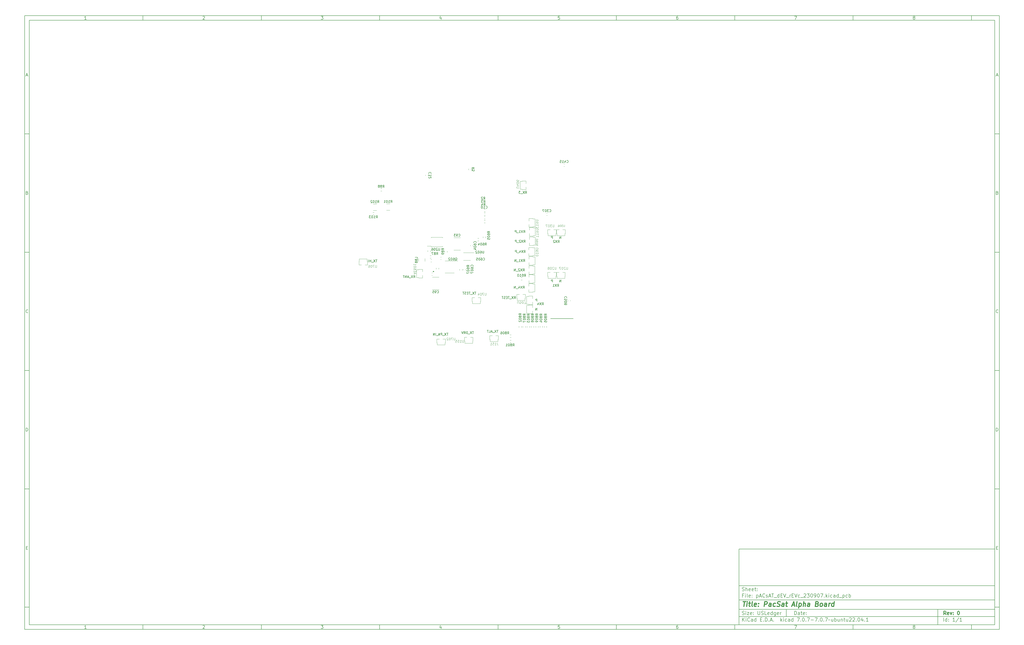
<source format=gbr>
%TF.GenerationSoftware,KiCad,Pcbnew,7.0.7-7.0.7~ubuntu22.04.1*%
%TF.CreationDate,2023-09-07T18:23:03-05:00*%
%TF.ProjectId,pACsAT_dEV_rEVc_230907,70414373-4154-45f6-9445-565f72455663,0*%
%TF.SameCoordinates,Original*%
%TF.FileFunction,Legend,Bot*%
%TF.FilePolarity,Positive*%
%FSLAX46Y46*%
G04 Gerber Fmt 4.6, Leading zero omitted, Abs format (unit mm)*
G04 Created by KiCad (PCBNEW 7.0.7-7.0.7~ubuntu22.04.1) date 2023-09-07 18:23:03*
%MOMM*%
%LPD*%
G01*
G04 APERTURE LIST*
%ADD10C,0.100000*%
%ADD11C,0.150000*%
%ADD12C,0.300000*%
%ADD13C,0.400000*%
%ADD14C,0.200000*%
%ADD15C,0.101600*%
%ADD16C,0.120000*%
G04 APERTURE END LIST*
D10*
D11*
X311800000Y-235400000D02*
X419800000Y-235400000D01*
X419800000Y-267400000D01*
X311800000Y-267400000D01*
X311800000Y-235400000D01*
D10*
D11*
X10000000Y-10000000D02*
X421800000Y-10000000D01*
X421800000Y-269400000D01*
X10000000Y-269400000D01*
X10000000Y-10000000D01*
D10*
D11*
X12000000Y-12000000D02*
X419800000Y-12000000D01*
X419800000Y-267400000D01*
X12000000Y-267400000D01*
X12000000Y-12000000D01*
D10*
D11*
X60000000Y-12000000D02*
X60000000Y-10000000D01*
D10*
D11*
X110000000Y-12000000D02*
X110000000Y-10000000D01*
D10*
D11*
X160000000Y-12000000D02*
X160000000Y-10000000D01*
D10*
D11*
X210000000Y-12000000D02*
X210000000Y-10000000D01*
D10*
D11*
X260000000Y-12000000D02*
X260000000Y-10000000D01*
D10*
D11*
X310000000Y-12000000D02*
X310000000Y-10000000D01*
D10*
D11*
X360000000Y-12000000D02*
X360000000Y-10000000D01*
D10*
D11*
X410000000Y-12000000D02*
X410000000Y-10000000D01*
D10*
D11*
X36089160Y-11593604D02*
X35346303Y-11593604D01*
X35717731Y-11593604D02*
X35717731Y-10293604D01*
X35717731Y-10293604D02*
X35593922Y-10479319D01*
X35593922Y-10479319D02*
X35470112Y-10603128D01*
X35470112Y-10603128D02*
X35346303Y-10665033D01*
D10*
D11*
X85346303Y-10417414D02*
X85408207Y-10355509D01*
X85408207Y-10355509D02*
X85532017Y-10293604D01*
X85532017Y-10293604D02*
X85841541Y-10293604D01*
X85841541Y-10293604D02*
X85965350Y-10355509D01*
X85965350Y-10355509D02*
X86027255Y-10417414D01*
X86027255Y-10417414D02*
X86089160Y-10541223D01*
X86089160Y-10541223D02*
X86089160Y-10665033D01*
X86089160Y-10665033D02*
X86027255Y-10850747D01*
X86027255Y-10850747D02*
X85284398Y-11593604D01*
X85284398Y-11593604D02*
X86089160Y-11593604D01*
D10*
D11*
X135284398Y-10293604D02*
X136089160Y-10293604D01*
X136089160Y-10293604D02*
X135655826Y-10788842D01*
X135655826Y-10788842D02*
X135841541Y-10788842D01*
X135841541Y-10788842D02*
X135965350Y-10850747D01*
X135965350Y-10850747D02*
X136027255Y-10912652D01*
X136027255Y-10912652D02*
X136089160Y-11036461D01*
X136089160Y-11036461D02*
X136089160Y-11345985D01*
X136089160Y-11345985D02*
X136027255Y-11469795D01*
X136027255Y-11469795D02*
X135965350Y-11531700D01*
X135965350Y-11531700D02*
X135841541Y-11593604D01*
X135841541Y-11593604D02*
X135470112Y-11593604D01*
X135470112Y-11593604D02*
X135346303Y-11531700D01*
X135346303Y-11531700D02*
X135284398Y-11469795D01*
D10*
D11*
X185965350Y-10726938D02*
X185965350Y-11593604D01*
X185655826Y-10231700D02*
X185346303Y-11160271D01*
X185346303Y-11160271D02*
X186151064Y-11160271D01*
D10*
D11*
X236027255Y-10293604D02*
X235408207Y-10293604D01*
X235408207Y-10293604D02*
X235346303Y-10912652D01*
X235346303Y-10912652D02*
X235408207Y-10850747D01*
X235408207Y-10850747D02*
X235532017Y-10788842D01*
X235532017Y-10788842D02*
X235841541Y-10788842D01*
X235841541Y-10788842D02*
X235965350Y-10850747D01*
X235965350Y-10850747D02*
X236027255Y-10912652D01*
X236027255Y-10912652D02*
X236089160Y-11036461D01*
X236089160Y-11036461D02*
X236089160Y-11345985D01*
X236089160Y-11345985D02*
X236027255Y-11469795D01*
X236027255Y-11469795D02*
X235965350Y-11531700D01*
X235965350Y-11531700D02*
X235841541Y-11593604D01*
X235841541Y-11593604D02*
X235532017Y-11593604D01*
X235532017Y-11593604D02*
X235408207Y-11531700D01*
X235408207Y-11531700D02*
X235346303Y-11469795D01*
D10*
D11*
X285965350Y-10293604D02*
X285717731Y-10293604D01*
X285717731Y-10293604D02*
X285593922Y-10355509D01*
X285593922Y-10355509D02*
X285532017Y-10417414D01*
X285532017Y-10417414D02*
X285408207Y-10603128D01*
X285408207Y-10603128D02*
X285346303Y-10850747D01*
X285346303Y-10850747D02*
X285346303Y-11345985D01*
X285346303Y-11345985D02*
X285408207Y-11469795D01*
X285408207Y-11469795D02*
X285470112Y-11531700D01*
X285470112Y-11531700D02*
X285593922Y-11593604D01*
X285593922Y-11593604D02*
X285841541Y-11593604D01*
X285841541Y-11593604D02*
X285965350Y-11531700D01*
X285965350Y-11531700D02*
X286027255Y-11469795D01*
X286027255Y-11469795D02*
X286089160Y-11345985D01*
X286089160Y-11345985D02*
X286089160Y-11036461D01*
X286089160Y-11036461D02*
X286027255Y-10912652D01*
X286027255Y-10912652D02*
X285965350Y-10850747D01*
X285965350Y-10850747D02*
X285841541Y-10788842D01*
X285841541Y-10788842D02*
X285593922Y-10788842D01*
X285593922Y-10788842D02*
X285470112Y-10850747D01*
X285470112Y-10850747D02*
X285408207Y-10912652D01*
X285408207Y-10912652D02*
X285346303Y-11036461D01*
D10*
D11*
X335284398Y-10293604D02*
X336151064Y-10293604D01*
X336151064Y-10293604D02*
X335593922Y-11593604D01*
D10*
D11*
X385593922Y-10850747D02*
X385470112Y-10788842D01*
X385470112Y-10788842D02*
X385408207Y-10726938D01*
X385408207Y-10726938D02*
X385346303Y-10603128D01*
X385346303Y-10603128D02*
X385346303Y-10541223D01*
X385346303Y-10541223D02*
X385408207Y-10417414D01*
X385408207Y-10417414D02*
X385470112Y-10355509D01*
X385470112Y-10355509D02*
X385593922Y-10293604D01*
X385593922Y-10293604D02*
X385841541Y-10293604D01*
X385841541Y-10293604D02*
X385965350Y-10355509D01*
X385965350Y-10355509D02*
X386027255Y-10417414D01*
X386027255Y-10417414D02*
X386089160Y-10541223D01*
X386089160Y-10541223D02*
X386089160Y-10603128D01*
X386089160Y-10603128D02*
X386027255Y-10726938D01*
X386027255Y-10726938D02*
X385965350Y-10788842D01*
X385965350Y-10788842D02*
X385841541Y-10850747D01*
X385841541Y-10850747D02*
X385593922Y-10850747D01*
X385593922Y-10850747D02*
X385470112Y-10912652D01*
X385470112Y-10912652D02*
X385408207Y-10974557D01*
X385408207Y-10974557D02*
X385346303Y-11098366D01*
X385346303Y-11098366D02*
X385346303Y-11345985D01*
X385346303Y-11345985D02*
X385408207Y-11469795D01*
X385408207Y-11469795D02*
X385470112Y-11531700D01*
X385470112Y-11531700D02*
X385593922Y-11593604D01*
X385593922Y-11593604D02*
X385841541Y-11593604D01*
X385841541Y-11593604D02*
X385965350Y-11531700D01*
X385965350Y-11531700D02*
X386027255Y-11469795D01*
X386027255Y-11469795D02*
X386089160Y-11345985D01*
X386089160Y-11345985D02*
X386089160Y-11098366D01*
X386089160Y-11098366D02*
X386027255Y-10974557D01*
X386027255Y-10974557D02*
X385965350Y-10912652D01*
X385965350Y-10912652D02*
X385841541Y-10850747D01*
D10*
D11*
X60000000Y-267400000D02*
X60000000Y-269400000D01*
D10*
D11*
X110000000Y-267400000D02*
X110000000Y-269400000D01*
D10*
D11*
X160000000Y-267400000D02*
X160000000Y-269400000D01*
D10*
D11*
X210000000Y-267400000D02*
X210000000Y-269400000D01*
D10*
D11*
X260000000Y-267400000D02*
X260000000Y-269400000D01*
D10*
D11*
X310000000Y-267400000D02*
X310000000Y-269400000D01*
D10*
D11*
X360000000Y-267400000D02*
X360000000Y-269400000D01*
D10*
D11*
X410000000Y-267400000D02*
X410000000Y-269400000D01*
D10*
D11*
X36089160Y-268993604D02*
X35346303Y-268993604D01*
X35717731Y-268993604D02*
X35717731Y-267693604D01*
X35717731Y-267693604D02*
X35593922Y-267879319D01*
X35593922Y-267879319D02*
X35470112Y-268003128D01*
X35470112Y-268003128D02*
X35346303Y-268065033D01*
D10*
D11*
X85346303Y-267817414D02*
X85408207Y-267755509D01*
X85408207Y-267755509D02*
X85532017Y-267693604D01*
X85532017Y-267693604D02*
X85841541Y-267693604D01*
X85841541Y-267693604D02*
X85965350Y-267755509D01*
X85965350Y-267755509D02*
X86027255Y-267817414D01*
X86027255Y-267817414D02*
X86089160Y-267941223D01*
X86089160Y-267941223D02*
X86089160Y-268065033D01*
X86089160Y-268065033D02*
X86027255Y-268250747D01*
X86027255Y-268250747D02*
X85284398Y-268993604D01*
X85284398Y-268993604D02*
X86089160Y-268993604D01*
D10*
D11*
X135284398Y-267693604D02*
X136089160Y-267693604D01*
X136089160Y-267693604D02*
X135655826Y-268188842D01*
X135655826Y-268188842D02*
X135841541Y-268188842D01*
X135841541Y-268188842D02*
X135965350Y-268250747D01*
X135965350Y-268250747D02*
X136027255Y-268312652D01*
X136027255Y-268312652D02*
X136089160Y-268436461D01*
X136089160Y-268436461D02*
X136089160Y-268745985D01*
X136089160Y-268745985D02*
X136027255Y-268869795D01*
X136027255Y-268869795D02*
X135965350Y-268931700D01*
X135965350Y-268931700D02*
X135841541Y-268993604D01*
X135841541Y-268993604D02*
X135470112Y-268993604D01*
X135470112Y-268993604D02*
X135346303Y-268931700D01*
X135346303Y-268931700D02*
X135284398Y-268869795D01*
D10*
D11*
X185965350Y-268126938D02*
X185965350Y-268993604D01*
X185655826Y-267631700D02*
X185346303Y-268560271D01*
X185346303Y-268560271D02*
X186151064Y-268560271D01*
D10*
D11*
X236027255Y-267693604D02*
X235408207Y-267693604D01*
X235408207Y-267693604D02*
X235346303Y-268312652D01*
X235346303Y-268312652D02*
X235408207Y-268250747D01*
X235408207Y-268250747D02*
X235532017Y-268188842D01*
X235532017Y-268188842D02*
X235841541Y-268188842D01*
X235841541Y-268188842D02*
X235965350Y-268250747D01*
X235965350Y-268250747D02*
X236027255Y-268312652D01*
X236027255Y-268312652D02*
X236089160Y-268436461D01*
X236089160Y-268436461D02*
X236089160Y-268745985D01*
X236089160Y-268745985D02*
X236027255Y-268869795D01*
X236027255Y-268869795D02*
X235965350Y-268931700D01*
X235965350Y-268931700D02*
X235841541Y-268993604D01*
X235841541Y-268993604D02*
X235532017Y-268993604D01*
X235532017Y-268993604D02*
X235408207Y-268931700D01*
X235408207Y-268931700D02*
X235346303Y-268869795D01*
D10*
D11*
X285965350Y-267693604D02*
X285717731Y-267693604D01*
X285717731Y-267693604D02*
X285593922Y-267755509D01*
X285593922Y-267755509D02*
X285532017Y-267817414D01*
X285532017Y-267817414D02*
X285408207Y-268003128D01*
X285408207Y-268003128D02*
X285346303Y-268250747D01*
X285346303Y-268250747D02*
X285346303Y-268745985D01*
X285346303Y-268745985D02*
X285408207Y-268869795D01*
X285408207Y-268869795D02*
X285470112Y-268931700D01*
X285470112Y-268931700D02*
X285593922Y-268993604D01*
X285593922Y-268993604D02*
X285841541Y-268993604D01*
X285841541Y-268993604D02*
X285965350Y-268931700D01*
X285965350Y-268931700D02*
X286027255Y-268869795D01*
X286027255Y-268869795D02*
X286089160Y-268745985D01*
X286089160Y-268745985D02*
X286089160Y-268436461D01*
X286089160Y-268436461D02*
X286027255Y-268312652D01*
X286027255Y-268312652D02*
X285965350Y-268250747D01*
X285965350Y-268250747D02*
X285841541Y-268188842D01*
X285841541Y-268188842D02*
X285593922Y-268188842D01*
X285593922Y-268188842D02*
X285470112Y-268250747D01*
X285470112Y-268250747D02*
X285408207Y-268312652D01*
X285408207Y-268312652D02*
X285346303Y-268436461D01*
D10*
D11*
X335284398Y-267693604D02*
X336151064Y-267693604D01*
X336151064Y-267693604D02*
X335593922Y-268993604D01*
D10*
D11*
X385593922Y-268250747D02*
X385470112Y-268188842D01*
X385470112Y-268188842D02*
X385408207Y-268126938D01*
X385408207Y-268126938D02*
X385346303Y-268003128D01*
X385346303Y-268003128D02*
X385346303Y-267941223D01*
X385346303Y-267941223D02*
X385408207Y-267817414D01*
X385408207Y-267817414D02*
X385470112Y-267755509D01*
X385470112Y-267755509D02*
X385593922Y-267693604D01*
X385593922Y-267693604D02*
X385841541Y-267693604D01*
X385841541Y-267693604D02*
X385965350Y-267755509D01*
X385965350Y-267755509D02*
X386027255Y-267817414D01*
X386027255Y-267817414D02*
X386089160Y-267941223D01*
X386089160Y-267941223D02*
X386089160Y-268003128D01*
X386089160Y-268003128D02*
X386027255Y-268126938D01*
X386027255Y-268126938D02*
X385965350Y-268188842D01*
X385965350Y-268188842D02*
X385841541Y-268250747D01*
X385841541Y-268250747D02*
X385593922Y-268250747D01*
X385593922Y-268250747D02*
X385470112Y-268312652D01*
X385470112Y-268312652D02*
X385408207Y-268374557D01*
X385408207Y-268374557D02*
X385346303Y-268498366D01*
X385346303Y-268498366D02*
X385346303Y-268745985D01*
X385346303Y-268745985D02*
X385408207Y-268869795D01*
X385408207Y-268869795D02*
X385470112Y-268931700D01*
X385470112Y-268931700D02*
X385593922Y-268993604D01*
X385593922Y-268993604D02*
X385841541Y-268993604D01*
X385841541Y-268993604D02*
X385965350Y-268931700D01*
X385965350Y-268931700D02*
X386027255Y-268869795D01*
X386027255Y-268869795D02*
X386089160Y-268745985D01*
X386089160Y-268745985D02*
X386089160Y-268498366D01*
X386089160Y-268498366D02*
X386027255Y-268374557D01*
X386027255Y-268374557D02*
X385965350Y-268312652D01*
X385965350Y-268312652D02*
X385841541Y-268250747D01*
D10*
D11*
X10000000Y-60000000D02*
X12000000Y-60000000D01*
D10*
D11*
X10000000Y-110000000D02*
X12000000Y-110000000D01*
D10*
D11*
X10000000Y-160000000D02*
X12000000Y-160000000D01*
D10*
D11*
X10000000Y-210000000D02*
X12000000Y-210000000D01*
D10*
D11*
X10000000Y-260000000D02*
X12000000Y-260000000D01*
D10*
D11*
X10690476Y-35222176D02*
X11309523Y-35222176D01*
X10566666Y-35593604D02*
X10999999Y-34293604D01*
X10999999Y-34293604D02*
X11433333Y-35593604D01*
D10*
D11*
X11092857Y-84912652D02*
X11278571Y-84974557D01*
X11278571Y-84974557D02*
X11340476Y-85036461D01*
X11340476Y-85036461D02*
X11402380Y-85160271D01*
X11402380Y-85160271D02*
X11402380Y-85345985D01*
X11402380Y-85345985D02*
X11340476Y-85469795D01*
X11340476Y-85469795D02*
X11278571Y-85531700D01*
X11278571Y-85531700D02*
X11154761Y-85593604D01*
X11154761Y-85593604D02*
X10659523Y-85593604D01*
X10659523Y-85593604D02*
X10659523Y-84293604D01*
X10659523Y-84293604D02*
X11092857Y-84293604D01*
X11092857Y-84293604D02*
X11216666Y-84355509D01*
X11216666Y-84355509D02*
X11278571Y-84417414D01*
X11278571Y-84417414D02*
X11340476Y-84541223D01*
X11340476Y-84541223D02*
X11340476Y-84665033D01*
X11340476Y-84665033D02*
X11278571Y-84788842D01*
X11278571Y-84788842D02*
X11216666Y-84850747D01*
X11216666Y-84850747D02*
X11092857Y-84912652D01*
X11092857Y-84912652D02*
X10659523Y-84912652D01*
D10*
D11*
X11402380Y-135469795D02*
X11340476Y-135531700D01*
X11340476Y-135531700D02*
X11154761Y-135593604D01*
X11154761Y-135593604D02*
X11030952Y-135593604D01*
X11030952Y-135593604D02*
X10845238Y-135531700D01*
X10845238Y-135531700D02*
X10721428Y-135407890D01*
X10721428Y-135407890D02*
X10659523Y-135284080D01*
X10659523Y-135284080D02*
X10597619Y-135036461D01*
X10597619Y-135036461D02*
X10597619Y-134850747D01*
X10597619Y-134850747D02*
X10659523Y-134603128D01*
X10659523Y-134603128D02*
X10721428Y-134479319D01*
X10721428Y-134479319D02*
X10845238Y-134355509D01*
X10845238Y-134355509D02*
X11030952Y-134293604D01*
X11030952Y-134293604D02*
X11154761Y-134293604D01*
X11154761Y-134293604D02*
X11340476Y-134355509D01*
X11340476Y-134355509D02*
X11402380Y-134417414D01*
D10*
D11*
X10659523Y-185593604D02*
X10659523Y-184293604D01*
X10659523Y-184293604D02*
X10969047Y-184293604D01*
X10969047Y-184293604D02*
X11154761Y-184355509D01*
X11154761Y-184355509D02*
X11278571Y-184479319D01*
X11278571Y-184479319D02*
X11340476Y-184603128D01*
X11340476Y-184603128D02*
X11402380Y-184850747D01*
X11402380Y-184850747D02*
X11402380Y-185036461D01*
X11402380Y-185036461D02*
X11340476Y-185284080D01*
X11340476Y-185284080D02*
X11278571Y-185407890D01*
X11278571Y-185407890D02*
X11154761Y-185531700D01*
X11154761Y-185531700D02*
X10969047Y-185593604D01*
X10969047Y-185593604D02*
X10659523Y-185593604D01*
D10*
D11*
X10721428Y-234912652D02*
X11154762Y-234912652D01*
X11340476Y-235593604D02*
X10721428Y-235593604D01*
X10721428Y-235593604D02*
X10721428Y-234293604D01*
X10721428Y-234293604D02*
X11340476Y-234293604D01*
D10*
D11*
X421800000Y-60000000D02*
X419800000Y-60000000D01*
D10*
D11*
X421800000Y-110000000D02*
X419800000Y-110000000D01*
D10*
D11*
X421800000Y-160000000D02*
X419800000Y-160000000D01*
D10*
D11*
X421800000Y-210000000D02*
X419800000Y-210000000D01*
D10*
D11*
X421800000Y-260000000D02*
X419800000Y-260000000D01*
D10*
D11*
X420490476Y-35222176D02*
X421109523Y-35222176D01*
X420366666Y-35593604D02*
X420799999Y-34293604D01*
X420799999Y-34293604D02*
X421233333Y-35593604D01*
D10*
D11*
X420892857Y-84912652D02*
X421078571Y-84974557D01*
X421078571Y-84974557D02*
X421140476Y-85036461D01*
X421140476Y-85036461D02*
X421202380Y-85160271D01*
X421202380Y-85160271D02*
X421202380Y-85345985D01*
X421202380Y-85345985D02*
X421140476Y-85469795D01*
X421140476Y-85469795D02*
X421078571Y-85531700D01*
X421078571Y-85531700D02*
X420954761Y-85593604D01*
X420954761Y-85593604D02*
X420459523Y-85593604D01*
X420459523Y-85593604D02*
X420459523Y-84293604D01*
X420459523Y-84293604D02*
X420892857Y-84293604D01*
X420892857Y-84293604D02*
X421016666Y-84355509D01*
X421016666Y-84355509D02*
X421078571Y-84417414D01*
X421078571Y-84417414D02*
X421140476Y-84541223D01*
X421140476Y-84541223D02*
X421140476Y-84665033D01*
X421140476Y-84665033D02*
X421078571Y-84788842D01*
X421078571Y-84788842D02*
X421016666Y-84850747D01*
X421016666Y-84850747D02*
X420892857Y-84912652D01*
X420892857Y-84912652D02*
X420459523Y-84912652D01*
D10*
D11*
X421202380Y-135469795D02*
X421140476Y-135531700D01*
X421140476Y-135531700D02*
X420954761Y-135593604D01*
X420954761Y-135593604D02*
X420830952Y-135593604D01*
X420830952Y-135593604D02*
X420645238Y-135531700D01*
X420645238Y-135531700D02*
X420521428Y-135407890D01*
X420521428Y-135407890D02*
X420459523Y-135284080D01*
X420459523Y-135284080D02*
X420397619Y-135036461D01*
X420397619Y-135036461D02*
X420397619Y-134850747D01*
X420397619Y-134850747D02*
X420459523Y-134603128D01*
X420459523Y-134603128D02*
X420521428Y-134479319D01*
X420521428Y-134479319D02*
X420645238Y-134355509D01*
X420645238Y-134355509D02*
X420830952Y-134293604D01*
X420830952Y-134293604D02*
X420954761Y-134293604D01*
X420954761Y-134293604D02*
X421140476Y-134355509D01*
X421140476Y-134355509D02*
X421202380Y-134417414D01*
D10*
D11*
X420459523Y-185593604D02*
X420459523Y-184293604D01*
X420459523Y-184293604D02*
X420769047Y-184293604D01*
X420769047Y-184293604D02*
X420954761Y-184355509D01*
X420954761Y-184355509D02*
X421078571Y-184479319D01*
X421078571Y-184479319D02*
X421140476Y-184603128D01*
X421140476Y-184603128D02*
X421202380Y-184850747D01*
X421202380Y-184850747D02*
X421202380Y-185036461D01*
X421202380Y-185036461D02*
X421140476Y-185284080D01*
X421140476Y-185284080D02*
X421078571Y-185407890D01*
X421078571Y-185407890D02*
X420954761Y-185531700D01*
X420954761Y-185531700D02*
X420769047Y-185593604D01*
X420769047Y-185593604D02*
X420459523Y-185593604D01*
D10*
D11*
X420521428Y-234912652D02*
X420954762Y-234912652D01*
X421140476Y-235593604D02*
X420521428Y-235593604D01*
X420521428Y-235593604D02*
X420521428Y-234293604D01*
X420521428Y-234293604D02*
X421140476Y-234293604D01*
D10*
D11*
X335255826Y-263186128D02*
X335255826Y-261686128D01*
X335255826Y-261686128D02*
X335612969Y-261686128D01*
X335612969Y-261686128D02*
X335827255Y-261757557D01*
X335827255Y-261757557D02*
X335970112Y-261900414D01*
X335970112Y-261900414D02*
X336041541Y-262043271D01*
X336041541Y-262043271D02*
X336112969Y-262328985D01*
X336112969Y-262328985D02*
X336112969Y-262543271D01*
X336112969Y-262543271D02*
X336041541Y-262828985D01*
X336041541Y-262828985D02*
X335970112Y-262971842D01*
X335970112Y-262971842D02*
X335827255Y-263114700D01*
X335827255Y-263114700D02*
X335612969Y-263186128D01*
X335612969Y-263186128D02*
X335255826Y-263186128D01*
X337398684Y-263186128D02*
X337398684Y-262400414D01*
X337398684Y-262400414D02*
X337327255Y-262257557D01*
X337327255Y-262257557D02*
X337184398Y-262186128D01*
X337184398Y-262186128D02*
X336898684Y-262186128D01*
X336898684Y-262186128D02*
X336755826Y-262257557D01*
X337398684Y-263114700D02*
X337255826Y-263186128D01*
X337255826Y-263186128D02*
X336898684Y-263186128D01*
X336898684Y-263186128D02*
X336755826Y-263114700D01*
X336755826Y-263114700D02*
X336684398Y-262971842D01*
X336684398Y-262971842D02*
X336684398Y-262828985D01*
X336684398Y-262828985D02*
X336755826Y-262686128D01*
X336755826Y-262686128D02*
X336898684Y-262614700D01*
X336898684Y-262614700D02*
X337255826Y-262614700D01*
X337255826Y-262614700D02*
X337398684Y-262543271D01*
X337898684Y-262186128D02*
X338470112Y-262186128D01*
X338112969Y-261686128D02*
X338112969Y-262971842D01*
X338112969Y-262971842D02*
X338184398Y-263114700D01*
X338184398Y-263114700D02*
X338327255Y-263186128D01*
X338327255Y-263186128D02*
X338470112Y-263186128D01*
X339541541Y-263114700D02*
X339398684Y-263186128D01*
X339398684Y-263186128D02*
X339112970Y-263186128D01*
X339112970Y-263186128D02*
X338970112Y-263114700D01*
X338970112Y-263114700D02*
X338898684Y-262971842D01*
X338898684Y-262971842D02*
X338898684Y-262400414D01*
X338898684Y-262400414D02*
X338970112Y-262257557D01*
X338970112Y-262257557D02*
X339112970Y-262186128D01*
X339112970Y-262186128D02*
X339398684Y-262186128D01*
X339398684Y-262186128D02*
X339541541Y-262257557D01*
X339541541Y-262257557D02*
X339612970Y-262400414D01*
X339612970Y-262400414D02*
X339612970Y-262543271D01*
X339612970Y-262543271D02*
X338898684Y-262686128D01*
X340255826Y-263043271D02*
X340327255Y-263114700D01*
X340327255Y-263114700D02*
X340255826Y-263186128D01*
X340255826Y-263186128D02*
X340184398Y-263114700D01*
X340184398Y-263114700D02*
X340255826Y-263043271D01*
X340255826Y-263043271D02*
X340255826Y-263186128D01*
X340255826Y-262257557D02*
X340327255Y-262328985D01*
X340327255Y-262328985D02*
X340255826Y-262400414D01*
X340255826Y-262400414D02*
X340184398Y-262328985D01*
X340184398Y-262328985D02*
X340255826Y-262257557D01*
X340255826Y-262257557D02*
X340255826Y-262400414D01*
D10*
D11*
X311800000Y-263900000D02*
X419800000Y-263900000D01*
D10*
D11*
X313255826Y-265986128D02*
X313255826Y-264486128D01*
X314112969Y-265986128D02*
X313470112Y-265128985D01*
X314112969Y-264486128D02*
X313255826Y-265343271D01*
X314755826Y-265986128D02*
X314755826Y-264986128D01*
X314755826Y-264486128D02*
X314684398Y-264557557D01*
X314684398Y-264557557D02*
X314755826Y-264628985D01*
X314755826Y-264628985D02*
X314827255Y-264557557D01*
X314827255Y-264557557D02*
X314755826Y-264486128D01*
X314755826Y-264486128D02*
X314755826Y-264628985D01*
X316327255Y-265843271D02*
X316255827Y-265914700D01*
X316255827Y-265914700D02*
X316041541Y-265986128D01*
X316041541Y-265986128D02*
X315898684Y-265986128D01*
X315898684Y-265986128D02*
X315684398Y-265914700D01*
X315684398Y-265914700D02*
X315541541Y-265771842D01*
X315541541Y-265771842D02*
X315470112Y-265628985D01*
X315470112Y-265628985D02*
X315398684Y-265343271D01*
X315398684Y-265343271D02*
X315398684Y-265128985D01*
X315398684Y-265128985D02*
X315470112Y-264843271D01*
X315470112Y-264843271D02*
X315541541Y-264700414D01*
X315541541Y-264700414D02*
X315684398Y-264557557D01*
X315684398Y-264557557D02*
X315898684Y-264486128D01*
X315898684Y-264486128D02*
X316041541Y-264486128D01*
X316041541Y-264486128D02*
X316255827Y-264557557D01*
X316255827Y-264557557D02*
X316327255Y-264628985D01*
X317612970Y-265986128D02*
X317612970Y-265200414D01*
X317612970Y-265200414D02*
X317541541Y-265057557D01*
X317541541Y-265057557D02*
X317398684Y-264986128D01*
X317398684Y-264986128D02*
X317112970Y-264986128D01*
X317112970Y-264986128D02*
X316970112Y-265057557D01*
X317612970Y-265914700D02*
X317470112Y-265986128D01*
X317470112Y-265986128D02*
X317112970Y-265986128D01*
X317112970Y-265986128D02*
X316970112Y-265914700D01*
X316970112Y-265914700D02*
X316898684Y-265771842D01*
X316898684Y-265771842D02*
X316898684Y-265628985D01*
X316898684Y-265628985D02*
X316970112Y-265486128D01*
X316970112Y-265486128D02*
X317112970Y-265414700D01*
X317112970Y-265414700D02*
X317470112Y-265414700D01*
X317470112Y-265414700D02*
X317612970Y-265343271D01*
X318970113Y-265986128D02*
X318970113Y-264486128D01*
X318970113Y-265914700D02*
X318827255Y-265986128D01*
X318827255Y-265986128D02*
X318541541Y-265986128D01*
X318541541Y-265986128D02*
X318398684Y-265914700D01*
X318398684Y-265914700D02*
X318327255Y-265843271D01*
X318327255Y-265843271D02*
X318255827Y-265700414D01*
X318255827Y-265700414D02*
X318255827Y-265271842D01*
X318255827Y-265271842D02*
X318327255Y-265128985D01*
X318327255Y-265128985D02*
X318398684Y-265057557D01*
X318398684Y-265057557D02*
X318541541Y-264986128D01*
X318541541Y-264986128D02*
X318827255Y-264986128D01*
X318827255Y-264986128D02*
X318970113Y-265057557D01*
X320827255Y-265200414D02*
X321327255Y-265200414D01*
X321541541Y-265986128D02*
X320827255Y-265986128D01*
X320827255Y-265986128D02*
X320827255Y-264486128D01*
X320827255Y-264486128D02*
X321541541Y-264486128D01*
X322184398Y-265843271D02*
X322255827Y-265914700D01*
X322255827Y-265914700D02*
X322184398Y-265986128D01*
X322184398Y-265986128D02*
X322112970Y-265914700D01*
X322112970Y-265914700D02*
X322184398Y-265843271D01*
X322184398Y-265843271D02*
X322184398Y-265986128D01*
X322898684Y-265986128D02*
X322898684Y-264486128D01*
X322898684Y-264486128D02*
X323255827Y-264486128D01*
X323255827Y-264486128D02*
X323470113Y-264557557D01*
X323470113Y-264557557D02*
X323612970Y-264700414D01*
X323612970Y-264700414D02*
X323684399Y-264843271D01*
X323684399Y-264843271D02*
X323755827Y-265128985D01*
X323755827Y-265128985D02*
X323755827Y-265343271D01*
X323755827Y-265343271D02*
X323684399Y-265628985D01*
X323684399Y-265628985D02*
X323612970Y-265771842D01*
X323612970Y-265771842D02*
X323470113Y-265914700D01*
X323470113Y-265914700D02*
X323255827Y-265986128D01*
X323255827Y-265986128D02*
X322898684Y-265986128D01*
X324398684Y-265843271D02*
X324470113Y-265914700D01*
X324470113Y-265914700D02*
X324398684Y-265986128D01*
X324398684Y-265986128D02*
X324327256Y-265914700D01*
X324327256Y-265914700D02*
X324398684Y-265843271D01*
X324398684Y-265843271D02*
X324398684Y-265986128D01*
X325041542Y-265557557D02*
X325755828Y-265557557D01*
X324898685Y-265986128D02*
X325398685Y-264486128D01*
X325398685Y-264486128D02*
X325898685Y-265986128D01*
X326398684Y-265843271D02*
X326470113Y-265914700D01*
X326470113Y-265914700D02*
X326398684Y-265986128D01*
X326398684Y-265986128D02*
X326327256Y-265914700D01*
X326327256Y-265914700D02*
X326398684Y-265843271D01*
X326398684Y-265843271D02*
X326398684Y-265986128D01*
X329398684Y-265986128D02*
X329398684Y-264486128D01*
X329541542Y-265414700D02*
X329970113Y-265986128D01*
X329970113Y-264986128D02*
X329398684Y-265557557D01*
X330612970Y-265986128D02*
X330612970Y-264986128D01*
X330612970Y-264486128D02*
X330541542Y-264557557D01*
X330541542Y-264557557D02*
X330612970Y-264628985D01*
X330612970Y-264628985D02*
X330684399Y-264557557D01*
X330684399Y-264557557D02*
X330612970Y-264486128D01*
X330612970Y-264486128D02*
X330612970Y-264628985D01*
X331970114Y-265914700D02*
X331827256Y-265986128D01*
X331827256Y-265986128D02*
X331541542Y-265986128D01*
X331541542Y-265986128D02*
X331398685Y-265914700D01*
X331398685Y-265914700D02*
X331327256Y-265843271D01*
X331327256Y-265843271D02*
X331255828Y-265700414D01*
X331255828Y-265700414D02*
X331255828Y-265271842D01*
X331255828Y-265271842D02*
X331327256Y-265128985D01*
X331327256Y-265128985D02*
X331398685Y-265057557D01*
X331398685Y-265057557D02*
X331541542Y-264986128D01*
X331541542Y-264986128D02*
X331827256Y-264986128D01*
X331827256Y-264986128D02*
X331970114Y-265057557D01*
X333255828Y-265986128D02*
X333255828Y-265200414D01*
X333255828Y-265200414D02*
X333184399Y-265057557D01*
X333184399Y-265057557D02*
X333041542Y-264986128D01*
X333041542Y-264986128D02*
X332755828Y-264986128D01*
X332755828Y-264986128D02*
X332612970Y-265057557D01*
X333255828Y-265914700D02*
X333112970Y-265986128D01*
X333112970Y-265986128D02*
X332755828Y-265986128D01*
X332755828Y-265986128D02*
X332612970Y-265914700D01*
X332612970Y-265914700D02*
X332541542Y-265771842D01*
X332541542Y-265771842D02*
X332541542Y-265628985D01*
X332541542Y-265628985D02*
X332612970Y-265486128D01*
X332612970Y-265486128D02*
X332755828Y-265414700D01*
X332755828Y-265414700D02*
X333112970Y-265414700D01*
X333112970Y-265414700D02*
X333255828Y-265343271D01*
X334612971Y-265986128D02*
X334612971Y-264486128D01*
X334612971Y-265914700D02*
X334470113Y-265986128D01*
X334470113Y-265986128D02*
X334184399Y-265986128D01*
X334184399Y-265986128D02*
X334041542Y-265914700D01*
X334041542Y-265914700D02*
X333970113Y-265843271D01*
X333970113Y-265843271D02*
X333898685Y-265700414D01*
X333898685Y-265700414D02*
X333898685Y-265271842D01*
X333898685Y-265271842D02*
X333970113Y-265128985D01*
X333970113Y-265128985D02*
X334041542Y-265057557D01*
X334041542Y-265057557D02*
X334184399Y-264986128D01*
X334184399Y-264986128D02*
X334470113Y-264986128D01*
X334470113Y-264986128D02*
X334612971Y-265057557D01*
X336327256Y-264486128D02*
X337327256Y-264486128D01*
X337327256Y-264486128D02*
X336684399Y-265986128D01*
X337898684Y-265843271D02*
X337970113Y-265914700D01*
X337970113Y-265914700D02*
X337898684Y-265986128D01*
X337898684Y-265986128D02*
X337827256Y-265914700D01*
X337827256Y-265914700D02*
X337898684Y-265843271D01*
X337898684Y-265843271D02*
X337898684Y-265986128D01*
X338898685Y-264486128D02*
X339041542Y-264486128D01*
X339041542Y-264486128D02*
X339184399Y-264557557D01*
X339184399Y-264557557D02*
X339255828Y-264628985D01*
X339255828Y-264628985D02*
X339327256Y-264771842D01*
X339327256Y-264771842D02*
X339398685Y-265057557D01*
X339398685Y-265057557D02*
X339398685Y-265414700D01*
X339398685Y-265414700D02*
X339327256Y-265700414D01*
X339327256Y-265700414D02*
X339255828Y-265843271D01*
X339255828Y-265843271D02*
X339184399Y-265914700D01*
X339184399Y-265914700D02*
X339041542Y-265986128D01*
X339041542Y-265986128D02*
X338898685Y-265986128D01*
X338898685Y-265986128D02*
X338755828Y-265914700D01*
X338755828Y-265914700D02*
X338684399Y-265843271D01*
X338684399Y-265843271D02*
X338612970Y-265700414D01*
X338612970Y-265700414D02*
X338541542Y-265414700D01*
X338541542Y-265414700D02*
X338541542Y-265057557D01*
X338541542Y-265057557D02*
X338612970Y-264771842D01*
X338612970Y-264771842D02*
X338684399Y-264628985D01*
X338684399Y-264628985D02*
X338755828Y-264557557D01*
X338755828Y-264557557D02*
X338898685Y-264486128D01*
X340041541Y-265843271D02*
X340112970Y-265914700D01*
X340112970Y-265914700D02*
X340041541Y-265986128D01*
X340041541Y-265986128D02*
X339970113Y-265914700D01*
X339970113Y-265914700D02*
X340041541Y-265843271D01*
X340041541Y-265843271D02*
X340041541Y-265986128D01*
X340612970Y-264486128D02*
X341612970Y-264486128D01*
X341612970Y-264486128D02*
X340970113Y-265986128D01*
X342184398Y-265414700D02*
X343327256Y-265414700D01*
X343898684Y-264486128D02*
X344898684Y-264486128D01*
X344898684Y-264486128D02*
X344255827Y-265986128D01*
X345470112Y-265843271D02*
X345541541Y-265914700D01*
X345541541Y-265914700D02*
X345470112Y-265986128D01*
X345470112Y-265986128D02*
X345398684Y-265914700D01*
X345398684Y-265914700D02*
X345470112Y-265843271D01*
X345470112Y-265843271D02*
X345470112Y-265986128D01*
X346470113Y-264486128D02*
X346612970Y-264486128D01*
X346612970Y-264486128D02*
X346755827Y-264557557D01*
X346755827Y-264557557D02*
X346827256Y-264628985D01*
X346827256Y-264628985D02*
X346898684Y-264771842D01*
X346898684Y-264771842D02*
X346970113Y-265057557D01*
X346970113Y-265057557D02*
X346970113Y-265414700D01*
X346970113Y-265414700D02*
X346898684Y-265700414D01*
X346898684Y-265700414D02*
X346827256Y-265843271D01*
X346827256Y-265843271D02*
X346755827Y-265914700D01*
X346755827Y-265914700D02*
X346612970Y-265986128D01*
X346612970Y-265986128D02*
X346470113Y-265986128D01*
X346470113Y-265986128D02*
X346327256Y-265914700D01*
X346327256Y-265914700D02*
X346255827Y-265843271D01*
X346255827Y-265843271D02*
X346184398Y-265700414D01*
X346184398Y-265700414D02*
X346112970Y-265414700D01*
X346112970Y-265414700D02*
X346112970Y-265057557D01*
X346112970Y-265057557D02*
X346184398Y-264771842D01*
X346184398Y-264771842D02*
X346255827Y-264628985D01*
X346255827Y-264628985D02*
X346327256Y-264557557D01*
X346327256Y-264557557D02*
X346470113Y-264486128D01*
X347612969Y-265843271D02*
X347684398Y-265914700D01*
X347684398Y-265914700D02*
X347612969Y-265986128D01*
X347612969Y-265986128D02*
X347541541Y-265914700D01*
X347541541Y-265914700D02*
X347612969Y-265843271D01*
X347612969Y-265843271D02*
X347612969Y-265986128D01*
X348184398Y-264486128D02*
X349184398Y-264486128D01*
X349184398Y-264486128D02*
X348541541Y-265986128D01*
X349541541Y-265414700D02*
X349612969Y-265343271D01*
X349612969Y-265343271D02*
X349755826Y-265271842D01*
X349755826Y-265271842D02*
X350041541Y-265414700D01*
X350041541Y-265414700D02*
X350184398Y-265343271D01*
X350184398Y-265343271D02*
X350255826Y-265271842D01*
X351470113Y-264986128D02*
X351470113Y-265986128D01*
X350827255Y-264986128D02*
X350827255Y-265771842D01*
X350827255Y-265771842D02*
X350898684Y-265914700D01*
X350898684Y-265914700D02*
X351041541Y-265986128D01*
X351041541Y-265986128D02*
X351255827Y-265986128D01*
X351255827Y-265986128D02*
X351398684Y-265914700D01*
X351398684Y-265914700D02*
X351470113Y-265843271D01*
X352184398Y-265986128D02*
X352184398Y-264486128D01*
X352184398Y-265057557D02*
X352327256Y-264986128D01*
X352327256Y-264986128D02*
X352612970Y-264986128D01*
X352612970Y-264986128D02*
X352755827Y-265057557D01*
X352755827Y-265057557D02*
X352827256Y-265128985D01*
X352827256Y-265128985D02*
X352898684Y-265271842D01*
X352898684Y-265271842D02*
X352898684Y-265700414D01*
X352898684Y-265700414D02*
X352827256Y-265843271D01*
X352827256Y-265843271D02*
X352755827Y-265914700D01*
X352755827Y-265914700D02*
X352612970Y-265986128D01*
X352612970Y-265986128D02*
X352327256Y-265986128D01*
X352327256Y-265986128D02*
X352184398Y-265914700D01*
X354184399Y-264986128D02*
X354184399Y-265986128D01*
X353541541Y-264986128D02*
X353541541Y-265771842D01*
X353541541Y-265771842D02*
X353612970Y-265914700D01*
X353612970Y-265914700D02*
X353755827Y-265986128D01*
X353755827Y-265986128D02*
X353970113Y-265986128D01*
X353970113Y-265986128D02*
X354112970Y-265914700D01*
X354112970Y-265914700D02*
X354184399Y-265843271D01*
X354898684Y-264986128D02*
X354898684Y-265986128D01*
X354898684Y-265128985D02*
X354970113Y-265057557D01*
X354970113Y-265057557D02*
X355112970Y-264986128D01*
X355112970Y-264986128D02*
X355327256Y-264986128D01*
X355327256Y-264986128D02*
X355470113Y-265057557D01*
X355470113Y-265057557D02*
X355541542Y-265200414D01*
X355541542Y-265200414D02*
X355541542Y-265986128D01*
X356041542Y-264986128D02*
X356612970Y-264986128D01*
X356255827Y-264486128D02*
X356255827Y-265771842D01*
X356255827Y-265771842D02*
X356327256Y-265914700D01*
X356327256Y-265914700D02*
X356470113Y-265986128D01*
X356470113Y-265986128D02*
X356612970Y-265986128D01*
X357755828Y-264986128D02*
X357755828Y-265986128D01*
X357112970Y-264986128D02*
X357112970Y-265771842D01*
X357112970Y-265771842D02*
X357184399Y-265914700D01*
X357184399Y-265914700D02*
X357327256Y-265986128D01*
X357327256Y-265986128D02*
X357541542Y-265986128D01*
X357541542Y-265986128D02*
X357684399Y-265914700D01*
X357684399Y-265914700D02*
X357755828Y-265843271D01*
X358398685Y-264628985D02*
X358470113Y-264557557D01*
X358470113Y-264557557D02*
X358612971Y-264486128D01*
X358612971Y-264486128D02*
X358970113Y-264486128D01*
X358970113Y-264486128D02*
X359112971Y-264557557D01*
X359112971Y-264557557D02*
X359184399Y-264628985D01*
X359184399Y-264628985D02*
X359255828Y-264771842D01*
X359255828Y-264771842D02*
X359255828Y-264914700D01*
X359255828Y-264914700D02*
X359184399Y-265128985D01*
X359184399Y-265128985D02*
X358327256Y-265986128D01*
X358327256Y-265986128D02*
X359255828Y-265986128D01*
X359827256Y-264628985D02*
X359898684Y-264557557D01*
X359898684Y-264557557D02*
X360041542Y-264486128D01*
X360041542Y-264486128D02*
X360398684Y-264486128D01*
X360398684Y-264486128D02*
X360541542Y-264557557D01*
X360541542Y-264557557D02*
X360612970Y-264628985D01*
X360612970Y-264628985D02*
X360684399Y-264771842D01*
X360684399Y-264771842D02*
X360684399Y-264914700D01*
X360684399Y-264914700D02*
X360612970Y-265128985D01*
X360612970Y-265128985D02*
X359755827Y-265986128D01*
X359755827Y-265986128D02*
X360684399Y-265986128D01*
X361327255Y-265843271D02*
X361398684Y-265914700D01*
X361398684Y-265914700D02*
X361327255Y-265986128D01*
X361327255Y-265986128D02*
X361255827Y-265914700D01*
X361255827Y-265914700D02*
X361327255Y-265843271D01*
X361327255Y-265843271D02*
X361327255Y-265986128D01*
X362327256Y-264486128D02*
X362470113Y-264486128D01*
X362470113Y-264486128D02*
X362612970Y-264557557D01*
X362612970Y-264557557D02*
X362684399Y-264628985D01*
X362684399Y-264628985D02*
X362755827Y-264771842D01*
X362755827Y-264771842D02*
X362827256Y-265057557D01*
X362827256Y-265057557D02*
X362827256Y-265414700D01*
X362827256Y-265414700D02*
X362755827Y-265700414D01*
X362755827Y-265700414D02*
X362684399Y-265843271D01*
X362684399Y-265843271D02*
X362612970Y-265914700D01*
X362612970Y-265914700D02*
X362470113Y-265986128D01*
X362470113Y-265986128D02*
X362327256Y-265986128D01*
X362327256Y-265986128D02*
X362184399Y-265914700D01*
X362184399Y-265914700D02*
X362112970Y-265843271D01*
X362112970Y-265843271D02*
X362041541Y-265700414D01*
X362041541Y-265700414D02*
X361970113Y-265414700D01*
X361970113Y-265414700D02*
X361970113Y-265057557D01*
X361970113Y-265057557D02*
X362041541Y-264771842D01*
X362041541Y-264771842D02*
X362112970Y-264628985D01*
X362112970Y-264628985D02*
X362184399Y-264557557D01*
X362184399Y-264557557D02*
X362327256Y-264486128D01*
X364112970Y-264986128D02*
X364112970Y-265986128D01*
X363755827Y-264414700D02*
X363398684Y-265486128D01*
X363398684Y-265486128D02*
X364327255Y-265486128D01*
X364898683Y-265843271D02*
X364970112Y-265914700D01*
X364970112Y-265914700D02*
X364898683Y-265986128D01*
X364898683Y-265986128D02*
X364827255Y-265914700D01*
X364827255Y-265914700D02*
X364898683Y-265843271D01*
X364898683Y-265843271D02*
X364898683Y-265986128D01*
X366398684Y-265986128D02*
X365541541Y-265986128D01*
X365970112Y-265986128D02*
X365970112Y-264486128D01*
X365970112Y-264486128D02*
X365827255Y-264700414D01*
X365827255Y-264700414D02*
X365684398Y-264843271D01*
X365684398Y-264843271D02*
X365541541Y-264914700D01*
D10*
D11*
X311800000Y-260900000D02*
X419800000Y-260900000D01*
D10*
D12*
X399211653Y-263178328D02*
X398711653Y-262464042D01*
X398354510Y-263178328D02*
X398354510Y-261678328D01*
X398354510Y-261678328D02*
X398925939Y-261678328D01*
X398925939Y-261678328D02*
X399068796Y-261749757D01*
X399068796Y-261749757D02*
X399140225Y-261821185D01*
X399140225Y-261821185D02*
X399211653Y-261964042D01*
X399211653Y-261964042D02*
X399211653Y-262178328D01*
X399211653Y-262178328D02*
X399140225Y-262321185D01*
X399140225Y-262321185D02*
X399068796Y-262392614D01*
X399068796Y-262392614D02*
X398925939Y-262464042D01*
X398925939Y-262464042D02*
X398354510Y-262464042D01*
X400425939Y-263106900D02*
X400283082Y-263178328D01*
X400283082Y-263178328D02*
X399997368Y-263178328D01*
X399997368Y-263178328D02*
X399854510Y-263106900D01*
X399854510Y-263106900D02*
X399783082Y-262964042D01*
X399783082Y-262964042D02*
X399783082Y-262392614D01*
X399783082Y-262392614D02*
X399854510Y-262249757D01*
X399854510Y-262249757D02*
X399997368Y-262178328D01*
X399997368Y-262178328D02*
X400283082Y-262178328D01*
X400283082Y-262178328D02*
X400425939Y-262249757D01*
X400425939Y-262249757D02*
X400497368Y-262392614D01*
X400497368Y-262392614D02*
X400497368Y-262535471D01*
X400497368Y-262535471D02*
X399783082Y-262678328D01*
X400997367Y-262178328D02*
X401354510Y-263178328D01*
X401354510Y-263178328D02*
X401711653Y-262178328D01*
X402283081Y-263035471D02*
X402354510Y-263106900D01*
X402354510Y-263106900D02*
X402283081Y-263178328D01*
X402283081Y-263178328D02*
X402211653Y-263106900D01*
X402211653Y-263106900D02*
X402283081Y-263035471D01*
X402283081Y-263035471D02*
X402283081Y-263178328D01*
X402283081Y-262249757D02*
X402354510Y-262321185D01*
X402354510Y-262321185D02*
X402283081Y-262392614D01*
X402283081Y-262392614D02*
X402211653Y-262321185D01*
X402211653Y-262321185D02*
X402283081Y-262249757D01*
X402283081Y-262249757D02*
X402283081Y-262392614D01*
X404425939Y-261678328D02*
X404568796Y-261678328D01*
X404568796Y-261678328D02*
X404711653Y-261749757D01*
X404711653Y-261749757D02*
X404783082Y-261821185D01*
X404783082Y-261821185D02*
X404854510Y-261964042D01*
X404854510Y-261964042D02*
X404925939Y-262249757D01*
X404925939Y-262249757D02*
X404925939Y-262606900D01*
X404925939Y-262606900D02*
X404854510Y-262892614D01*
X404854510Y-262892614D02*
X404783082Y-263035471D01*
X404783082Y-263035471D02*
X404711653Y-263106900D01*
X404711653Y-263106900D02*
X404568796Y-263178328D01*
X404568796Y-263178328D02*
X404425939Y-263178328D01*
X404425939Y-263178328D02*
X404283082Y-263106900D01*
X404283082Y-263106900D02*
X404211653Y-263035471D01*
X404211653Y-263035471D02*
X404140224Y-262892614D01*
X404140224Y-262892614D02*
X404068796Y-262606900D01*
X404068796Y-262606900D02*
X404068796Y-262249757D01*
X404068796Y-262249757D02*
X404140224Y-261964042D01*
X404140224Y-261964042D02*
X404211653Y-261821185D01*
X404211653Y-261821185D02*
X404283082Y-261749757D01*
X404283082Y-261749757D02*
X404425939Y-261678328D01*
D10*
D11*
X313184398Y-263114700D02*
X313398684Y-263186128D01*
X313398684Y-263186128D02*
X313755826Y-263186128D01*
X313755826Y-263186128D02*
X313898684Y-263114700D01*
X313898684Y-263114700D02*
X313970112Y-263043271D01*
X313970112Y-263043271D02*
X314041541Y-262900414D01*
X314041541Y-262900414D02*
X314041541Y-262757557D01*
X314041541Y-262757557D02*
X313970112Y-262614700D01*
X313970112Y-262614700D02*
X313898684Y-262543271D01*
X313898684Y-262543271D02*
X313755826Y-262471842D01*
X313755826Y-262471842D02*
X313470112Y-262400414D01*
X313470112Y-262400414D02*
X313327255Y-262328985D01*
X313327255Y-262328985D02*
X313255826Y-262257557D01*
X313255826Y-262257557D02*
X313184398Y-262114700D01*
X313184398Y-262114700D02*
X313184398Y-261971842D01*
X313184398Y-261971842D02*
X313255826Y-261828985D01*
X313255826Y-261828985D02*
X313327255Y-261757557D01*
X313327255Y-261757557D02*
X313470112Y-261686128D01*
X313470112Y-261686128D02*
X313827255Y-261686128D01*
X313827255Y-261686128D02*
X314041541Y-261757557D01*
X314684397Y-263186128D02*
X314684397Y-262186128D01*
X314684397Y-261686128D02*
X314612969Y-261757557D01*
X314612969Y-261757557D02*
X314684397Y-261828985D01*
X314684397Y-261828985D02*
X314755826Y-261757557D01*
X314755826Y-261757557D02*
X314684397Y-261686128D01*
X314684397Y-261686128D02*
X314684397Y-261828985D01*
X315255826Y-262186128D02*
X316041541Y-262186128D01*
X316041541Y-262186128D02*
X315255826Y-263186128D01*
X315255826Y-263186128D02*
X316041541Y-263186128D01*
X317184398Y-263114700D02*
X317041541Y-263186128D01*
X317041541Y-263186128D02*
X316755827Y-263186128D01*
X316755827Y-263186128D02*
X316612969Y-263114700D01*
X316612969Y-263114700D02*
X316541541Y-262971842D01*
X316541541Y-262971842D02*
X316541541Y-262400414D01*
X316541541Y-262400414D02*
X316612969Y-262257557D01*
X316612969Y-262257557D02*
X316755827Y-262186128D01*
X316755827Y-262186128D02*
X317041541Y-262186128D01*
X317041541Y-262186128D02*
X317184398Y-262257557D01*
X317184398Y-262257557D02*
X317255827Y-262400414D01*
X317255827Y-262400414D02*
X317255827Y-262543271D01*
X317255827Y-262543271D02*
X316541541Y-262686128D01*
X317898683Y-263043271D02*
X317970112Y-263114700D01*
X317970112Y-263114700D02*
X317898683Y-263186128D01*
X317898683Y-263186128D02*
X317827255Y-263114700D01*
X317827255Y-263114700D02*
X317898683Y-263043271D01*
X317898683Y-263043271D02*
X317898683Y-263186128D01*
X317898683Y-262257557D02*
X317970112Y-262328985D01*
X317970112Y-262328985D02*
X317898683Y-262400414D01*
X317898683Y-262400414D02*
X317827255Y-262328985D01*
X317827255Y-262328985D02*
X317898683Y-262257557D01*
X317898683Y-262257557D02*
X317898683Y-262400414D01*
X319755826Y-261686128D02*
X319755826Y-262900414D01*
X319755826Y-262900414D02*
X319827255Y-263043271D01*
X319827255Y-263043271D02*
X319898684Y-263114700D01*
X319898684Y-263114700D02*
X320041541Y-263186128D01*
X320041541Y-263186128D02*
X320327255Y-263186128D01*
X320327255Y-263186128D02*
X320470112Y-263114700D01*
X320470112Y-263114700D02*
X320541541Y-263043271D01*
X320541541Y-263043271D02*
X320612969Y-262900414D01*
X320612969Y-262900414D02*
X320612969Y-261686128D01*
X321255827Y-263114700D02*
X321470113Y-263186128D01*
X321470113Y-263186128D02*
X321827255Y-263186128D01*
X321827255Y-263186128D02*
X321970113Y-263114700D01*
X321970113Y-263114700D02*
X322041541Y-263043271D01*
X322041541Y-263043271D02*
X322112970Y-262900414D01*
X322112970Y-262900414D02*
X322112970Y-262757557D01*
X322112970Y-262757557D02*
X322041541Y-262614700D01*
X322041541Y-262614700D02*
X321970113Y-262543271D01*
X321970113Y-262543271D02*
X321827255Y-262471842D01*
X321827255Y-262471842D02*
X321541541Y-262400414D01*
X321541541Y-262400414D02*
X321398684Y-262328985D01*
X321398684Y-262328985D02*
X321327255Y-262257557D01*
X321327255Y-262257557D02*
X321255827Y-262114700D01*
X321255827Y-262114700D02*
X321255827Y-261971842D01*
X321255827Y-261971842D02*
X321327255Y-261828985D01*
X321327255Y-261828985D02*
X321398684Y-261757557D01*
X321398684Y-261757557D02*
X321541541Y-261686128D01*
X321541541Y-261686128D02*
X321898684Y-261686128D01*
X321898684Y-261686128D02*
X322112970Y-261757557D01*
X323470112Y-263186128D02*
X322755826Y-263186128D01*
X322755826Y-263186128D02*
X322755826Y-261686128D01*
X324541541Y-263114700D02*
X324398684Y-263186128D01*
X324398684Y-263186128D02*
X324112970Y-263186128D01*
X324112970Y-263186128D02*
X323970112Y-263114700D01*
X323970112Y-263114700D02*
X323898684Y-262971842D01*
X323898684Y-262971842D02*
X323898684Y-262400414D01*
X323898684Y-262400414D02*
X323970112Y-262257557D01*
X323970112Y-262257557D02*
X324112970Y-262186128D01*
X324112970Y-262186128D02*
X324398684Y-262186128D01*
X324398684Y-262186128D02*
X324541541Y-262257557D01*
X324541541Y-262257557D02*
X324612970Y-262400414D01*
X324612970Y-262400414D02*
X324612970Y-262543271D01*
X324612970Y-262543271D02*
X323898684Y-262686128D01*
X325898684Y-263186128D02*
X325898684Y-261686128D01*
X325898684Y-263114700D02*
X325755826Y-263186128D01*
X325755826Y-263186128D02*
X325470112Y-263186128D01*
X325470112Y-263186128D02*
X325327255Y-263114700D01*
X325327255Y-263114700D02*
X325255826Y-263043271D01*
X325255826Y-263043271D02*
X325184398Y-262900414D01*
X325184398Y-262900414D02*
X325184398Y-262471842D01*
X325184398Y-262471842D02*
X325255826Y-262328985D01*
X325255826Y-262328985D02*
X325327255Y-262257557D01*
X325327255Y-262257557D02*
X325470112Y-262186128D01*
X325470112Y-262186128D02*
X325755826Y-262186128D01*
X325755826Y-262186128D02*
X325898684Y-262257557D01*
X327255827Y-262186128D02*
X327255827Y-263400414D01*
X327255827Y-263400414D02*
X327184398Y-263543271D01*
X327184398Y-263543271D02*
X327112969Y-263614700D01*
X327112969Y-263614700D02*
X326970112Y-263686128D01*
X326970112Y-263686128D02*
X326755827Y-263686128D01*
X326755827Y-263686128D02*
X326612969Y-263614700D01*
X327255827Y-263114700D02*
X327112969Y-263186128D01*
X327112969Y-263186128D02*
X326827255Y-263186128D01*
X326827255Y-263186128D02*
X326684398Y-263114700D01*
X326684398Y-263114700D02*
X326612969Y-263043271D01*
X326612969Y-263043271D02*
X326541541Y-262900414D01*
X326541541Y-262900414D02*
X326541541Y-262471842D01*
X326541541Y-262471842D02*
X326612969Y-262328985D01*
X326612969Y-262328985D02*
X326684398Y-262257557D01*
X326684398Y-262257557D02*
X326827255Y-262186128D01*
X326827255Y-262186128D02*
X327112969Y-262186128D01*
X327112969Y-262186128D02*
X327255827Y-262257557D01*
X328541541Y-263114700D02*
X328398684Y-263186128D01*
X328398684Y-263186128D02*
X328112970Y-263186128D01*
X328112970Y-263186128D02*
X327970112Y-263114700D01*
X327970112Y-263114700D02*
X327898684Y-262971842D01*
X327898684Y-262971842D02*
X327898684Y-262400414D01*
X327898684Y-262400414D02*
X327970112Y-262257557D01*
X327970112Y-262257557D02*
X328112970Y-262186128D01*
X328112970Y-262186128D02*
X328398684Y-262186128D01*
X328398684Y-262186128D02*
X328541541Y-262257557D01*
X328541541Y-262257557D02*
X328612970Y-262400414D01*
X328612970Y-262400414D02*
X328612970Y-262543271D01*
X328612970Y-262543271D02*
X327898684Y-262686128D01*
X329255826Y-263186128D02*
X329255826Y-262186128D01*
X329255826Y-262471842D02*
X329327255Y-262328985D01*
X329327255Y-262328985D02*
X329398684Y-262257557D01*
X329398684Y-262257557D02*
X329541541Y-262186128D01*
X329541541Y-262186128D02*
X329684398Y-262186128D01*
D10*
D11*
X398255826Y-265986128D02*
X398255826Y-264486128D01*
X399612970Y-265986128D02*
X399612970Y-264486128D01*
X399612970Y-265914700D02*
X399470112Y-265986128D01*
X399470112Y-265986128D02*
X399184398Y-265986128D01*
X399184398Y-265986128D02*
X399041541Y-265914700D01*
X399041541Y-265914700D02*
X398970112Y-265843271D01*
X398970112Y-265843271D02*
X398898684Y-265700414D01*
X398898684Y-265700414D02*
X398898684Y-265271842D01*
X398898684Y-265271842D02*
X398970112Y-265128985D01*
X398970112Y-265128985D02*
X399041541Y-265057557D01*
X399041541Y-265057557D02*
X399184398Y-264986128D01*
X399184398Y-264986128D02*
X399470112Y-264986128D01*
X399470112Y-264986128D02*
X399612970Y-265057557D01*
X400327255Y-265843271D02*
X400398684Y-265914700D01*
X400398684Y-265914700D02*
X400327255Y-265986128D01*
X400327255Y-265986128D02*
X400255827Y-265914700D01*
X400255827Y-265914700D02*
X400327255Y-265843271D01*
X400327255Y-265843271D02*
X400327255Y-265986128D01*
X400327255Y-265057557D02*
X400398684Y-265128985D01*
X400398684Y-265128985D02*
X400327255Y-265200414D01*
X400327255Y-265200414D02*
X400255827Y-265128985D01*
X400255827Y-265128985D02*
X400327255Y-265057557D01*
X400327255Y-265057557D02*
X400327255Y-265200414D01*
X402970113Y-265986128D02*
X402112970Y-265986128D01*
X402541541Y-265986128D02*
X402541541Y-264486128D01*
X402541541Y-264486128D02*
X402398684Y-264700414D01*
X402398684Y-264700414D02*
X402255827Y-264843271D01*
X402255827Y-264843271D02*
X402112970Y-264914700D01*
X404684398Y-264414700D02*
X403398684Y-266343271D01*
X405970113Y-265986128D02*
X405112970Y-265986128D01*
X405541541Y-265986128D02*
X405541541Y-264486128D01*
X405541541Y-264486128D02*
X405398684Y-264700414D01*
X405398684Y-264700414D02*
X405255827Y-264843271D01*
X405255827Y-264843271D02*
X405112970Y-264914700D01*
D10*
D11*
X311800000Y-256900000D02*
X419800000Y-256900000D01*
D10*
D13*
X313491728Y-257604438D02*
X314634585Y-257604438D01*
X313813157Y-259604438D02*
X314063157Y-257604438D01*
X315051252Y-259604438D02*
X315217919Y-258271104D01*
X315301252Y-257604438D02*
X315194109Y-257699676D01*
X315194109Y-257699676D02*
X315277443Y-257794914D01*
X315277443Y-257794914D02*
X315384586Y-257699676D01*
X315384586Y-257699676D02*
X315301252Y-257604438D01*
X315301252Y-257604438D02*
X315277443Y-257794914D01*
X315884586Y-258271104D02*
X316646490Y-258271104D01*
X316253633Y-257604438D02*
X316039348Y-259318723D01*
X316039348Y-259318723D02*
X316110776Y-259509200D01*
X316110776Y-259509200D02*
X316289348Y-259604438D01*
X316289348Y-259604438D02*
X316479824Y-259604438D01*
X317432205Y-259604438D02*
X317253633Y-259509200D01*
X317253633Y-259509200D02*
X317182205Y-259318723D01*
X317182205Y-259318723D02*
X317396490Y-257604438D01*
X318967919Y-259509200D02*
X318765538Y-259604438D01*
X318765538Y-259604438D02*
X318384585Y-259604438D01*
X318384585Y-259604438D02*
X318206014Y-259509200D01*
X318206014Y-259509200D02*
X318134585Y-259318723D01*
X318134585Y-259318723D02*
X318229824Y-258556819D01*
X318229824Y-258556819D02*
X318348871Y-258366342D01*
X318348871Y-258366342D02*
X318551252Y-258271104D01*
X318551252Y-258271104D02*
X318932204Y-258271104D01*
X318932204Y-258271104D02*
X319110776Y-258366342D01*
X319110776Y-258366342D02*
X319182204Y-258556819D01*
X319182204Y-258556819D02*
X319158395Y-258747295D01*
X319158395Y-258747295D02*
X318182204Y-258937771D01*
X319932205Y-259413961D02*
X320015538Y-259509200D01*
X320015538Y-259509200D02*
X319908395Y-259604438D01*
X319908395Y-259604438D02*
X319825062Y-259509200D01*
X319825062Y-259509200D02*
X319932205Y-259413961D01*
X319932205Y-259413961D02*
X319908395Y-259604438D01*
X320063157Y-258366342D02*
X320146490Y-258461580D01*
X320146490Y-258461580D02*
X320039348Y-258556819D01*
X320039348Y-258556819D02*
X319956014Y-258461580D01*
X319956014Y-258461580D02*
X320063157Y-258366342D01*
X320063157Y-258366342D02*
X320039348Y-258556819D01*
X322384586Y-259604438D02*
X322634586Y-257604438D01*
X322634586Y-257604438D02*
X323396491Y-257604438D01*
X323396491Y-257604438D02*
X323575062Y-257699676D01*
X323575062Y-257699676D02*
X323658396Y-257794914D01*
X323658396Y-257794914D02*
X323729824Y-257985390D01*
X323729824Y-257985390D02*
X323694110Y-258271104D01*
X323694110Y-258271104D02*
X323575062Y-258461580D01*
X323575062Y-258461580D02*
X323467920Y-258556819D01*
X323467920Y-258556819D02*
X323265539Y-258652057D01*
X323265539Y-258652057D02*
X322503634Y-258652057D01*
X325241729Y-259604438D02*
X325372681Y-258556819D01*
X325372681Y-258556819D02*
X325301253Y-258366342D01*
X325301253Y-258366342D02*
X325122681Y-258271104D01*
X325122681Y-258271104D02*
X324741729Y-258271104D01*
X324741729Y-258271104D02*
X324539348Y-258366342D01*
X325253634Y-259509200D02*
X325051253Y-259604438D01*
X325051253Y-259604438D02*
X324575062Y-259604438D01*
X324575062Y-259604438D02*
X324396491Y-259509200D01*
X324396491Y-259509200D02*
X324325062Y-259318723D01*
X324325062Y-259318723D02*
X324348872Y-259128247D01*
X324348872Y-259128247D02*
X324467920Y-258937771D01*
X324467920Y-258937771D02*
X324670301Y-258842533D01*
X324670301Y-258842533D02*
X325146491Y-258842533D01*
X325146491Y-258842533D02*
X325348872Y-258747295D01*
X327063158Y-259509200D02*
X326860777Y-259604438D01*
X326860777Y-259604438D02*
X326479825Y-259604438D01*
X326479825Y-259604438D02*
X326301253Y-259509200D01*
X326301253Y-259509200D02*
X326217920Y-259413961D01*
X326217920Y-259413961D02*
X326146491Y-259223485D01*
X326146491Y-259223485D02*
X326217920Y-258652057D01*
X326217920Y-258652057D02*
X326336967Y-258461580D01*
X326336967Y-258461580D02*
X326444110Y-258366342D01*
X326444110Y-258366342D02*
X326646491Y-258271104D01*
X326646491Y-258271104D02*
X327027444Y-258271104D01*
X327027444Y-258271104D02*
X327206015Y-258366342D01*
X327825063Y-259509200D02*
X328098872Y-259604438D01*
X328098872Y-259604438D02*
X328575063Y-259604438D01*
X328575063Y-259604438D02*
X328777444Y-259509200D01*
X328777444Y-259509200D02*
X328884587Y-259413961D01*
X328884587Y-259413961D02*
X329003634Y-259223485D01*
X329003634Y-259223485D02*
X329027444Y-259033009D01*
X329027444Y-259033009D02*
X328956015Y-258842533D01*
X328956015Y-258842533D02*
X328872682Y-258747295D01*
X328872682Y-258747295D02*
X328694111Y-258652057D01*
X328694111Y-258652057D02*
X328325063Y-258556819D01*
X328325063Y-258556819D02*
X328146491Y-258461580D01*
X328146491Y-258461580D02*
X328063158Y-258366342D01*
X328063158Y-258366342D02*
X327991730Y-258175866D01*
X327991730Y-258175866D02*
X328015539Y-257985390D01*
X328015539Y-257985390D02*
X328134587Y-257794914D01*
X328134587Y-257794914D02*
X328241730Y-257699676D01*
X328241730Y-257699676D02*
X328444111Y-257604438D01*
X328444111Y-257604438D02*
X328920301Y-257604438D01*
X328920301Y-257604438D02*
X329194111Y-257699676D01*
X330670301Y-259604438D02*
X330801253Y-258556819D01*
X330801253Y-258556819D02*
X330729825Y-258366342D01*
X330729825Y-258366342D02*
X330551253Y-258271104D01*
X330551253Y-258271104D02*
X330170301Y-258271104D01*
X330170301Y-258271104D02*
X329967920Y-258366342D01*
X330682206Y-259509200D02*
X330479825Y-259604438D01*
X330479825Y-259604438D02*
X330003634Y-259604438D01*
X330003634Y-259604438D02*
X329825063Y-259509200D01*
X329825063Y-259509200D02*
X329753634Y-259318723D01*
X329753634Y-259318723D02*
X329777444Y-259128247D01*
X329777444Y-259128247D02*
X329896492Y-258937771D01*
X329896492Y-258937771D02*
X330098873Y-258842533D01*
X330098873Y-258842533D02*
X330575063Y-258842533D01*
X330575063Y-258842533D02*
X330777444Y-258747295D01*
X331503635Y-258271104D02*
X332265539Y-258271104D01*
X331872682Y-257604438D02*
X331658397Y-259318723D01*
X331658397Y-259318723D02*
X331729825Y-259509200D01*
X331729825Y-259509200D02*
X331908397Y-259604438D01*
X331908397Y-259604438D02*
X332098873Y-259604438D01*
X334265540Y-259033009D02*
X335217921Y-259033009D01*
X334003635Y-259604438D02*
X334920302Y-257604438D01*
X334920302Y-257604438D02*
X335336968Y-259604438D01*
X336289350Y-259604438D02*
X336110778Y-259509200D01*
X336110778Y-259509200D02*
X336039350Y-259318723D01*
X336039350Y-259318723D02*
X336253635Y-257604438D01*
X337217921Y-258271104D02*
X336967921Y-260271104D01*
X337206016Y-258366342D02*
X337408397Y-258271104D01*
X337408397Y-258271104D02*
X337789349Y-258271104D01*
X337789349Y-258271104D02*
X337967921Y-258366342D01*
X337967921Y-258366342D02*
X338051254Y-258461580D01*
X338051254Y-258461580D02*
X338122683Y-258652057D01*
X338122683Y-258652057D02*
X338051254Y-259223485D01*
X338051254Y-259223485D02*
X337932207Y-259413961D01*
X337932207Y-259413961D02*
X337825064Y-259509200D01*
X337825064Y-259509200D02*
X337622683Y-259604438D01*
X337622683Y-259604438D02*
X337241730Y-259604438D01*
X337241730Y-259604438D02*
X337063159Y-259509200D01*
X338860778Y-259604438D02*
X339110778Y-257604438D01*
X339717921Y-259604438D02*
X339848873Y-258556819D01*
X339848873Y-258556819D02*
X339777445Y-258366342D01*
X339777445Y-258366342D02*
X339598873Y-258271104D01*
X339598873Y-258271104D02*
X339313159Y-258271104D01*
X339313159Y-258271104D02*
X339110778Y-258366342D01*
X339110778Y-258366342D02*
X339003635Y-258461580D01*
X341527445Y-259604438D02*
X341658397Y-258556819D01*
X341658397Y-258556819D02*
X341586969Y-258366342D01*
X341586969Y-258366342D02*
X341408397Y-258271104D01*
X341408397Y-258271104D02*
X341027445Y-258271104D01*
X341027445Y-258271104D02*
X340825064Y-258366342D01*
X341539350Y-259509200D02*
X341336969Y-259604438D01*
X341336969Y-259604438D02*
X340860778Y-259604438D01*
X340860778Y-259604438D02*
X340682207Y-259509200D01*
X340682207Y-259509200D02*
X340610778Y-259318723D01*
X340610778Y-259318723D02*
X340634588Y-259128247D01*
X340634588Y-259128247D02*
X340753636Y-258937771D01*
X340753636Y-258937771D02*
X340956017Y-258842533D01*
X340956017Y-258842533D02*
X341432207Y-258842533D01*
X341432207Y-258842533D02*
X341634588Y-258747295D01*
X344801255Y-258556819D02*
X345075065Y-258652057D01*
X345075065Y-258652057D02*
X345158398Y-258747295D01*
X345158398Y-258747295D02*
X345229827Y-258937771D01*
X345229827Y-258937771D02*
X345194112Y-259223485D01*
X345194112Y-259223485D02*
X345075065Y-259413961D01*
X345075065Y-259413961D02*
X344967922Y-259509200D01*
X344967922Y-259509200D02*
X344765541Y-259604438D01*
X344765541Y-259604438D02*
X344003636Y-259604438D01*
X344003636Y-259604438D02*
X344253636Y-257604438D01*
X344253636Y-257604438D02*
X344920303Y-257604438D01*
X344920303Y-257604438D02*
X345098874Y-257699676D01*
X345098874Y-257699676D02*
X345182208Y-257794914D01*
X345182208Y-257794914D02*
X345253636Y-257985390D01*
X345253636Y-257985390D02*
X345229827Y-258175866D01*
X345229827Y-258175866D02*
X345110779Y-258366342D01*
X345110779Y-258366342D02*
X345003636Y-258461580D01*
X345003636Y-258461580D02*
X344801255Y-258556819D01*
X344801255Y-258556819D02*
X344134589Y-258556819D01*
X346289351Y-259604438D02*
X346110779Y-259509200D01*
X346110779Y-259509200D02*
X346027446Y-259413961D01*
X346027446Y-259413961D02*
X345956017Y-259223485D01*
X345956017Y-259223485D02*
X346027446Y-258652057D01*
X346027446Y-258652057D02*
X346146493Y-258461580D01*
X346146493Y-258461580D02*
X346253636Y-258366342D01*
X346253636Y-258366342D02*
X346456017Y-258271104D01*
X346456017Y-258271104D02*
X346741731Y-258271104D01*
X346741731Y-258271104D02*
X346920303Y-258366342D01*
X346920303Y-258366342D02*
X347003636Y-258461580D01*
X347003636Y-258461580D02*
X347075065Y-258652057D01*
X347075065Y-258652057D02*
X347003636Y-259223485D01*
X347003636Y-259223485D02*
X346884589Y-259413961D01*
X346884589Y-259413961D02*
X346777446Y-259509200D01*
X346777446Y-259509200D02*
X346575065Y-259604438D01*
X346575065Y-259604438D02*
X346289351Y-259604438D01*
X348670303Y-259604438D02*
X348801255Y-258556819D01*
X348801255Y-258556819D02*
X348729827Y-258366342D01*
X348729827Y-258366342D02*
X348551255Y-258271104D01*
X348551255Y-258271104D02*
X348170303Y-258271104D01*
X348170303Y-258271104D02*
X347967922Y-258366342D01*
X348682208Y-259509200D02*
X348479827Y-259604438D01*
X348479827Y-259604438D02*
X348003636Y-259604438D01*
X348003636Y-259604438D02*
X347825065Y-259509200D01*
X347825065Y-259509200D02*
X347753636Y-259318723D01*
X347753636Y-259318723D02*
X347777446Y-259128247D01*
X347777446Y-259128247D02*
X347896494Y-258937771D01*
X347896494Y-258937771D02*
X348098875Y-258842533D01*
X348098875Y-258842533D02*
X348575065Y-258842533D01*
X348575065Y-258842533D02*
X348777446Y-258747295D01*
X349622684Y-259604438D02*
X349789351Y-258271104D01*
X349741732Y-258652057D02*
X349860779Y-258461580D01*
X349860779Y-258461580D02*
X349967922Y-258366342D01*
X349967922Y-258366342D02*
X350170303Y-258271104D01*
X350170303Y-258271104D02*
X350360779Y-258271104D01*
X351717922Y-259604438D02*
X351967922Y-257604438D01*
X351729827Y-259509200D02*
X351527446Y-259604438D01*
X351527446Y-259604438D02*
X351146494Y-259604438D01*
X351146494Y-259604438D02*
X350967922Y-259509200D01*
X350967922Y-259509200D02*
X350884589Y-259413961D01*
X350884589Y-259413961D02*
X350813160Y-259223485D01*
X350813160Y-259223485D02*
X350884589Y-258652057D01*
X350884589Y-258652057D02*
X351003636Y-258461580D01*
X351003636Y-258461580D02*
X351110779Y-258366342D01*
X351110779Y-258366342D02*
X351313160Y-258271104D01*
X351313160Y-258271104D02*
X351694113Y-258271104D01*
X351694113Y-258271104D02*
X351872684Y-258366342D01*
D10*
D11*
X313755826Y-255000414D02*
X313255826Y-255000414D01*
X313255826Y-255786128D02*
X313255826Y-254286128D01*
X313255826Y-254286128D02*
X313970112Y-254286128D01*
X314541540Y-255786128D02*
X314541540Y-254786128D01*
X314541540Y-254286128D02*
X314470112Y-254357557D01*
X314470112Y-254357557D02*
X314541540Y-254428985D01*
X314541540Y-254428985D02*
X314612969Y-254357557D01*
X314612969Y-254357557D02*
X314541540Y-254286128D01*
X314541540Y-254286128D02*
X314541540Y-254428985D01*
X315470112Y-255786128D02*
X315327255Y-255714700D01*
X315327255Y-255714700D02*
X315255826Y-255571842D01*
X315255826Y-255571842D02*
X315255826Y-254286128D01*
X316612969Y-255714700D02*
X316470112Y-255786128D01*
X316470112Y-255786128D02*
X316184398Y-255786128D01*
X316184398Y-255786128D02*
X316041540Y-255714700D01*
X316041540Y-255714700D02*
X315970112Y-255571842D01*
X315970112Y-255571842D02*
X315970112Y-255000414D01*
X315970112Y-255000414D02*
X316041540Y-254857557D01*
X316041540Y-254857557D02*
X316184398Y-254786128D01*
X316184398Y-254786128D02*
X316470112Y-254786128D01*
X316470112Y-254786128D02*
X316612969Y-254857557D01*
X316612969Y-254857557D02*
X316684398Y-255000414D01*
X316684398Y-255000414D02*
X316684398Y-255143271D01*
X316684398Y-255143271D02*
X315970112Y-255286128D01*
X317327254Y-255643271D02*
X317398683Y-255714700D01*
X317398683Y-255714700D02*
X317327254Y-255786128D01*
X317327254Y-255786128D02*
X317255826Y-255714700D01*
X317255826Y-255714700D02*
X317327254Y-255643271D01*
X317327254Y-255643271D02*
X317327254Y-255786128D01*
X317327254Y-254857557D02*
X317398683Y-254928985D01*
X317398683Y-254928985D02*
X317327254Y-255000414D01*
X317327254Y-255000414D02*
X317255826Y-254928985D01*
X317255826Y-254928985D02*
X317327254Y-254857557D01*
X317327254Y-254857557D02*
X317327254Y-255000414D01*
X319184397Y-254786128D02*
X319184397Y-256286128D01*
X319184397Y-254857557D02*
X319327255Y-254786128D01*
X319327255Y-254786128D02*
X319612969Y-254786128D01*
X319612969Y-254786128D02*
X319755826Y-254857557D01*
X319755826Y-254857557D02*
X319827255Y-254928985D01*
X319827255Y-254928985D02*
X319898683Y-255071842D01*
X319898683Y-255071842D02*
X319898683Y-255500414D01*
X319898683Y-255500414D02*
X319827255Y-255643271D01*
X319827255Y-255643271D02*
X319755826Y-255714700D01*
X319755826Y-255714700D02*
X319612969Y-255786128D01*
X319612969Y-255786128D02*
X319327255Y-255786128D01*
X319327255Y-255786128D02*
X319184397Y-255714700D01*
X320470112Y-255357557D02*
X321184398Y-255357557D01*
X320327255Y-255786128D02*
X320827255Y-254286128D01*
X320827255Y-254286128D02*
X321327255Y-255786128D01*
X322684397Y-255643271D02*
X322612969Y-255714700D01*
X322612969Y-255714700D02*
X322398683Y-255786128D01*
X322398683Y-255786128D02*
X322255826Y-255786128D01*
X322255826Y-255786128D02*
X322041540Y-255714700D01*
X322041540Y-255714700D02*
X321898683Y-255571842D01*
X321898683Y-255571842D02*
X321827254Y-255428985D01*
X321827254Y-255428985D02*
X321755826Y-255143271D01*
X321755826Y-255143271D02*
X321755826Y-254928985D01*
X321755826Y-254928985D02*
X321827254Y-254643271D01*
X321827254Y-254643271D02*
X321898683Y-254500414D01*
X321898683Y-254500414D02*
X322041540Y-254357557D01*
X322041540Y-254357557D02*
X322255826Y-254286128D01*
X322255826Y-254286128D02*
X322398683Y-254286128D01*
X322398683Y-254286128D02*
X322612969Y-254357557D01*
X322612969Y-254357557D02*
X322684397Y-254428985D01*
X323255826Y-255714700D02*
X323398683Y-255786128D01*
X323398683Y-255786128D02*
X323684397Y-255786128D01*
X323684397Y-255786128D02*
X323827254Y-255714700D01*
X323827254Y-255714700D02*
X323898683Y-255571842D01*
X323898683Y-255571842D02*
X323898683Y-255500414D01*
X323898683Y-255500414D02*
X323827254Y-255357557D01*
X323827254Y-255357557D02*
X323684397Y-255286128D01*
X323684397Y-255286128D02*
X323470112Y-255286128D01*
X323470112Y-255286128D02*
X323327254Y-255214700D01*
X323327254Y-255214700D02*
X323255826Y-255071842D01*
X323255826Y-255071842D02*
X323255826Y-255000414D01*
X323255826Y-255000414D02*
X323327254Y-254857557D01*
X323327254Y-254857557D02*
X323470112Y-254786128D01*
X323470112Y-254786128D02*
X323684397Y-254786128D01*
X323684397Y-254786128D02*
X323827254Y-254857557D01*
X324470112Y-255357557D02*
X325184398Y-255357557D01*
X324327255Y-255786128D02*
X324827255Y-254286128D01*
X324827255Y-254286128D02*
X325327255Y-255786128D01*
X325612969Y-254286128D02*
X326470112Y-254286128D01*
X326041540Y-255786128D02*
X326041540Y-254286128D01*
X326612969Y-255928985D02*
X327755826Y-255928985D01*
X328755826Y-255786128D02*
X328755826Y-254286128D01*
X328755826Y-255714700D02*
X328612968Y-255786128D01*
X328612968Y-255786128D02*
X328327254Y-255786128D01*
X328327254Y-255786128D02*
X328184397Y-255714700D01*
X328184397Y-255714700D02*
X328112968Y-255643271D01*
X328112968Y-255643271D02*
X328041540Y-255500414D01*
X328041540Y-255500414D02*
X328041540Y-255071842D01*
X328041540Y-255071842D02*
X328112968Y-254928985D01*
X328112968Y-254928985D02*
X328184397Y-254857557D01*
X328184397Y-254857557D02*
X328327254Y-254786128D01*
X328327254Y-254786128D02*
X328612968Y-254786128D01*
X328612968Y-254786128D02*
X328755826Y-254857557D01*
X329470111Y-255000414D02*
X329970111Y-255000414D01*
X330184397Y-255786128D02*
X329470111Y-255786128D01*
X329470111Y-255786128D02*
X329470111Y-254286128D01*
X329470111Y-254286128D02*
X330184397Y-254286128D01*
X330612969Y-254286128D02*
X331112969Y-255786128D01*
X331112969Y-255786128D02*
X331612969Y-254286128D01*
X331755826Y-255928985D02*
X332898683Y-255928985D01*
X333255825Y-255786128D02*
X333255825Y-254786128D01*
X333255825Y-255071842D02*
X333327254Y-254928985D01*
X333327254Y-254928985D02*
X333398683Y-254857557D01*
X333398683Y-254857557D02*
X333541540Y-254786128D01*
X333541540Y-254786128D02*
X333684397Y-254786128D01*
X334184396Y-255000414D02*
X334684396Y-255000414D01*
X334898682Y-255786128D02*
X334184396Y-255786128D01*
X334184396Y-255786128D02*
X334184396Y-254286128D01*
X334184396Y-254286128D02*
X334898682Y-254286128D01*
X335327254Y-254286128D02*
X335827254Y-255786128D01*
X335827254Y-255786128D02*
X336327254Y-254286128D01*
X337470111Y-255714700D02*
X337327253Y-255786128D01*
X337327253Y-255786128D02*
X337041539Y-255786128D01*
X337041539Y-255786128D02*
X336898682Y-255714700D01*
X336898682Y-255714700D02*
X336827253Y-255643271D01*
X336827253Y-255643271D02*
X336755825Y-255500414D01*
X336755825Y-255500414D02*
X336755825Y-255071842D01*
X336755825Y-255071842D02*
X336827253Y-254928985D01*
X336827253Y-254928985D02*
X336898682Y-254857557D01*
X336898682Y-254857557D02*
X337041539Y-254786128D01*
X337041539Y-254786128D02*
X337327253Y-254786128D01*
X337327253Y-254786128D02*
X337470111Y-254857557D01*
X337755825Y-255928985D02*
X338898682Y-255928985D01*
X339184396Y-254428985D02*
X339255824Y-254357557D01*
X339255824Y-254357557D02*
X339398682Y-254286128D01*
X339398682Y-254286128D02*
X339755824Y-254286128D01*
X339755824Y-254286128D02*
X339898682Y-254357557D01*
X339898682Y-254357557D02*
X339970110Y-254428985D01*
X339970110Y-254428985D02*
X340041539Y-254571842D01*
X340041539Y-254571842D02*
X340041539Y-254714700D01*
X340041539Y-254714700D02*
X339970110Y-254928985D01*
X339970110Y-254928985D02*
X339112967Y-255786128D01*
X339112967Y-255786128D02*
X340041539Y-255786128D01*
X340541538Y-254286128D02*
X341470110Y-254286128D01*
X341470110Y-254286128D02*
X340970110Y-254857557D01*
X340970110Y-254857557D02*
X341184395Y-254857557D01*
X341184395Y-254857557D02*
X341327253Y-254928985D01*
X341327253Y-254928985D02*
X341398681Y-255000414D01*
X341398681Y-255000414D02*
X341470110Y-255143271D01*
X341470110Y-255143271D02*
X341470110Y-255500414D01*
X341470110Y-255500414D02*
X341398681Y-255643271D01*
X341398681Y-255643271D02*
X341327253Y-255714700D01*
X341327253Y-255714700D02*
X341184395Y-255786128D01*
X341184395Y-255786128D02*
X340755824Y-255786128D01*
X340755824Y-255786128D02*
X340612967Y-255714700D01*
X340612967Y-255714700D02*
X340541538Y-255643271D01*
X342398681Y-254286128D02*
X342541538Y-254286128D01*
X342541538Y-254286128D02*
X342684395Y-254357557D01*
X342684395Y-254357557D02*
X342755824Y-254428985D01*
X342755824Y-254428985D02*
X342827252Y-254571842D01*
X342827252Y-254571842D02*
X342898681Y-254857557D01*
X342898681Y-254857557D02*
X342898681Y-255214700D01*
X342898681Y-255214700D02*
X342827252Y-255500414D01*
X342827252Y-255500414D02*
X342755824Y-255643271D01*
X342755824Y-255643271D02*
X342684395Y-255714700D01*
X342684395Y-255714700D02*
X342541538Y-255786128D01*
X342541538Y-255786128D02*
X342398681Y-255786128D01*
X342398681Y-255786128D02*
X342255824Y-255714700D01*
X342255824Y-255714700D02*
X342184395Y-255643271D01*
X342184395Y-255643271D02*
X342112966Y-255500414D01*
X342112966Y-255500414D02*
X342041538Y-255214700D01*
X342041538Y-255214700D02*
X342041538Y-254857557D01*
X342041538Y-254857557D02*
X342112966Y-254571842D01*
X342112966Y-254571842D02*
X342184395Y-254428985D01*
X342184395Y-254428985D02*
X342255824Y-254357557D01*
X342255824Y-254357557D02*
X342398681Y-254286128D01*
X343612966Y-255786128D02*
X343898680Y-255786128D01*
X343898680Y-255786128D02*
X344041537Y-255714700D01*
X344041537Y-255714700D02*
X344112966Y-255643271D01*
X344112966Y-255643271D02*
X344255823Y-255428985D01*
X344255823Y-255428985D02*
X344327252Y-255143271D01*
X344327252Y-255143271D02*
X344327252Y-254571842D01*
X344327252Y-254571842D02*
X344255823Y-254428985D01*
X344255823Y-254428985D02*
X344184395Y-254357557D01*
X344184395Y-254357557D02*
X344041537Y-254286128D01*
X344041537Y-254286128D02*
X343755823Y-254286128D01*
X343755823Y-254286128D02*
X343612966Y-254357557D01*
X343612966Y-254357557D02*
X343541537Y-254428985D01*
X343541537Y-254428985D02*
X343470109Y-254571842D01*
X343470109Y-254571842D02*
X343470109Y-254928985D01*
X343470109Y-254928985D02*
X343541537Y-255071842D01*
X343541537Y-255071842D02*
X343612966Y-255143271D01*
X343612966Y-255143271D02*
X343755823Y-255214700D01*
X343755823Y-255214700D02*
X344041537Y-255214700D01*
X344041537Y-255214700D02*
X344184395Y-255143271D01*
X344184395Y-255143271D02*
X344255823Y-255071842D01*
X344255823Y-255071842D02*
X344327252Y-254928985D01*
X345255823Y-254286128D02*
X345398680Y-254286128D01*
X345398680Y-254286128D02*
X345541537Y-254357557D01*
X345541537Y-254357557D02*
X345612966Y-254428985D01*
X345612966Y-254428985D02*
X345684394Y-254571842D01*
X345684394Y-254571842D02*
X345755823Y-254857557D01*
X345755823Y-254857557D02*
X345755823Y-255214700D01*
X345755823Y-255214700D02*
X345684394Y-255500414D01*
X345684394Y-255500414D02*
X345612966Y-255643271D01*
X345612966Y-255643271D02*
X345541537Y-255714700D01*
X345541537Y-255714700D02*
X345398680Y-255786128D01*
X345398680Y-255786128D02*
X345255823Y-255786128D01*
X345255823Y-255786128D02*
X345112966Y-255714700D01*
X345112966Y-255714700D02*
X345041537Y-255643271D01*
X345041537Y-255643271D02*
X344970108Y-255500414D01*
X344970108Y-255500414D02*
X344898680Y-255214700D01*
X344898680Y-255214700D02*
X344898680Y-254857557D01*
X344898680Y-254857557D02*
X344970108Y-254571842D01*
X344970108Y-254571842D02*
X345041537Y-254428985D01*
X345041537Y-254428985D02*
X345112966Y-254357557D01*
X345112966Y-254357557D02*
X345255823Y-254286128D01*
X346255822Y-254286128D02*
X347255822Y-254286128D01*
X347255822Y-254286128D02*
X346612965Y-255786128D01*
X347827250Y-255643271D02*
X347898679Y-255714700D01*
X347898679Y-255714700D02*
X347827250Y-255786128D01*
X347827250Y-255786128D02*
X347755822Y-255714700D01*
X347755822Y-255714700D02*
X347827250Y-255643271D01*
X347827250Y-255643271D02*
X347827250Y-255786128D01*
X348541536Y-255786128D02*
X348541536Y-254286128D01*
X348684394Y-255214700D02*
X349112965Y-255786128D01*
X349112965Y-254786128D02*
X348541536Y-255357557D01*
X349755822Y-255786128D02*
X349755822Y-254786128D01*
X349755822Y-254286128D02*
X349684394Y-254357557D01*
X349684394Y-254357557D02*
X349755822Y-254428985D01*
X349755822Y-254428985D02*
X349827251Y-254357557D01*
X349827251Y-254357557D02*
X349755822Y-254286128D01*
X349755822Y-254286128D02*
X349755822Y-254428985D01*
X351112966Y-255714700D02*
X350970108Y-255786128D01*
X350970108Y-255786128D02*
X350684394Y-255786128D01*
X350684394Y-255786128D02*
X350541537Y-255714700D01*
X350541537Y-255714700D02*
X350470108Y-255643271D01*
X350470108Y-255643271D02*
X350398680Y-255500414D01*
X350398680Y-255500414D02*
X350398680Y-255071842D01*
X350398680Y-255071842D02*
X350470108Y-254928985D01*
X350470108Y-254928985D02*
X350541537Y-254857557D01*
X350541537Y-254857557D02*
X350684394Y-254786128D01*
X350684394Y-254786128D02*
X350970108Y-254786128D01*
X350970108Y-254786128D02*
X351112966Y-254857557D01*
X352398680Y-255786128D02*
X352398680Y-255000414D01*
X352398680Y-255000414D02*
X352327251Y-254857557D01*
X352327251Y-254857557D02*
X352184394Y-254786128D01*
X352184394Y-254786128D02*
X351898680Y-254786128D01*
X351898680Y-254786128D02*
X351755822Y-254857557D01*
X352398680Y-255714700D02*
X352255822Y-255786128D01*
X352255822Y-255786128D02*
X351898680Y-255786128D01*
X351898680Y-255786128D02*
X351755822Y-255714700D01*
X351755822Y-255714700D02*
X351684394Y-255571842D01*
X351684394Y-255571842D02*
X351684394Y-255428985D01*
X351684394Y-255428985D02*
X351755822Y-255286128D01*
X351755822Y-255286128D02*
X351898680Y-255214700D01*
X351898680Y-255214700D02*
X352255822Y-255214700D01*
X352255822Y-255214700D02*
X352398680Y-255143271D01*
X353755823Y-255786128D02*
X353755823Y-254286128D01*
X353755823Y-255714700D02*
X353612965Y-255786128D01*
X353612965Y-255786128D02*
X353327251Y-255786128D01*
X353327251Y-255786128D02*
X353184394Y-255714700D01*
X353184394Y-255714700D02*
X353112965Y-255643271D01*
X353112965Y-255643271D02*
X353041537Y-255500414D01*
X353041537Y-255500414D02*
X353041537Y-255071842D01*
X353041537Y-255071842D02*
X353112965Y-254928985D01*
X353112965Y-254928985D02*
X353184394Y-254857557D01*
X353184394Y-254857557D02*
X353327251Y-254786128D01*
X353327251Y-254786128D02*
X353612965Y-254786128D01*
X353612965Y-254786128D02*
X353755823Y-254857557D01*
X354112966Y-255928985D02*
X355255823Y-255928985D01*
X355612965Y-254786128D02*
X355612965Y-256286128D01*
X355612965Y-254857557D02*
X355755823Y-254786128D01*
X355755823Y-254786128D02*
X356041537Y-254786128D01*
X356041537Y-254786128D02*
X356184394Y-254857557D01*
X356184394Y-254857557D02*
X356255823Y-254928985D01*
X356255823Y-254928985D02*
X356327251Y-255071842D01*
X356327251Y-255071842D02*
X356327251Y-255500414D01*
X356327251Y-255500414D02*
X356255823Y-255643271D01*
X356255823Y-255643271D02*
X356184394Y-255714700D01*
X356184394Y-255714700D02*
X356041537Y-255786128D01*
X356041537Y-255786128D02*
X355755823Y-255786128D01*
X355755823Y-255786128D02*
X355612965Y-255714700D01*
X357612966Y-255714700D02*
X357470108Y-255786128D01*
X357470108Y-255786128D02*
X357184394Y-255786128D01*
X357184394Y-255786128D02*
X357041537Y-255714700D01*
X357041537Y-255714700D02*
X356970108Y-255643271D01*
X356970108Y-255643271D02*
X356898680Y-255500414D01*
X356898680Y-255500414D02*
X356898680Y-255071842D01*
X356898680Y-255071842D02*
X356970108Y-254928985D01*
X356970108Y-254928985D02*
X357041537Y-254857557D01*
X357041537Y-254857557D02*
X357184394Y-254786128D01*
X357184394Y-254786128D02*
X357470108Y-254786128D01*
X357470108Y-254786128D02*
X357612966Y-254857557D01*
X358255822Y-255786128D02*
X358255822Y-254286128D01*
X358255822Y-254857557D02*
X358398680Y-254786128D01*
X358398680Y-254786128D02*
X358684394Y-254786128D01*
X358684394Y-254786128D02*
X358827251Y-254857557D01*
X358827251Y-254857557D02*
X358898680Y-254928985D01*
X358898680Y-254928985D02*
X358970108Y-255071842D01*
X358970108Y-255071842D02*
X358970108Y-255500414D01*
X358970108Y-255500414D02*
X358898680Y-255643271D01*
X358898680Y-255643271D02*
X358827251Y-255714700D01*
X358827251Y-255714700D02*
X358684394Y-255786128D01*
X358684394Y-255786128D02*
X358398680Y-255786128D01*
X358398680Y-255786128D02*
X358255822Y-255714700D01*
D10*
D11*
X311800000Y-250900000D02*
X419800000Y-250900000D01*
D10*
D11*
X313184398Y-253014700D02*
X313398684Y-253086128D01*
X313398684Y-253086128D02*
X313755826Y-253086128D01*
X313755826Y-253086128D02*
X313898684Y-253014700D01*
X313898684Y-253014700D02*
X313970112Y-252943271D01*
X313970112Y-252943271D02*
X314041541Y-252800414D01*
X314041541Y-252800414D02*
X314041541Y-252657557D01*
X314041541Y-252657557D02*
X313970112Y-252514700D01*
X313970112Y-252514700D02*
X313898684Y-252443271D01*
X313898684Y-252443271D02*
X313755826Y-252371842D01*
X313755826Y-252371842D02*
X313470112Y-252300414D01*
X313470112Y-252300414D02*
X313327255Y-252228985D01*
X313327255Y-252228985D02*
X313255826Y-252157557D01*
X313255826Y-252157557D02*
X313184398Y-252014700D01*
X313184398Y-252014700D02*
X313184398Y-251871842D01*
X313184398Y-251871842D02*
X313255826Y-251728985D01*
X313255826Y-251728985D02*
X313327255Y-251657557D01*
X313327255Y-251657557D02*
X313470112Y-251586128D01*
X313470112Y-251586128D02*
X313827255Y-251586128D01*
X313827255Y-251586128D02*
X314041541Y-251657557D01*
X314684397Y-253086128D02*
X314684397Y-251586128D01*
X315327255Y-253086128D02*
X315327255Y-252300414D01*
X315327255Y-252300414D02*
X315255826Y-252157557D01*
X315255826Y-252157557D02*
X315112969Y-252086128D01*
X315112969Y-252086128D02*
X314898683Y-252086128D01*
X314898683Y-252086128D02*
X314755826Y-252157557D01*
X314755826Y-252157557D02*
X314684397Y-252228985D01*
X316612969Y-253014700D02*
X316470112Y-253086128D01*
X316470112Y-253086128D02*
X316184398Y-253086128D01*
X316184398Y-253086128D02*
X316041540Y-253014700D01*
X316041540Y-253014700D02*
X315970112Y-252871842D01*
X315970112Y-252871842D02*
X315970112Y-252300414D01*
X315970112Y-252300414D02*
X316041540Y-252157557D01*
X316041540Y-252157557D02*
X316184398Y-252086128D01*
X316184398Y-252086128D02*
X316470112Y-252086128D01*
X316470112Y-252086128D02*
X316612969Y-252157557D01*
X316612969Y-252157557D02*
X316684398Y-252300414D01*
X316684398Y-252300414D02*
X316684398Y-252443271D01*
X316684398Y-252443271D02*
X315970112Y-252586128D01*
X317898683Y-253014700D02*
X317755826Y-253086128D01*
X317755826Y-253086128D02*
X317470112Y-253086128D01*
X317470112Y-253086128D02*
X317327254Y-253014700D01*
X317327254Y-253014700D02*
X317255826Y-252871842D01*
X317255826Y-252871842D02*
X317255826Y-252300414D01*
X317255826Y-252300414D02*
X317327254Y-252157557D01*
X317327254Y-252157557D02*
X317470112Y-252086128D01*
X317470112Y-252086128D02*
X317755826Y-252086128D01*
X317755826Y-252086128D02*
X317898683Y-252157557D01*
X317898683Y-252157557D02*
X317970112Y-252300414D01*
X317970112Y-252300414D02*
X317970112Y-252443271D01*
X317970112Y-252443271D02*
X317255826Y-252586128D01*
X318398683Y-252086128D02*
X318970111Y-252086128D01*
X318612968Y-251586128D02*
X318612968Y-252871842D01*
X318612968Y-252871842D02*
X318684397Y-253014700D01*
X318684397Y-253014700D02*
X318827254Y-253086128D01*
X318827254Y-253086128D02*
X318970111Y-253086128D01*
X319470111Y-252943271D02*
X319541540Y-253014700D01*
X319541540Y-253014700D02*
X319470111Y-253086128D01*
X319470111Y-253086128D02*
X319398683Y-253014700D01*
X319398683Y-253014700D02*
X319470111Y-252943271D01*
X319470111Y-252943271D02*
X319470111Y-253086128D01*
X319470111Y-252157557D02*
X319541540Y-252228985D01*
X319541540Y-252228985D02*
X319470111Y-252300414D01*
X319470111Y-252300414D02*
X319398683Y-252228985D01*
X319398683Y-252228985D02*
X319470111Y-252157557D01*
X319470111Y-252157557D02*
X319470111Y-252300414D01*
D10*
D12*
D10*
D11*
D10*
D11*
D10*
D11*
D10*
D11*
D10*
D11*
X331800000Y-260900000D02*
X331800000Y-263900000D01*
D10*
D11*
X395800000Y-260900000D02*
X395800000Y-267400000D01*
D14*
X241782600Y-138023600D02*
X232213443Y-138022829D01*
D11*
X221494192Y-85188419D02*
X221827525Y-84712228D01*
X222065620Y-85188419D02*
X222065620Y-84188419D01*
X222065620Y-84188419D02*
X221684668Y-84188419D01*
X221684668Y-84188419D02*
X221589430Y-84236038D01*
X221589430Y-84236038D02*
X221541811Y-84283657D01*
X221541811Y-84283657D02*
X221494192Y-84378895D01*
X221494192Y-84378895D02*
X221494192Y-84521752D01*
X221494192Y-84521752D02*
X221541811Y-84616990D01*
X221541811Y-84616990D02*
X221589430Y-84664609D01*
X221589430Y-84664609D02*
X221684668Y-84712228D01*
X221684668Y-84712228D02*
X222065620Y-84712228D01*
X221160858Y-84188419D02*
X220494192Y-85188419D01*
X220494192Y-84188419D02*
X221160858Y-85188419D01*
X220351335Y-85283657D02*
X219589430Y-85283657D01*
X219446572Y-84188419D02*
X218827525Y-84188419D01*
X218827525Y-84188419D02*
X219160858Y-84569371D01*
X219160858Y-84569371D02*
X219018001Y-84569371D01*
X219018001Y-84569371D02*
X218922763Y-84616990D01*
X218922763Y-84616990D02*
X218875144Y-84664609D01*
X218875144Y-84664609D02*
X218827525Y-84759847D01*
X218827525Y-84759847D02*
X218827525Y-84997942D01*
X218827525Y-84997942D02*
X218875144Y-85093180D01*
X218875144Y-85093180D02*
X218922763Y-85140800D01*
X218922763Y-85140800D02*
X219018001Y-85188419D01*
X219018001Y-85188419D02*
X219303715Y-85188419D01*
X219303715Y-85188419D02*
X219398953Y-85140800D01*
X219398953Y-85140800D02*
X219446572Y-85093180D01*
X216795192Y-129663819D02*
X217128525Y-129187628D01*
X217366620Y-129663819D02*
X217366620Y-128663819D01*
X217366620Y-128663819D02*
X216985668Y-128663819D01*
X216985668Y-128663819D02*
X216890430Y-128711438D01*
X216890430Y-128711438D02*
X216842811Y-128759057D01*
X216842811Y-128759057D02*
X216795192Y-128854295D01*
X216795192Y-128854295D02*
X216795192Y-128997152D01*
X216795192Y-128997152D02*
X216842811Y-129092390D01*
X216842811Y-129092390D02*
X216890430Y-129140009D01*
X216890430Y-129140009D02*
X216985668Y-129187628D01*
X216985668Y-129187628D02*
X217366620Y-129187628D01*
X216461858Y-128663819D02*
X215795192Y-129663819D01*
X215795192Y-128663819D02*
X216461858Y-129663819D01*
X215652335Y-129759057D02*
X214890430Y-129759057D01*
X214795191Y-128663819D02*
X214223763Y-128663819D01*
X214509477Y-129663819D02*
X214509477Y-128663819D01*
X213890429Y-129140009D02*
X213557096Y-129140009D01*
X213414239Y-129663819D02*
X213890429Y-129663819D01*
X213890429Y-129663819D02*
X213890429Y-128663819D01*
X213890429Y-128663819D02*
X213414239Y-128663819D01*
X213033286Y-129616200D02*
X212890429Y-129663819D01*
X212890429Y-129663819D02*
X212652334Y-129663819D01*
X212652334Y-129663819D02*
X212557096Y-129616200D01*
X212557096Y-129616200D02*
X212509477Y-129568580D01*
X212509477Y-129568580D02*
X212461858Y-129473342D01*
X212461858Y-129473342D02*
X212461858Y-129378104D01*
X212461858Y-129378104D02*
X212509477Y-129282866D01*
X212509477Y-129282866D02*
X212557096Y-129235247D01*
X212557096Y-129235247D02*
X212652334Y-129187628D01*
X212652334Y-129187628D02*
X212842810Y-129140009D01*
X212842810Y-129140009D02*
X212938048Y-129092390D01*
X212938048Y-129092390D02*
X212985667Y-129044771D01*
X212985667Y-129044771D02*
X213033286Y-128949533D01*
X213033286Y-128949533D02*
X213033286Y-128854295D01*
X213033286Y-128854295D02*
X212985667Y-128759057D01*
X212985667Y-128759057D02*
X212938048Y-128711438D01*
X212938048Y-128711438D02*
X212842810Y-128663819D01*
X212842810Y-128663819D02*
X212604715Y-128663819D01*
X212604715Y-128663819D02*
X212461858Y-128711438D01*
X212176143Y-128663819D02*
X211604715Y-128663819D01*
X211890429Y-129663819D02*
X211890429Y-128663819D01*
X210092677Y-142913219D02*
X209521249Y-142913219D01*
X209806963Y-143913219D02*
X209806963Y-142913219D01*
X209283153Y-142913219D02*
X208616487Y-143913219D01*
X208616487Y-142913219D02*
X209283153Y-143913219D01*
X208473630Y-144008457D02*
X207711725Y-144008457D01*
X207521248Y-143627504D02*
X207045058Y-143627504D01*
X207616486Y-143913219D02*
X207283153Y-142913219D01*
X207283153Y-142913219D02*
X206949820Y-143913219D01*
X206140296Y-143913219D02*
X206616486Y-143913219D01*
X206616486Y-143913219D02*
X206616486Y-142913219D01*
X205949819Y-142913219D02*
X205378391Y-142913219D01*
X205664105Y-143913219D02*
X205664105Y-142913219D01*
X228555392Y-132305419D02*
X228888725Y-131829228D01*
X229126820Y-132305419D02*
X229126820Y-131305419D01*
X229126820Y-131305419D02*
X228745868Y-131305419D01*
X228745868Y-131305419D02*
X228650630Y-131353038D01*
X228650630Y-131353038D02*
X228603011Y-131400657D01*
X228603011Y-131400657D02*
X228555392Y-131495895D01*
X228555392Y-131495895D02*
X228555392Y-131638752D01*
X228555392Y-131638752D02*
X228603011Y-131733990D01*
X228603011Y-131733990D02*
X228650630Y-131781609D01*
X228650630Y-131781609D02*
X228745868Y-131829228D01*
X228745868Y-131829228D02*
X229126820Y-131829228D01*
X228222058Y-131305419D02*
X227555392Y-132305419D01*
X227555392Y-131305419D02*
X228222058Y-132305419D01*
X226745868Y-131638752D02*
X226745868Y-132305419D01*
X226983963Y-131257800D02*
X227222058Y-131972085D01*
X227222058Y-131972085D02*
X226603011Y-131972085D01*
X199729477Y-143472019D02*
X199158049Y-143472019D01*
X199443763Y-144472019D02*
X199443763Y-143472019D01*
X198919953Y-143472019D02*
X198253287Y-144472019D01*
X198253287Y-143472019D02*
X198919953Y-144472019D01*
X198110430Y-144567257D02*
X197348525Y-144567257D01*
X197110429Y-144472019D02*
X197110429Y-143472019D01*
X197110429Y-143472019D02*
X196872334Y-143472019D01*
X196872334Y-143472019D02*
X196729477Y-143519638D01*
X196729477Y-143519638D02*
X196634239Y-143614876D01*
X196634239Y-143614876D02*
X196586620Y-143710114D01*
X196586620Y-143710114D02*
X196539001Y-143900590D01*
X196539001Y-143900590D02*
X196539001Y-144043447D01*
X196539001Y-144043447D02*
X196586620Y-144233923D01*
X196586620Y-144233923D02*
X196634239Y-144329161D01*
X196634239Y-144329161D02*
X196729477Y-144424400D01*
X196729477Y-144424400D02*
X196872334Y-144472019D01*
X196872334Y-144472019D02*
X197110429Y-144472019D01*
X195539001Y-144472019D02*
X195872334Y-143995828D01*
X196110429Y-144472019D02*
X196110429Y-143472019D01*
X196110429Y-143472019D02*
X195729477Y-143472019D01*
X195729477Y-143472019D02*
X195634239Y-143519638D01*
X195634239Y-143519638D02*
X195586620Y-143567257D01*
X195586620Y-143567257D02*
X195539001Y-143662495D01*
X195539001Y-143662495D02*
X195539001Y-143805352D01*
X195539001Y-143805352D02*
X195586620Y-143900590D01*
X195586620Y-143900590D02*
X195634239Y-143948209D01*
X195634239Y-143948209D02*
X195729477Y-143995828D01*
X195729477Y-143995828D02*
X196110429Y-143995828D01*
X195253286Y-143472019D02*
X194919953Y-144472019D01*
X194919953Y-144472019D02*
X194586620Y-143472019D01*
X226459820Y-134540619D02*
X226459820Y-133540619D01*
X226459820Y-133540619D02*
X225888392Y-134540619D01*
X225888392Y-134540619D02*
X225888392Y-133540619D01*
X220503592Y-117954419D02*
X220836925Y-117478228D01*
X221075020Y-117954419D02*
X221075020Y-116954419D01*
X221075020Y-116954419D02*
X220694068Y-116954419D01*
X220694068Y-116954419D02*
X220598830Y-117002038D01*
X220598830Y-117002038D02*
X220551211Y-117049657D01*
X220551211Y-117049657D02*
X220503592Y-117144895D01*
X220503592Y-117144895D02*
X220503592Y-117287752D01*
X220503592Y-117287752D02*
X220551211Y-117382990D01*
X220551211Y-117382990D02*
X220598830Y-117430609D01*
X220598830Y-117430609D02*
X220694068Y-117478228D01*
X220694068Y-117478228D02*
X221075020Y-117478228D01*
X220170258Y-116954419D02*
X219503592Y-117954419D01*
X219503592Y-116954419D02*
X220170258Y-117954419D01*
X219170258Y-117049657D02*
X219122639Y-117002038D01*
X219122639Y-117002038D02*
X219027401Y-116954419D01*
X219027401Y-116954419D02*
X218789306Y-116954419D01*
X218789306Y-116954419D02*
X218694068Y-117002038D01*
X218694068Y-117002038D02*
X218646449Y-117049657D01*
X218646449Y-117049657D02*
X218598830Y-117144895D01*
X218598830Y-117144895D02*
X218598830Y-117240133D01*
X218598830Y-117240133D02*
X218646449Y-117382990D01*
X218646449Y-117382990D02*
X219217877Y-117954419D01*
X219217877Y-117954419D02*
X218598830Y-117954419D01*
X218408354Y-118049657D02*
X217646449Y-118049657D01*
X217408353Y-117954419D02*
X217408353Y-116954419D01*
X217408353Y-116954419D02*
X216836925Y-117954419D01*
X216836925Y-117954419D02*
X216836925Y-116954419D01*
X233013020Y-104238419D02*
X233013020Y-103238419D01*
X233013020Y-103238419D02*
X232632068Y-103238419D01*
X232632068Y-103238419D02*
X232536830Y-103286038D01*
X232536830Y-103286038D02*
X232489211Y-103333657D01*
X232489211Y-103333657D02*
X232441592Y-103428895D01*
X232441592Y-103428895D02*
X232441592Y-103571752D01*
X232441592Y-103571752D02*
X232489211Y-103666990D01*
X232489211Y-103666990D02*
X232536830Y-103714609D01*
X232536830Y-103714609D02*
X232632068Y-103762228D01*
X232632068Y-103762228D02*
X233013020Y-103762228D01*
X236594420Y-122628019D02*
X236594420Y-121628019D01*
X236594420Y-121628019D02*
X236022992Y-122628019D01*
X236022992Y-122628019D02*
X236022992Y-121628019D01*
X220503592Y-125295019D02*
X220836925Y-124818828D01*
X221075020Y-125295019D02*
X221075020Y-124295019D01*
X221075020Y-124295019D02*
X220694068Y-124295019D01*
X220694068Y-124295019D02*
X220598830Y-124342638D01*
X220598830Y-124342638D02*
X220551211Y-124390257D01*
X220551211Y-124390257D02*
X220503592Y-124485495D01*
X220503592Y-124485495D02*
X220503592Y-124628352D01*
X220503592Y-124628352D02*
X220551211Y-124723590D01*
X220551211Y-124723590D02*
X220598830Y-124771209D01*
X220598830Y-124771209D02*
X220694068Y-124818828D01*
X220694068Y-124818828D02*
X221075020Y-124818828D01*
X220170258Y-124295019D02*
X219503592Y-125295019D01*
X219503592Y-124295019D02*
X220170258Y-125295019D01*
X218694068Y-124628352D02*
X218694068Y-125295019D01*
X218932163Y-124247400D02*
X219170258Y-124961685D01*
X219170258Y-124961685D02*
X218551211Y-124961685D01*
X218408354Y-125390257D02*
X217646449Y-125390257D01*
X217408353Y-125295019D02*
X217408353Y-124295019D01*
X217408353Y-124295019D02*
X216836925Y-125295019D01*
X216836925Y-125295019D02*
X216836925Y-124295019D01*
X174326392Y-120799219D02*
X174659725Y-120323028D01*
X174897820Y-120799219D02*
X174897820Y-119799219D01*
X174897820Y-119799219D02*
X174516868Y-119799219D01*
X174516868Y-119799219D02*
X174421630Y-119846838D01*
X174421630Y-119846838D02*
X174374011Y-119894457D01*
X174374011Y-119894457D02*
X174326392Y-119989695D01*
X174326392Y-119989695D02*
X174326392Y-120132552D01*
X174326392Y-120132552D02*
X174374011Y-120227790D01*
X174374011Y-120227790D02*
X174421630Y-120275409D01*
X174421630Y-120275409D02*
X174516868Y-120323028D01*
X174516868Y-120323028D02*
X174897820Y-120323028D01*
X173993058Y-119799219D02*
X173326392Y-120799219D01*
X173326392Y-119799219D02*
X173993058Y-120799219D01*
X173183535Y-120894457D02*
X172421630Y-120894457D01*
X172231153Y-120513504D02*
X171754963Y-120513504D01*
X172326391Y-120799219D02*
X171993058Y-119799219D01*
X171993058Y-119799219D02*
X171659725Y-120799219D01*
X171326391Y-120799219D02*
X171326391Y-119799219D01*
X171326391Y-119799219D02*
X170754963Y-120799219D01*
X170754963Y-120799219D02*
X170754963Y-119799219D01*
X170421629Y-119799219D02*
X169850201Y-119799219D01*
X170135915Y-120799219D02*
X170135915Y-119799219D01*
X220859192Y-105864019D02*
X221192525Y-105387828D01*
X221430620Y-105864019D02*
X221430620Y-104864019D01*
X221430620Y-104864019D02*
X221049668Y-104864019D01*
X221049668Y-104864019D02*
X220954430Y-104911638D01*
X220954430Y-104911638D02*
X220906811Y-104959257D01*
X220906811Y-104959257D02*
X220859192Y-105054495D01*
X220859192Y-105054495D02*
X220859192Y-105197352D01*
X220859192Y-105197352D02*
X220906811Y-105292590D01*
X220906811Y-105292590D02*
X220954430Y-105340209D01*
X220954430Y-105340209D02*
X221049668Y-105387828D01*
X221049668Y-105387828D02*
X221430620Y-105387828D01*
X220525858Y-104864019D02*
X219859192Y-105864019D01*
X219859192Y-104864019D02*
X220525858Y-105864019D01*
X219525858Y-104959257D02*
X219478239Y-104911638D01*
X219478239Y-104911638D02*
X219383001Y-104864019D01*
X219383001Y-104864019D02*
X219144906Y-104864019D01*
X219144906Y-104864019D02*
X219049668Y-104911638D01*
X219049668Y-104911638D02*
X219002049Y-104959257D01*
X219002049Y-104959257D02*
X218954430Y-105054495D01*
X218954430Y-105054495D02*
X218954430Y-105149733D01*
X218954430Y-105149733D02*
X219002049Y-105292590D01*
X219002049Y-105292590D02*
X219573477Y-105864019D01*
X219573477Y-105864019D02*
X218954430Y-105864019D01*
X218763954Y-105959257D02*
X218002049Y-105959257D01*
X217763953Y-105864019D02*
X217763953Y-104864019D01*
X217763953Y-104864019D02*
X217383001Y-104864019D01*
X217383001Y-104864019D02*
X217287763Y-104911638D01*
X217287763Y-104911638D02*
X217240144Y-104959257D01*
X217240144Y-104959257D02*
X217192525Y-105054495D01*
X217192525Y-105054495D02*
X217192525Y-105197352D01*
X217192525Y-105197352D02*
X217240144Y-105292590D01*
X217240144Y-105292590D02*
X217287763Y-105340209D01*
X217287763Y-105340209D02*
X217383001Y-105387828D01*
X217383001Y-105387828D02*
X217763953Y-105387828D01*
X188934477Y-144157819D02*
X188363049Y-144157819D01*
X188648763Y-145157819D02*
X188648763Y-144157819D01*
X188124953Y-144157819D02*
X187458287Y-145157819D01*
X187458287Y-144157819D02*
X188124953Y-145157819D01*
X187315430Y-145253057D02*
X186553525Y-145253057D01*
X186315429Y-145157819D02*
X186315429Y-144157819D01*
X186315429Y-144157819D02*
X185934477Y-144157819D01*
X185934477Y-144157819D02*
X185839239Y-144205438D01*
X185839239Y-144205438D02*
X185791620Y-144253057D01*
X185791620Y-144253057D02*
X185744001Y-144348295D01*
X185744001Y-144348295D02*
X185744001Y-144491152D01*
X185744001Y-144491152D02*
X185791620Y-144586390D01*
X185791620Y-144586390D02*
X185839239Y-144634009D01*
X185839239Y-144634009D02*
X185934477Y-144681628D01*
X185934477Y-144681628D02*
X186315429Y-144681628D01*
X185363048Y-144872104D02*
X184886858Y-144872104D01*
X185458286Y-145157819D02*
X185124953Y-144157819D01*
X185124953Y-144157819D02*
X184791620Y-145157819D01*
X184696382Y-145253057D02*
X183934477Y-145253057D01*
X183696381Y-145157819D02*
X183696381Y-144157819D01*
X183220191Y-145157819D02*
X183220191Y-144157819D01*
X183220191Y-144157819D02*
X182648763Y-145157819D01*
X182648763Y-145157819D02*
X182648763Y-144157819D01*
X200720077Y-126758819D02*
X200148649Y-126758819D01*
X200434363Y-127758819D02*
X200434363Y-126758819D01*
X199910553Y-126758819D02*
X199243887Y-127758819D01*
X199243887Y-126758819D02*
X199910553Y-127758819D01*
X199101030Y-127854057D02*
X198339125Y-127854057D01*
X198243886Y-126758819D02*
X197672458Y-126758819D01*
X197958172Y-127758819D02*
X197958172Y-126758819D01*
X197339124Y-127235009D02*
X197005791Y-127235009D01*
X196862934Y-127758819D02*
X197339124Y-127758819D01*
X197339124Y-127758819D02*
X197339124Y-126758819D01*
X197339124Y-126758819D02*
X196862934Y-126758819D01*
X196481981Y-127711200D02*
X196339124Y-127758819D01*
X196339124Y-127758819D02*
X196101029Y-127758819D01*
X196101029Y-127758819D02*
X196005791Y-127711200D01*
X196005791Y-127711200D02*
X195958172Y-127663580D01*
X195958172Y-127663580D02*
X195910553Y-127568342D01*
X195910553Y-127568342D02*
X195910553Y-127473104D01*
X195910553Y-127473104D02*
X195958172Y-127377866D01*
X195958172Y-127377866D02*
X196005791Y-127330247D01*
X196005791Y-127330247D02*
X196101029Y-127282628D01*
X196101029Y-127282628D02*
X196291505Y-127235009D01*
X196291505Y-127235009D02*
X196386743Y-127187390D01*
X196386743Y-127187390D02*
X196434362Y-127139771D01*
X196434362Y-127139771D02*
X196481981Y-127044533D01*
X196481981Y-127044533D02*
X196481981Y-126949295D01*
X196481981Y-126949295D02*
X196434362Y-126854057D01*
X196434362Y-126854057D02*
X196386743Y-126806438D01*
X196386743Y-126806438D02*
X196291505Y-126758819D01*
X196291505Y-126758819D02*
X196053410Y-126758819D01*
X196053410Y-126758819D02*
X195910553Y-126806438D01*
X195624838Y-126758819D02*
X195053410Y-126758819D01*
X195339124Y-127758819D02*
X195339124Y-126758819D01*
X220706792Y-113966619D02*
X221040125Y-113490428D01*
X221278220Y-113966619D02*
X221278220Y-112966619D01*
X221278220Y-112966619D02*
X220897268Y-112966619D01*
X220897268Y-112966619D02*
X220802030Y-113014238D01*
X220802030Y-113014238D02*
X220754411Y-113061857D01*
X220754411Y-113061857D02*
X220706792Y-113157095D01*
X220706792Y-113157095D02*
X220706792Y-113299952D01*
X220706792Y-113299952D02*
X220754411Y-113395190D01*
X220754411Y-113395190D02*
X220802030Y-113442809D01*
X220802030Y-113442809D02*
X220897268Y-113490428D01*
X220897268Y-113490428D02*
X221278220Y-113490428D01*
X220373458Y-112966619D02*
X219706792Y-113966619D01*
X219706792Y-112966619D02*
X220373458Y-113966619D01*
X218802030Y-113966619D02*
X219373458Y-113966619D01*
X219087744Y-113966619D02*
X219087744Y-112966619D01*
X219087744Y-112966619D02*
X219182982Y-113109476D01*
X219182982Y-113109476D02*
X219278220Y-113204714D01*
X219278220Y-113204714D02*
X219373458Y-113252333D01*
X218611554Y-114061857D02*
X217849649Y-114061857D01*
X217611553Y-113966619D02*
X217611553Y-112966619D01*
X217611553Y-112966619D02*
X217040125Y-113966619D01*
X217040125Y-113966619D02*
X217040125Y-112966619D01*
X236594420Y-104289219D02*
X236594420Y-103289219D01*
X236594420Y-103289219D02*
X236022992Y-104289219D01*
X236022992Y-104289219D02*
X236022992Y-103289219D01*
X226459820Y-130756019D02*
X226459820Y-129756019D01*
X226459820Y-129756019D02*
X226078868Y-129756019D01*
X226078868Y-129756019D02*
X225983630Y-129803638D01*
X225983630Y-129803638D02*
X225936011Y-129851257D01*
X225936011Y-129851257D02*
X225888392Y-129946495D01*
X225888392Y-129946495D02*
X225888392Y-130089352D01*
X225888392Y-130089352D02*
X225936011Y-130184590D01*
X225936011Y-130184590D02*
X225983630Y-130232209D01*
X225983630Y-130232209D02*
X226078868Y-130279828D01*
X226078868Y-130279828D02*
X226459820Y-130279828D01*
X235260992Y-105965619D02*
X235594325Y-105489428D01*
X235832420Y-105965619D02*
X235832420Y-104965619D01*
X235832420Y-104965619D02*
X235451468Y-104965619D01*
X235451468Y-104965619D02*
X235356230Y-105013238D01*
X235356230Y-105013238D02*
X235308611Y-105060857D01*
X235308611Y-105060857D02*
X235260992Y-105156095D01*
X235260992Y-105156095D02*
X235260992Y-105298952D01*
X235260992Y-105298952D02*
X235308611Y-105394190D01*
X235308611Y-105394190D02*
X235356230Y-105441809D01*
X235356230Y-105441809D02*
X235451468Y-105489428D01*
X235451468Y-105489428D02*
X235832420Y-105489428D01*
X234927658Y-104965619D02*
X234260992Y-105965619D01*
X234260992Y-104965619D02*
X234927658Y-105965619D01*
X233927658Y-105060857D02*
X233880039Y-105013238D01*
X233880039Y-105013238D02*
X233784801Y-104965619D01*
X233784801Y-104965619D02*
X233546706Y-104965619D01*
X233546706Y-104965619D02*
X233451468Y-105013238D01*
X233451468Y-105013238D02*
X233403849Y-105060857D01*
X233403849Y-105060857D02*
X233356230Y-105156095D01*
X233356230Y-105156095D02*
X233356230Y-105251333D01*
X233356230Y-105251333D02*
X233403849Y-105394190D01*
X233403849Y-105394190D02*
X233975277Y-105965619D01*
X233975277Y-105965619D02*
X233356230Y-105965619D01*
X220782992Y-101749219D02*
X221116325Y-101273028D01*
X221354420Y-101749219D02*
X221354420Y-100749219D01*
X221354420Y-100749219D02*
X220973468Y-100749219D01*
X220973468Y-100749219D02*
X220878230Y-100796838D01*
X220878230Y-100796838D02*
X220830611Y-100844457D01*
X220830611Y-100844457D02*
X220782992Y-100939695D01*
X220782992Y-100939695D02*
X220782992Y-101082552D01*
X220782992Y-101082552D02*
X220830611Y-101177790D01*
X220830611Y-101177790D02*
X220878230Y-101225409D01*
X220878230Y-101225409D02*
X220973468Y-101273028D01*
X220973468Y-101273028D02*
X221354420Y-101273028D01*
X220449658Y-100749219D02*
X219782992Y-101749219D01*
X219782992Y-100749219D02*
X220449658Y-101749219D01*
X218878230Y-101749219D02*
X219449658Y-101749219D01*
X219163944Y-101749219D02*
X219163944Y-100749219D01*
X219163944Y-100749219D02*
X219259182Y-100892076D01*
X219259182Y-100892076D02*
X219354420Y-100987314D01*
X219354420Y-100987314D02*
X219449658Y-101034933D01*
X218687754Y-101844457D02*
X217925849Y-101844457D01*
X217687753Y-101749219D02*
X217687753Y-100749219D01*
X217687753Y-100749219D02*
X217306801Y-100749219D01*
X217306801Y-100749219D02*
X217211563Y-100796838D01*
X217211563Y-100796838D02*
X217163944Y-100844457D01*
X217163944Y-100844457D02*
X217116325Y-100939695D01*
X217116325Y-100939695D02*
X217116325Y-101082552D01*
X217116325Y-101082552D02*
X217163944Y-101177790D01*
X217163944Y-101177790D02*
X217211563Y-101225409D01*
X217211563Y-101225409D02*
X217306801Y-101273028D01*
X217306801Y-101273028D02*
X217687753Y-101273028D01*
X220909992Y-110207419D02*
X221243325Y-109731228D01*
X221481420Y-110207419D02*
X221481420Y-109207419D01*
X221481420Y-109207419D02*
X221100468Y-109207419D01*
X221100468Y-109207419D02*
X221005230Y-109255038D01*
X221005230Y-109255038D02*
X220957611Y-109302657D01*
X220957611Y-109302657D02*
X220909992Y-109397895D01*
X220909992Y-109397895D02*
X220909992Y-109540752D01*
X220909992Y-109540752D02*
X220957611Y-109635990D01*
X220957611Y-109635990D02*
X221005230Y-109683609D01*
X221005230Y-109683609D02*
X221100468Y-109731228D01*
X221100468Y-109731228D02*
X221481420Y-109731228D01*
X220576658Y-109207419D02*
X219909992Y-110207419D01*
X219909992Y-109207419D02*
X220576658Y-110207419D01*
X219100468Y-109540752D02*
X219100468Y-110207419D01*
X219338563Y-109159800D02*
X219576658Y-109874085D01*
X219576658Y-109874085D02*
X218957611Y-109874085D01*
X218814754Y-110302657D02*
X218052849Y-110302657D01*
X217814753Y-110207419D02*
X217814753Y-109207419D01*
X217814753Y-109207419D02*
X217433801Y-109207419D01*
X217433801Y-109207419D02*
X217338563Y-109255038D01*
X217338563Y-109255038D02*
X217290944Y-109302657D01*
X217290944Y-109302657D02*
X217243325Y-109397895D01*
X217243325Y-109397895D02*
X217243325Y-109540752D01*
X217243325Y-109540752D02*
X217290944Y-109635990D01*
X217290944Y-109635990D02*
X217338563Y-109683609D01*
X217338563Y-109683609D02*
X217433801Y-109731228D01*
X217433801Y-109731228D02*
X217814753Y-109731228D01*
X233038420Y-122628019D02*
X233038420Y-121628019D01*
X233038420Y-121628019D02*
X232657468Y-121628019D01*
X232657468Y-121628019D02*
X232562230Y-121675638D01*
X232562230Y-121675638D02*
X232514611Y-121723257D01*
X232514611Y-121723257D02*
X232466992Y-121818495D01*
X232466992Y-121818495D02*
X232466992Y-121961352D01*
X232466992Y-121961352D02*
X232514611Y-122056590D01*
X232514611Y-122056590D02*
X232562230Y-122104209D01*
X232562230Y-122104209D02*
X232657468Y-122151828D01*
X232657468Y-122151828D02*
X233038420Y-122151828D01*
X235057792Y-124507619D02*
X235391125Y-124031428D01*
X235629220Y-124507619D02*
X235629220Y-123507619D01*
X235629220Y-123507619D02*
X235248268Y-123507619D01*
X235248268Y-123507619D02*
X235153030Y-123555238D01*
X235153030Y-123555238D02*
X235105411Y-123602857D01*
X235105411Y-123602857D02*
X235057792Y-123698095D01*
X235057792Y-123698095D02*
X235057792Y-123840952D01*
X235057792Y-123840952D02*
X235105411Y-123936190D01*
X235105411Y-123936190D02*
X235153030Y-123983809D01*
X235153030Y-123983809D02*
X235248268Y-124031428D01*
X235248268Y-124031428D02*
X235629220Y-124031428D01*
X234724458Y-123507619D02*
X234057792Y-124507619D01*
X234057792Y-123507619D02*
X234724458Y-124507619D01*
X233153030Y-124507619D02*
X233724458Y-124507619D01*
X233438744Y-124507619D02*
X233438744Y-123507619D01*
X233438744Y-123507619D02*
X233533982Y-123650476D01*
X233533982Y-123650476D02*
X233629220Y-123745714D01*
X233629220Y-123745714D02*
X233724458Y-123793333D01*
X158937077Y-113169819D02*
X158365649Y-113169819D01*
X158651363Y-114169819D02*
X158651363Y-113169819D01*
X158127553Y-113169819D02*
X157460887Y-114169819D01*
X157460887Y-113169819D02*
X158127553Y-114169819D01*
X157318030Y-114265057D02*
X156556125Y-114265057D01*
X156318029Y-114169819D02*
X156318029Y-113169819D01*
X156318029Y-113646009D02*
X155746601Y-113646009D01*
X155746601Y-114169819D02*
X155746601Y-113169819D01*
X155270410Y-114169819D02*
X155270410Y-113169819D01*
X203900066Y-87627619D02*
X204233399Y-87151428D01*
X204471494Y-87627619D02*
X204471494Y-86627619D01*
X204471494Y-86627619D02*
X204090542Y-86627619D01*
X204090542Y-86627619D02*
X203995304Y-86675238D01*
X203995304Y-86675238D02*
X203947685Y-86722857D01*
X203947685Y-86722857D02*
X203900066Y-86818095D01*
X203900066Y-86818095D02*
X203900066Y-86960952D01*
X203900066Y-86960952D02*
X203947685Y-87056190D01*
X203947685Y-87056190D02*
X203995304Y-87103809D01*
X203995304Y-87103809D02*
X204090542Y-87151428D01*
X204090542Y-87151428D02*
X204471494Y-87151428D01*
X203519113Y-86722857D02*
X203471494Y-86675238D01*
X203471494Y-86675238D02*
X203376256Y-86627619D01*
X203376256Y-86627619D02*
X203138161Y-86627619D01*
X203138161Y-86627619D02*
X203042923Y-86675238D01*
X203042923Y-86675238D02*
X202995304Y-86722857D01*
X202995304Y-86722857D02*
X202947685Y-86818095D01*
X202947685Y-86818095D02*
X202947685Y-86913333D01*
X202947685Y-86913333D02*
X202995304Y-87056190D01*
X202995304Y-87056190D02*
X203566732Y-87627619D01*
X203566732Y-87627619D02*
X202947685Y-87627619D01*
X203925466Y-89050019D02*
X204258799Y-88573828D01*
X204496894Y-89050019D02*
X204496894Y-88050019D01*
X204496894Y-88050019D02*
X204115942Y-88050019D01*
X204115942Y-88050019D02*
X204020704Y-88097638D01*
X204020704Y-88097638D02*
X203973085Y-88145257D01*
X203973085Y-88145257D02*
X203925466Y-88240495D01*
X203925466Y-88240495D02*
X203925466Y-88383352D01*
X203925466Y-88383352D02*
X203973085Y-88478590D01*
X203973085Y-88478590D02*
X204020704Y-88526209D01*
X204020704Y-88526209D02*
X204115942Y-88573828D01*
X204115942Y-88573828D02*
X204496894Y-88573828D01*
X203592132Y-88050019D02*
X202973085Y-88050019D01*
X202973085Y-88050019D02*
X203306418Y-88430971D01*
X203306418Y-88430971D02*
X203163561Y-88430971D01*
X203163561Y-88430971D02*
X203068323Y-88478590D01*
X203068323Y-88478590D02*
X203020704Y-88526209D01*
X203020704Y-88526209D02*
X202973085Y-88621447D01*
X202973085Y-88621447D02*
X202973085Y-88859542D01*
X202973085Y-88859542D02*
X203020704Y-88954780D01*
X203020704Y-88954780D02*
X203068323Y-89002400D01*
X203068323Y-89002400D02*
X203163561Y-89050019D01*
X203163561Y-89050019D02*
X203449275Y-89050019D01*
X203449275Y-89050019D02*
X203544513Y-89002400D01*
X203544513Y-89002400D02*
X203592132Y-88954780D01*
X223339819Y-136726752D02*
X222863628Y-136393419D01*
X223339819Y-136155324D02*
X222339819Y-136155324D01*
X222339819Y-136155324D02*
X222339819Y-136536276D01*
X222339819Y-136536276D02*
X222387438Y-136631514D01*
X222387438Y-136631514D02*
X222435057Y-136679133D01*
X222435057Y-136679133D02*
X222530295Y-136726752D01*
X222530295Y-136726752D02*
X222673152Y-136726752D01*
X222673152Y-136726752D02*
X222768390Y-136679133D01*
X222768390Y-136679133D02*
X222816009Y-136631514D01*
X222816009Y-136631514D02*
X222863628Y-136536276D01*
X222863628Y-136536276D02*
X222863628Y-136155324D01*
X222768390Y-137298181D02*
X222720771Y-137202943D01*
X222720771Y-137202943D02*
X222673152Y-137155324D01*
X222673152Y-137155324D02*
X222577914Y-137107705D01*
X222577914Y-137107705D02*
X222530295Y-137107705D01*
X222530295Y-137107705D02*
X222435057Y-137155324D01*
X222435057Y-137155324D02*
X222387438Y-137202943D01*
X222387438Y-137202943D02*
X222339819Y-137298181D01*
X222339819Y-137298181D02*
X222339819Y-137488657D01*
X222339819Y-137488657D02*
X222387438Y-137583895D01*
X222387438Y-137583895D02*
X222435057Y-137631514D01*
X222435057Y-137631514D02*
X222530295Y-137679133D01*
X222530295Y-137679133D02*
X222577914Y-137679133D01*
X222577914Y-137679133D02*
X222673152Y-137631514D01*
X222673152Y-137631514D02*
X222720771Y-137583895D01*
X222720771Y-137583895D02*
X222768390Y-137488657D01*
X222768390Y-137488657D02*
X222768390Y-137298181D01*
X222768390Y-137298181D02*
X222816009Y-137202943D01*
X222816009Y-137202943D02*
X222863628Y-137155324D01*
X222863628Y-137155324D02*
X222958866Y-137107705D01*
X222958866Y-137107705D02*
X223149342Y-137107705D01*
X223149342Y-137107705D02*
X223244580Y-137155324D01*
X223244580Y-137155324D02*
X223292200Y-137202943D01*
X223292200Y-137202943D02*
X223339819Y-137298181D01*
X223339819Y-137298181D02*
X223339819Y-137488657D01*
X223339819Y-137488657D02*
X223292200Y-137583895D01*
X223292200Y-137583895D02*
X223244580Y-137631514D01*
X223244580Y-137631514D02*
X223149342Y-137679133D01*
X223149342Y-137679133D02*
X222958866Y-137679133D01*
X222958866Y-137679133D02*
X222863628Y-137631514D01*
X222863628Y-137631514D02*
X222816009Y-137583895D01*
X222816009Y-137583895D02*
X222768390Y-137488657D01*
X222339819Y-138298181D02*
X222339819Y-138393419D01*
X222339819Y-138393419D02*
X222387438Y-138488657D01*
X222387438Y-138488657D02*
X222435057Y-138536276D01*
X222435057Y-138536276D02*
X222530295Y-138583895D01*
X222530295Y-138583895D02*
X222720771Y-138631514D01*
X222720771Y-138631514D02*
X222958866Y-138631514D01*
X222958866Y-138631514D02*
X223149342Y-138583895D01*
X223149342Y-138583895D02*
X223244580Y-138536276D01*
X223244580Y-138536276D02*
X223292200Y-138488657D01*
X223292200Y-138488657D02*
X223339819Y-138393419D01*
X223339819Y-138393419D02*
X223339819Y-138298181D01*
X223339819Y-138298181D02*
X223292200Y-138202943D01*
X223292200Y-138202943D02*
X223244580Y-138155324D01*
X223244580Y-138155324D02*
X223149342Y-138107705D01*
X223149342Y-138107705D02*
X222958866Y-138060086D01*
X222958866Y-138060086D02*
X222720771Y-138060086D01*
X222720771Y-138060086D02*
X222530295Y-138107705D01*
X222530295Y-138107705D02*
X222435057Y-138155324D01*
X222435057Y-138155324D02*
X222387438Y-138202943D01*
X222387438Y-138202943D02*
X222339819Y-138298181D01*
X222339819Y-138964848D02*
X222339819Y-139583895D01*
X222339819Y-139583895D02*
X222720771Y-139250562D01*
X222720771Y-139250562D02*
X222720771Y-139393419D01*
X222720771Y-139393419D02*
X222768390Y-139488657D01*
X222768390Y-139488657D02*
X222816009Y-139536276D01*
X222816009Y-139536276D02*
X222911247Y-139583895D01*
X222911247Y-139583895D02*
X223149342Y-139583895D01*
X223149342Y-139583895D02*
X223244580Y-139536276D01*
X223244580Y-139536276D02*
X223292200Y-139488657D01*
X223292200Y-139488657D02*
X223339819Y-139393419D01*
X223339819Y-139393419D02*
X223339819Y-139107705D01*
X223339819Y-139107705D02*
X223292200Y-139012467D01*
X223292200Y-139012467D02*
X223244580Y-138964848D01*
X213945647Y-144574419D02*
X214278980Y-144098228D01*
X214517075Y-144574419D02*
X214517075Y-143574419D01*
X214517075Y-143574419D02*
X214136123Y-143574419D01*
X214136123Y-143574419D02*
X214040885Y-143622038D01*
X214040885Y-143622038D02*
X213993266Y-143669657D01*
X213993266Y-143669657D02*
X213945647Y-143764895D01*
X213945647Y-143764895D02*
X213945647Y-143907752D01*
X213945647Y-143907752D02*
X213993266Y-144002990D01*
X213993266Y-144002990D02*
X214040885Y-144050609D01*
X214040885Y-144050609D02*
X214136123Y-144098228D01*
X214136123Y-144098228D02*
X214517075Y-144098228D01*
X213374218Y-144002990D02*
X213469456Y-143955371D01*
X213469456Y-143955371D02*
X213517075Y-143907752D01*
X213517075Y-143907752D02*
X213564694Y-143812514D01*
X213564694Y-143812514D02*
X213564694Y-143764895D01*
X213564694Y-143764895D02*
X213517075Y-143669657D01*
X213517075Y-143669657D02*
X213469456Y-143622038D01*
X213469456Y-143622038D02*
X213374218Y-143574419D01*
X213374218Y-143574419D02*
X213183742Y-143574419D01*
X213183742Y-143574419D02*
X213088504Y-143622038D01*
X213088504Y-143622038D02*
X213040885Y-143669657D01*
X213040885Y-143669657D02*
X212993266Y-143764895D01*
X212993266Y-143764895D02*
X212993266Y-143812514D01*
X212993266Y-143812514D02*
X213040885Y-143907752D01*
X213040885Y-143907752D02*
X213088504Y-143955371D01*
X213088504Y-143955371D02*
X213183742Y-144002990D01*
X213183742Y-144002990D02*
X213374218Y-144002990D01*
X213374218Y-144002990D02*
X213469456Y-144050609D01*
X213469456Y-144050609D02*
X213517075Y-144098228D01*
X213517075Y-144098228D02*
X213564694Y-144193466D01*
X213564694Y-144193466D02*
X213564694Y-144383942D01*
X213564694Y-144383942D02*
X213517075Y-144479180D01*
X213517075Y-144479180D02*
X213469456Y-144526800D01*
X213469456Y-144526800D02*
X213374218Y-144574419D01*
X213374218Y-144574419D02*
X213183742Y-144574419D01*
X213183742Y-144574419D02*
X213088504Y-144526800D01*
X213088504Y-144526800D02*
X213040885Y-144479180D01*
X213040885Y-144479180D02*
X212993266Y-144383942D01*
X212993266Y-144383942D02*
X212993266Y-144193466D01*
X212993266Y-144193466D02*
X213040885Y-144098228D01*
X213040885Y-144098228D02*
X213088504Y-144050609D01*
X213088504Y-144050609D02*
X213183742Y-144002990D01*
X212374218Y-143574419D02*
X212278980Y-143574419D01*
X212278980Y-143574419D02*
X212183742Y-143622038D01*
X212183742Y-143622038D02*
X212136123Y-143669657D01*
X212136123Y-143669657D02*
X212088504Y-143764895D01*
X212088504Y-143764895D02*
X212040885Y-143955371D01*
X212040885Y-143955371D02*
X212040885Y-144193466D01*
X212040885Y-144193466D02*
X212088504Y-144383942D01*
X212088504Y-144383942D02*
X212136123Y-144479180D01*
X212136123Y-144479180D02*
X212183742Y-144526800D01*
X212183742Y-144526800D02*
X212278980Y-144574419D01*
X212278980Y-144574419D02*
X212374218Y-144574419D01*
X212374218Y-144574419D02*
X212469456Y-144526800D01*
X212469456Y-144526800D02*
X212517075Y-144479180D01*
X212517075Y-144479180D02*
X212564694Y-144383942D01*
X212564694Y-144383942D02*
X212612313Y-144193466D01*
X212612313Y-144193466D02*
X212612313Y-143955371D01*
X212612313Y-143955371D02*
X212564694Y-143764895D01*
X212564694Y-143764895D02*
X212517075Y-143669657D01*
X212517075Y-143669657D02*
X212469456Y-143622038D01*
X212469456Y-143622038D02*
X212374218Y-143574419D01*
X211183742Y-143574419D02*
X211374218Y-143574419D01*
X211374218Y-143574419D02*
X211469456Y-143622038D01*
X211469456Y-143622038D02*
X211517075Y-143669657D01*
X211517075Y-143669657D02*
X211612313Y-143812514D01*
X211612313Y-143812514D02*
X211659932Y-144002990D01*
X211659932Y-144002990D02*
X211659932Y-144383942D01*
X211659932Y-144383942D02*
X211612313Y-144479180D01*
X211612313Y-144479180D02*
X211564694Y-144526800D01*
X211564694Y-144526800D02*
X211469456Y-144574419D01*
X211469456Y-144574419D02*
X211278980Y-144574419D01*
X211278980Y-144574419D02*
X211183742Y-144526800D01*
X211183742Y-144526800D02*
X211136123Y-144479180D01*
X211136123Y-144479180D02*
X211088504Y-144383942D01*
X211088504Y-144383942D02*
X211088504Y-144145847D01*
X211088504Y-144145847D02*
X211136123Y-144050609D01*
X211136123Y-144050609D02*
X211183742Y-144002990D01*
X211183742Y-144002990D02*
X211278980Y-143955371D01*
X211278980Y-143955371D02*
X211469456Y-143955371D01*
X211469456Y-143955371D02*
X211564694Y-144002990D01*
X211564694Y-144002990D02*
X211612313Y-144050609D01*
X211612313Y-144050609D02*
X211659932Y-144145847D01*
D10*
X234530685Y-116272019D02*
X234530685Y-117081542D01*
X234530685Y-117081542D02*
X234483066Y-117176780D01*
X234483066Y-117176780D02*
X234435447Y-117224400D01*
X234435447Y-117224400D02*
X234340209Y-117272019D01*
X234340209Y-117272019D02*
X234149733Y-117272019D01*
X234149733Y-117272019D02*
X234054495Y-117224400D01*
X234054495Y-117224400D02*
X234006876Y-117176780D01*
X234006876Y-117176780D02*
X233959257Y-117081542D01*
X233959257Y-117081542D02*
X233959257Y-116272019D01*
X233530685Y-116367257D02*
X233483066Y-116319638D01*
X233483066Y-116319638D02*
X233387828Y-116272019D01*
X233387828Y-116272019D02*
X233149733Y-116272019D01*
X233149733Y-116272019D02*
X233054495Y-116319638D01*
X233054495Y-116319638D02*
X233006876Y-116367257D01*
X233006876Y-116367257D02*
X232959257Y-116462495D01*
X232959257Y-116462495D02*
X232959257Y-116557733D01*
X232959257Y-116557733D02*
X233006876Y-116700590D01*
X233006876Y-116700590D02*
X233578304Y-117272019D01*
X233578304Y-117272019D02*
X232959257Y-117272019D01*
X232340209Y-116272019D02*
X232244971Y-116272019D01*
X232244971Y-116272019D02*
X232149733Y-116319638D01*
X232149733Y-116319638D02*
X232102114Y-116367257D01*
X232102114Y-116367257D02*
X232054495Y-116462495D01*
X232054495Y-116462495D02*
X232006876Y-116652971D01*
X232006876Y-116652971D02*
X232006876Y-116891066D01*
X232006876Y-116891066D02*
X232054495Y-117081542D01*
X232054495Y-117081542D02*
X232102114Y-117176780D01*
X232102114Y-117176780D02*
X232149733Y-117224400D01*
X232149733Y-117224400D02*
X232244971Y-117272019D01*
X232244971Y-117272019D02*
X232340209Y-117272019D01*
X232340209Y-117272019D02*
X232435447Y-117224400D01*
X232435447Y-117224400D02*
X232483066Y-117176780D01*
X232483066Y-117176780D02*
X232530685Y-117081542D01*
X232530685Y-117081542D02*
X232578304Y-116891066D01*
X232578304Y-116891066D02*
X232578304Y-116652971D01*
X232578304Y-116652971D02*
X232530685Y-116462495D01*
X232530685Y-116462495D02*
X232483066Y-116367257D01*
X232483066Y-116367257D02*
X232435447Y-116319638D01*
X232435447Y-116319638D02*
X232340209Y-116272019D01*
X231435447Y-116700590D02*
X231530685Y-116652971D01*
X231530685Y-116652971D02*
X231578304Y-116605352D01*
X231578304Y-116605352D02*
X231625923Y-116510114D01*
X231625923Y-116510114D02*
X231625923Y-116462495D01*
X231625923Y-116462495D02*
X231578304Y-116367257D01*
X231578304Y-116367257D02*
X231530685Y-116319638D01*
X231530685Y-116319638D02*
X231435447Y-116272019D01*
X231435447Y-116272019D02*
X231244971Y-116272019D01*
X231244971Y-116272019D02*
X231149733Y-116319638D01*
X231149733Y-116319638D02*
X231102114Y-116367257D01*
X231102114Y-116367257D02*
X231054495Y-116462495D01*
X231054495Y-116462495D02*
X231054495Y-116510114D01*
X231054495Y-116510114D02*
X231102114Y-116605352D01*
X231102114Y-116605352D02*
X231149733Y-116652971D01*
X231149733Y-116652971D02*
X231244971Y-116700590D01*
X231244971Y-116700590D02*
X231435447Y-116700590D01*
X231435447Y-116700590D02*
X231530685Y-116748209D01*
X231530685Y-116748209D02*
X231578304Y-116795828D01*
X231578304Y-116795828D02*
X231625923Y-116891066D01*
X231625923Y-116891066D02*
X231625923Y-117081542D01*
X231625923Y-117081542D02*
X231578304Y-117176780D01*
X231578304Y-117176780D02*
X231530685Y-117224400D01*
X231530685Y-117224400D02*
X231435447Y-117272019D01*
X231435447Y-117272019D02*
X231244971Y-117272019D01*
X231244971Y-117272019D02*
X231149733Y-117224400D01*
X231149733Y-117224400D02*
X231102114Y-117176780D01*
X231102114Y-117176780D02*
X231054495Y-117081542D01*
X231054495Y-117081542D02*
X231054495Y-116891066D01*
X231054495Y-116891066D02*
X231102114Y-116795828D01*
X231102114Y-116795828D02*
X231149733Y-116748209D01*
X231149733Y-116748209D02*
X231244971Y-116700590D01*
D11*
X184284857Y-127148780D02*
X184332476Y-127196400D01*
X184332476Y-127196400D02*
X184475333Y-127244019D01*
X184475333Y-127244019D02*
X184570571Y-127244019D01*
X184570571Y-127244019D02*
X184713428Y-127196400D01*
X184713428Y-127196400D02*
X184808666Y-127101161D01*
X184808666Y-127101161D02*
X184856285Y-127005923D01*
X184856285Y-127005923D02*
X184903904Y-126815447D01*
X184903904Y-126815447D02*
X184903904Y-126672590D01*
X184903904Y-126672590D02*
X184856285Y-126482114D01*
X184856285Y-126482114D02*
X184808666Y-126386876D01*
X184808666Y-126386876D02*
X184713428Y-126291638D01*
X184713428Y-126291638D02*
X184570571Y-126244019D01*
X184570571Y-126244019D02*
X184475333Y-126244019D01*
X184475333Y-126244019D02*
X184332476Y-126291638D01*
X184332476Y-126291638D02*
X184284857Y-126339257D01*
X183808666Y-127244019D02*
X183618190Y-127244019D01*
X183618190Y-127244019D02*
X183522952Y-127196400D01*
X183522952Y-127196400D02*
X183475333Y-127148780D01*
X183475333Y-127148780D02*
X183380095Y-127005923D01*
X183380095Y-127005923D02*
X183332476Y-126815447D01*
X183332476Y-126815447D02*
X183332476Y-126434495D01*
X183332476Y-126434495D02*
X183380095Y-126339257D01*
X183380095Y-126339257D02*
X183427714Y-126291638D01*
X183427714Y-126291638D02*
X183522952Y-126244019D01*
X183522952Y-126244019D02*
X183713428Y-126244019D01*
X183713428Y-126244019D02*
X183808666Y-126291638D01*
X183808666Y-126291638D02*
X183856285Y-126339257D01*
X183856285Y-126339257D02*
X183903904Y-126434495D01*
X183903904Y-126434495D02*
X183903904Y-126672590D01*
X183903904Y-126672590D02*
X183856285Y-126767828D01*
X183856285Y-126767828D02*
X183808666Y-126815447D01*
X183808666Y-126815447D02*
X183713428Y-126863066D01*
X183713428Y-126863066D02*
X183522952Y-126863066D01*
X183522952Y-126863066D02*
X183427714Y-126815447D01*
X183427714Y-126815447D02*
X183380095Y-126767828D01*
X183380095Y-126767828D02*
X183332476Y-126672590D01*
X182427714Y-126244019D02*
X182903904Y-126244019D01*
X182903904Y-126244019D02*
X182951523Y-126720209D01*
X182951523Y-126720209D02*
X182903904Y-126672590D01*
X182903904Y-126672590D02*
X182808666Y-126624971D01*
X182808666Y-126624971D02*
X182570571Y-126624971D01*
X182570571Y-126624971D02*
X182475333Y-126672590D01*
X182475333Y-126672590D02*
X182427714Y-126720209D01*
X182427714Y-126720209D02*
X182380095Y-126815447D01*
X182380095Y-126815447D02*
X182380095Y-127053542D01*
X182380095Y-127053542D02*
X182427714Y-127148780D01*
X182427714Y-127148780D02*
X182475333Y-127196400D01*
X182475333Y-127196400D02*
X182570571Y-127244019D01*
X182570571Y-127244019D02*
X182808666Y-127244019D01*
X182808666Y-127244019D02*
X182903904Y-127196400D01*
X182903904Y-127196400D02*
X182951523Y-127148780D01*
X191928619Y-113453057D02*
X192023857Y-113405438D01*
X192023857Y-113405438D02*
X192119095Y-113310200D01*
X192119095Y-113310200D02*
X192261952Y-113167342D01*
X192261952Y-113167342D02*
X192357190Y-113119723D01*
X192357190Y-113119723D02*
X192452428Y-113119723D01*
X192404809Y-113357819D02*
X192500047Y-113310200D01*
X192500047Y-113310200D02*
X192595285Y-113214961D01*
X192595285Y-113214961D02*
X192642904Y-113024485D01*
X192642904Y-113024485D02*
X192642904Y-112691152D01*
X192642904Y-112691152D02*
X192595285Y-112500676D01*
X192595285Y-112500676D02*
X192500047Y-112405438D01*
X192500047Y-112405438D02*
X192404809Y-112357819D01*
X192404809Y-112357819D02*
X192214333Y-112357819D01*
X192214333Y-112357819D02*
X192119095Y-112405438D01*
X192119095Y-112405438D02*
X192023857Y-112500676D01*
X192023857Y-112500676D02*
X191976238Y-112691152D01*
X191976238Y-112691152D02*
X191976238Y-113024485D01*
X191976238Y-113024485D02*
X192023857Y-113214961D01*
X192023857Y-113214961D02*
X192119095Y-113310200D01*
X192119095Y-113310200D02*
X192214333Y-113357819D01*
X192214333Y-113357819D02*
X192404809Y-113357819D01*
X191119095Y-112357819D02*
X191309571Y-112357819D01*
X191309571Y-112357819D02*
X191404809Y-112405438D01*
X191404809Y-112405438D02*
X191452428Y-112453057D01*
X191452428Y-112453057D02*
X191547666Y-112595914D01*
X191547666Y-112595914D02*
X191595285Y-112786390D01*
X191595285Y-112786390D02*
X191595285Y-113167342D01*
X191595285Y-113167342D02*
X191547666Y-113262580D01*
X191547666Y-113262580D02*
X191500047Y-113310200D01*
X191500047Y-113310200D02*
X191404809Y-113357819D01*
X191404809Y-113357819D02*
X191214333Y-113357819D01*
X191214333Y-113357819D02*
X191119095Y-113310200D01*
X191119095Y-113310200D02*
X191071476Y-113262580D01*
X191071476Y-113262580D02*
X191023857Y-113167342D01*
X191023857Y-113167342D02*
X191023857Y-112929247D01*
X191023857Y-112929247D02*
X191071476Y-112834009D01*
X191071476Y-112834009D02*
X191119095Y-112786390D01*
X191119095Y-112786390D02*
X191214333Y-112738771D01*
X191214333Y-112738771D02*
X191404809Y-112738771D01*
X191404809Y-112738771D02*
X191500047Y-112786390D01*
X191500047Y-112786390D02*
X191547666Y-112834009D01*
X191547666Y-112834009D02*
X191595285Y-112929247D01*
X190404809Y-112357819D02*
X190309571Y-112357819D01*
X190309571Y-112357819D02*
X190214333Y-112405438D01*
X190214333Y-112405438D02*
X190166714Y-112453057D01*
X190166714Y-112453057D02*
X190119095Y-112548295D01*
X190119095Y-112548295D02*
X190071476Y-112738771D01*
X190071476Y-112738771D02*
X190071476Y-112976866D01*
X190071476Y-112976866D02*
X190119095Y-113167342D01*
X190119095Y-113167342D02*
X190166714Y-113262580D01*
X190166714Y-113262580D02*
X190214333Y-113310200D01*
X190214333Y-113310200D02*
X190309571Y-113357819D01*
X190309571Y-113357819D02*
X190404809Y-113357819D01*
X190404809Y-113357819D02*
X190500047Y-113310200D01*
X190500047Y-113310200D02*
X190547666Y-113262580D01*
X190547666Y-113262580D02*
X190595285Y-113167342D01*
X190595285Y-113167342D02*
X190642904Y-112976866D01*
X190642904Y-112976866D02*
X190642904Y-112738771D01*
X190642904Y-112738771D02*
X190595285Y-112548295D01*
X190595285Y-112548295D02*
X190547666Y-112453057D01*
X190547666Y-112453057D02*
X190500047Y-112405438D01*
X190500047Y-112405438D02*
X190404809Y-112357819D01*
X189690523Y-112453057D02*
X189642904Y-112405438D01*
X189642904Y-112405438D02*
X189547666Y-112357819D01*
X189547666Y-112357819D02*
X189309571Y-112357819D01*
X189309571Y-112357819D02*
X189214333Y-112405438D01*
X189214333Y-112405438D02*
X189166714Y-112453057D01*
X189166714Y-112453057D02*
X189119095Y-112548295D01*
X189119095Y-112548295D02*
X189119095Y-112643533D01*
X189119095Y-112643533D02*
X189166714Y-112786390D01*
X189166714Y-112786390D02*
X189738142Y-113357819D01*
X189738142Y-113357819D02*
X189119095Y-113357819D01*
X203710547Y-113295580D02*
X203758166Y-113343200D01*
X203758166Y-113343200D02*
X203901023Y-113390819D01*
X203901023Y-113390819D02*
X203996261Y-113390819D01*
X203996261Y-113390819D02*
X204139118Y-113343200D01*
X204139118Y-113343200D02*
X204234356Y-113247961D01*
X204234356Y-113247961D02*
X204281975Y-113152723D01*
X204281975Y-113152723D02*
X204329594Y-112962247D01*
X204329594Y-112962247D02*
X204329594Y-112819390D01*
X204329594Y-112819390D02*
X204281975Y-112628914D01*
X204281975Y-112628914D02*
X204234356Y-112533676D01*
X204234356Y-112533676D02*
X204139118Y-112438438D01*
X204139118Y-112438438D02*
X203996261Y-112390819D01*
X203996261Y-112390819D02*
X203901023Y-112390819D01*
X203901023Y-112390819D02*
X203758166Y-112438438D01*
X203758166Y-112438438D02*
X203710547Y-112486057D01*
X202853404Y-112390819D02*
X203043880Y-112390819D01*
X203043880Y-112390819D02*
X203139118Y-112438438D01*
X203139118Y-112438438D02*
X203186737Y-112486057D01*
X203186737Y-112486057D02*
X203281975Y-112628914D01*
X203281975Y-112628914D02*
X203329594Y-112819390D01*
X203329594Y-112819390D02*
X203329594Y-113200342D01*
X203329594Y-113200342D02*
X203281975Y-113295580D01*
X203281975Y-113295580D02*
X203234356Y-113343200D01*
X203234356Y-113343200D02*
X203139118Y-113390819D01*
X203139118Y-113390819D02*
X202948642Y-113390819D01*
X202948642Y-113390819D02*
X202853404Y-113343200D01*
X202853404Y-113343200D02*
X202805785Y-113295580D01*
X202805785Y-113295580D02*
X202758166Y-113200342D01*
X202758166Y-113200342D02*
X202758166Y-112962247D01*
X202758166Y-112962247D02*
X202805785Y-112867009D01*
X202805785Y-112867009D02*
X202853404Y-112819390D01*
X202853404Y-112819390D02*
X202948642Y-112771771D01*
X202948642Y-112771771D02*
X203139118Y-112771771D01*
X203139118Y-112771771D02*
X203234356Y-112819390D01*
X203234356Y-112819390D02*
X203281975Y-112867009D01*
X203281975Y-112867009D02*
X203329594Y-112962247D01*
X202139118Y-112390819D02*
X202043880Y-112390819D01*
X202043880Y-112390819D02*
X201948642Y-112438438D01*
X201948642Y-112438438D02*
X201901023Y-112486057D01*
X201901023Y-112486057D02*
X201853404Y-112581295D01*
X201853404Y-112581295D02*
X201805785Y-112771771D01*
X201805785Y-112771771D02*
X201805785Y-113009866D01*
X201805785Y-113009866D02*
X201853404Y-113200342D01*
X201853404Y-113200342D02*
X201901023Y-113295580D01*
X201901023Y-113295580D02*
X201948642Y-113343200D01*
X201948642Y-113343200D02*
X202043880Y-113390819D01*
X202043880Y-113390819D02*
X202139118Y-113390819D01*
X202139118Y-113390819D02*
X202234356Y-113343200D01*
X202234356Y-113343200D02*
X202281975Y-113295580D01*
X202281975Y-113295580D02*
X202329594Y-113200342D01*
X202329594Y-113200342D02*
X202377213Y-113009866D01*
X202377213Y-113009866D02*
X202377213Y-112771771D01*
X202377213Y-112771771D02*
X202329594Y-112581295D01*
X202329594Y-112581295D02*
X202281975Y-112486057D01*
X202281975Y-112486057D02*
X202234356Y-112438438D01*
X202234356Y-112438438D02*
X202139118Y-112390819D01*
X200901023Y-112390819D02*
X201377213Y-112390819D01*
X201377213Y-112390819D02*
X201424832Y-112867009D01*
X201424832Y-112867009D02*
X201377213Y-112819390D01*
X201377213Y-112819390D02*
X201281975Y-112771771D01*
X201281975Y-112771771D02*
X201043880Y-112771771D01*
X201043880Y-112771771D02*
X200948642Y-112819390D01*
X200948642Y-112819390D02*
X200901023Y-112867009D01*
X200901023Y-112867009D02*
X200853404Y-112962247D01*
X200853404Y-112962247D02*
X200853404Y-113200342D01*
X200853404Y-113200342D02*
X200901023Y-113295580D01*
X200901023Y-113295580D02*
X200948642Y-113343200D01*
X200948642Y-113343200D02*
X201043880Y-113390819D01*
X201043880Y-113390819D02*
X201281975Y-113390819D01*
X201281975Y-113390819D02*
X201377213Y-113343200D01*
X201377213Y-113343200D02*
X201424832Y-113295580D01*
D10*
X225974419Y-96278914D02*
X226783942Y-96278914D01*
X226783942Y-96278914D02*
X226879180Y-96326533D01*
X226879180Y-96326533D02*
X226926800Y-96374152D01*
X226926800Y-96374152D02*
X226974419Y-96469390D01*
X226974419Y-96469390D02*
X226974419Y-96659866D01*
X226974419Y-96659866D02*
X226926800Y-96755104D01*
X226926800Y-96755104D02*
X226879180Y-96802723D01*
X226879180Y-96802723D02*
X226783942Y-96850342D01*
X226783942Y-96850342D02*
X225974419Y-96850342D01*
X225974419Y-97755104D02*
X225974419Y-97564628D01*
X225974419Y-97564628D02*
X226022038Y-97469390D01*
X226022038Y-97469390D02*
X226069657Y-97421771D01*
X226069657Y-97421771D02*
X226212514Y-97326533D01*
X226212514Y-97326533D02*
X226402990Y-97278914D01*
X226402990Y-97278914D02*
X226783942Y-97278914D01*
X226783942Y-97278914D02*
X226879180Y-97326533D01*
X226879180Y-97326533D02*
X226926800Y-97374152D01*
X226926800Y-97374152D02*
X226974419Y-97469390D01*
X226974419Y-97469390D02*
X226974419Y-97659866D01*
X226974419Y-97659866D02*
X226926800Y-97755104D01*
X226926800Y-97755104D02*
X226879180Y-97802723D01*
X226879180Y-97802723D02*
X226783942Y-97850342D01*
X226783942Y-97850342D02*
X226545847Y-97850342D01*
X226545847Y-97850342D02*
X226450609Y-97802723D01*
X226450609Y-97802723D02*
X226402990Y-97755104D01*
X226402990Y-97755104D02*
X226355371Y-97659866D01*
X226355371Y-97659866D02*
X226355371Y-97469390D01*
X226355371Y-97469390D02*
X226402990Y-97374152D01*
X226402990Y-97374152D02*
X226450609Y-97326533D01*
X226450609Y-97326533D02*
X226545847Y-97278914D01*
X226974419Y-98802723D02*
X226974419Y-98231295D01*
X226974419Y-98517009D02*
X225974419Y-98517009D01*
X225974419Y-98517009D02*
X226117276Y-98421771D01*
X226117276Y-98421771D02*
X226212514Y-98326533D01*
X226212514Y-98326533D02*
X226260133Y-98231295D01*
X225974419Y-99136057D02*
X225974419Y-99755104D01*
X225974419Y-99755104D02*
X226355371Y-99421771D01*
X226355371Y-99421771D02*
X226355371Y-99564628D01*
X226355371Y-99564628D02*
X226402990Y-99659866D01*
X226402990Y-99659866D02*
X226450609Y-99707485D01*
X226450609Y-99707485D02*
X226545847Y-99755104D01*
X226545847Y-99755104D02*
X226783942Y-99755104D01*
X226783942Y-99755104D02*
X226879180Y-99707485D01*
X226879180Y-99707485D02*
X226926800Y-99659866D01*
X226926800Y-99659866D02*
X226974419Y-99564628D01*
X226974419Y-99564628D02*
X226974419Y-99278914D01*
X226974419Y-99278914D02*
X226926800Y-99183676D01*
X226926800Y-99183676D02*
X226879180Y-99136057D01*
X195490885Y-147133019D02*
X195490885Y-147942542D01*
X195490885Y-147942542D02*
X195443266Y-148037780D01*
X195443266Y-148037780D02*
X195395647Y-148085400D01*
X195395647Y-148085400D02*
X195300409Y-148133019D01*
X195300409Y-148133019D02*
X195109933Y-148133019D01*
X195109933Y-148133019D02*
X195014695Y-148085400D01*
X195014695Y-148085400D02*
X194967076Y-148037780D01*
X194967076Y-148037780D02*
X194919457Y-147942542D01*
X194919457Y-147942542D02*
X194919457Y-147133019D01*
X193919457Y-148133019D02*
X194490885Y-148133019D01*
X194205171Y-148133019D02*
X194205171Y-147133019D01*
X194205171Y-147133019D02*
X194300409Y-147275876D01*
X194300409Y-147275876D02*
X194395647Y-147371114D01*
X194395647Y-147371114D02*
X194490885Y-147418733D01*
X193014695Y-147133019D02*
X193490885Y-147133019D01*
X193490885Y-147133019D02*
X193538504Y-147609209D01*
X193538504Y-147609209D02*
X193490885Y-147561590D01*
X193490885Y-147561590D02*
X193395647Y-147513971D01*
X193395647Y-147513971D02*
X193157552Y-147513971D01*
X193157552Y-147513971D02*
X193062314Y-147561590D01*
X193062314Y-147561590D02*
X193014695Y-147609209D01*
X193014695Y-147609209D02*
X192967076Y-147704447D01*
X192967076Y-147704447D02*
X192967076Y-147942542D01*
X192967076Y-147942542D02*
X193014695Y-148037780D01*
X193014695Y-148037780D02*
X193062314Y-148085400D01*
X193062314Y-148085400D02*
X193157552Y-148133019D01*
X193157552Y-148133019D02*
X193395647Y-148133019D01*
X193395647Y-148133019D02*
X193490885Y-148085400D01*
X193490885Y-148085400D02*
X193538504Y-148037780D01*
X192062314Y-147133019D02*
X192538504Y-147133019D01*
X192538504Y-147133019D02*
X192586123Y-147609209D01*
X192586123Y-147609209D02*
X192538504Y-147561590D01*
X192538504Y-147561590D02*
X192443266Y-147513971D01*
X192443266Y-147513971D02*
X192205171Y-147513971D01*
X192205171Y-147513971D02*
X192109933Y-147561590D01*
X192109933Y-147561590D02*
X192062314Y-147609209D01*
X192062314Y-147609209D02*
X192014695Y-147704447D01*
X192014695Y-147704447D02*
X192014695Y-147942542D01*
X192014695Y-147942542D02*
X192062314Y-148037780D01*
X192062314Y-148037780D02*
X192109933Y-148085400D01*
X192109933Y-148085400D02*
X192205171Y-148133019D01*
X192205171Y-148133019D02*
X192443266Y-148133019D01*
X192443266Y-148133019D02*
X192538504Y-148085400D01*
X192538504Y-148085400D02*
X192586123Y-148037780D01*
D11*
X238959580Y-129346952D02*
X239007200Y-129299333D01*
X239007200Y-129299333D02*
X239054819Y-129156476D01*
X239054819Y-129156476D02*
X239054819Y-129061238D01*
X239054819Y-129061238D02*
X239007200Y-128918381D01*
X239007200Y-128918381D02*
X238911961Y-128823143D01*
X238911961Y-128823143D02*
X238816723Y-128775524D01*
X238816723Y-128775524D02*
X238626247Y-128727905D01*
X238626247Y-128727905D02*
X238483390Y-128727905D01*
X238483390Y-128727905D02*
X238292914Y-128775524D01*
X238292914Y-128775524D02*
X238197676Y-128823143D01*
X238197676Y-128823143D02*
X238102438Y-128918381D01*
X238102438Y-128918381D02*
X238054819Y-129061238D01*
X238054819Y-129061238D02*
X238054819Y-129156476D01*
X238054819Y-129156476D02*
X238102438Y-129299333D01*
X238102438Y-129299333D02*
X238150057Y-129346952D01*
X238054819Y-130251714D02*
X238054819Y-129775524D01*
X238054819Y-129775524D02*
X238531009Y-129727905D01*
X238531009Y-129727905D02*
X238483390Y-129775524D01*
X238483390Y-129775524D02*
X238435771Y-129870762D01*
X238435771Y-129870762D02*
X238435771Y-130108857D01*
X238435771Y-130108857D02*
X238483390Y-130204095D01*
X238483390Y-130204095D02*
X238531009Y-130251714D01*
X238531009Y-130251714D02*
X238626247Y-130299333D01*
X238626247Y-130299333D02*
X238864342Y-130299333D01*
X238864342Y-130299333D02*
X238959580Y-130251714D01*
X238959580Y-130251714D02*
X239007200Y-130204095D01*
X239007200Y-130204095D02*
X239054819Y-130108857D01*
X239054819Y-130108857D02*
X239054819Y-129870762D01*
X239054819Y-129870762D02*
X239007200Y-129775524D01*
X239007200Y-129775524D02*
X238959580Y-129727905D01*
X238054819Y-130918381D02*
X238054819Y-131013619D01*
X238054819Y-131013619D02*
X238102438Y-131108857D01*
X238102438Y-131108857D02*
X238150057Y-131156476D01*
X238150057Y-131156476D02*
X238245295Y-131204095D01*
X238245295Y-131204095D02*
X238435771Y-131251714D01*
X238435771Y-131251714D02*
X238673866Y-131251714D01*
X238673866Y-131251714D02*
X238864342Y-131204095D01*
X238864342Y-131204095D02*
X238959580Y-131156476D01*
X238959580Y-131156476D02*
X239007200Y-131108857D01*
X239007200Y-131108857D02*
X239054819Y-131013619D01*
X239054819Y-131013619D02*
X239054819Y-130918381D01*
X239054819Y-130918381D02*
X239007200Y-130823143D01*
X239007200Y-130823143D02*
X238959580Y-130775524D01*
X238959580Y-130775524D02*
X238864342Y-130727905D01*
X238864342Y-130727905D02*
X238673866Y-130680286D01*
X238673866Y-130680286D02*
X238435771Y-130680286D01*
X238435771Y-130680286D02*
X238245295Y-130727905D01*
X238245295Y-130727905D02*
X238150057Y-130775524D01*
X238150057Y-130775524D02*
X238102438Y-130823143D01*
X238102438Y-130823143D02*
X238054819Y-130918381D01*
X238483390Y-131823143D02*
X238435771Y-131727905D01*
X238435771Y-131727905D02*
X238388152Y-131680286D01*
X238388152Y-131680286D02*
X238292914Y-131632667D01*
X238292914Y-131632667D02*
X238245295Y-131632667D01*
X238245295Y-131632667D02*
X238150057Y-131680286D01*
X238150057Y-131680286D02*
X238102438Y-131727905D01*
X238102438Y-131727905D02*
X238054819Y-131823143D01*
X238054819Y-131823143D02*
X238054819Y-132013619D01*
X238054819Y-132013619D02*
X238102438Y-132108857D01*
X238102438Y-132108857D02*
X238150057Y-132156476D01*
X238150057Y-132156476D02*
X238245295Y-132204095D01*
X238245295Y-132204095D02*
X238292914Y-132204095D01*
X238292914Y-132204095D02*
X238388152Y-132156476D01*
X238388152Y-132156476D02*
X238435771Y-132108857D01*
X238435771Y-132108857D02*
X238483390Y-132013619D01*
X238483390Y-132013619D02*
X238483390Y-131823143D01*
X238483390Y-131823143D02*
X238531009Y-131727905D01*
X238531009Y-131727905D02*
X238578628Y-131680286D01*
X238578628Y-131680286D02*
X238673866Y-131632667D01*
X238673866Y-131632667D02*
X238864342Y-131632667D01*
X238864342Y-131632667D02*
X238959580Y-131680286D01*
X238959580Y-131680286D02*
X239007200Y-131727905D01*
X239007200Y-131727905D02*
X239054819Y-131823143D01*
X239054819Y-131823143D02*
X239054819Y-132013619D01*
X239054819Y-132013619D02*
X239007200Y-132108857D01*
X239007200Y-132108857D02*
X238959580Y-132156476D01*
X238959580Y-132156476D02*
X238864342Y-132204095D01*
X238864342Y-132204095D02*
X238673866Y-132204095D01*
X238673866Y-132204095D02*
X238578628Y-132156476D01*
X238578628Y-132156476D02*
X238531009Y-132108857D01*
X238531009Y-132108857D02*
X238483390Y-132013619D01*
X203976266Y-90294619D02*
X204309599Y-89818428D01*
X204547694Y-90294619D02*
X204547694Y-89294619D01*
X204547694Y-89294619D02*
X204166742Y-89294619D01*
X204166742Y-89294619D02*
X204071504Y-89342238D01*
X204071504Y-89342238D02*
X204023885Y-89389857D01*
X204023885Y-89389857D02*
X203976266Y-89485095D01*
X203976266Y-89485095D02*
X203976266Y-89627952D01*
X203976266Y-89627952D02*
X204023885Y-89723190D01*
X204023885Y-89723190D02*
X204071504Y-89770809D01*
X204071504Y-89770809D02*
X204166742Y-89818428D01*
X204166742Y-89818428D02*
X204547694Y-89818428D01*
X203119123Y-89627952D02*
X203119123Y-90294619D01*
X203357218Y-89247000D02*
X203595313Y-89961285D01*
X203595313Y-89961285D02*
X202976266Y-89961285D01*
D10*
X191807485Y-146142419D02*
X191807485Y-146951942D01*
X191807485Y-146951942D02*
X191759866Y-147047180D01*
X191759866Y-147047180D02*
X191712247Y-147094800D01*
X191712247Y-147094800D02*
X191617009Y-147142419D01*
X191617009Y-147142419D02*
X191426533Y-147142419D01*
X191426533Y-147142419D02*
X191331295Y-147094800D01*
X191331295Y-147094800D02*
X191283676Y-147047180D01*
X191283676Y-147047180D02*
X191236057Y-146951942D01*
X191236057Y-146951942D02*
X191236057Y-146142419D01*
X190855104Y-146142419D02*
X190188438Y-146142419D01*
X190188438Y-146142419D02*
X190617009Y-147142419D01*
X189617009Y-146142419D02*
X189521771Y-146142419D01*
X189521771Y-146142419D02*
X189426533Y-146190038D01*
X189426533Y-146190038D02*
X189378914Y-146237657D01*
X189378914Y-146237657D02*
X189331295Y-146332895D01*
X189331295Y-146332895D02*
X189283676Y-146523371D01*
X189283676Y-146523371D02*
X189283676Y-146761466D01*
X189283676Y-146761466D02*
X189331295Y-146951942D01*
X189331295Y-146951942D02*
X189378914Y-147047180D01*
X189378914Y-147047180D02*
X189426533Y-147094800D01*
X189426533Y-147094800D02*
X189521771Y-147142419D01*
X189521771Y-147142419D02*
X189617009Y-147142419D01*
X189617009Y-147142419D02*
X189712247Y-147094800D01*
X189712247Y-147094800D02*
X189759866Y-147047180D01*
X189759866Y-147047180D02*
X189807485Y-146951942D01*
X189807485Y-146951942D02*
X189855104Y-146761466D01*
X189855104Y-146761466D02*
X189855104Y-146523371D01*
X189855104Y-146523371D02*
X189807485Y-146332895D01*
X189807485Y-146332895D02*
X189759866Y-146237657D01*
X189759866Y-146237657D02*
X189712247Y-146190038D01*
X189712247Y-146190038D02*
X189617009Y-146142419D01*
X188902723Y-146237657D02*
X188855104Y-146190038D01*
X188855104Y-146190038D02*
X188759866Y-146142419D01*
X188759866Y-146142419D02*
X188521771Y-146142419D01*
X188521771Y-146142419D02*
X188426533Y-146190038D01*
X188426533Y-146190038D02*
X188378914Y-146237657D01*
X188378914Y-146237657D02*
X188331295Y-146332895D01*
X188331295Y-146332895D02*
X188331295Y-146428133D01*
X188331295Y-146428133D02*
X188378914Y-146570990D01*
X188378914Y-146570990D02*
X188950342Y-147142419D01*
X188950342Y-147142419D02*
X188331295Y-147142419D01*
D11*
X221612619Y-136625152D02*
X221136428Y-136291819D01*
X221612619Y-136053724D02*
X220612619Y-136053724D01*
X220612619Y-136053724D02*
X220612619Y-136434676D01*
X220612619Y-136434676D02*
X220660238Y-136529914D01*
X220660238Y-136529914D02*
X220707857Y-136577533D01*
X220707857Y-136577533D02*
X220803095Y-136625152D01*
X220803095Y-136625152D02*
X220945952Y-136625152D01*
X220945952Y-136625152D02*
X221041190Y-136577533D01*
X221041190Y-136577533D02*
X221088809Y-136529914D01*
X221088809Y-136529914D02*
X221136428Y-136434676D01*
X221136428Y-136434676D02*
X221136428Y-136053724D01*
X221041190Y-137196581D02*
X220993571Y-137101343D01*
X220993571Y-137101343D02*
X220945952Y-137053724D01*
X220945952Y-137053724D02*
X220850714Y-137006105D01*
X220850714Y-137006105D02*
X220803095Y-137006105D01*
X220803095Y-137006105D02*
X220707857Y-137053724D01*
X220707857Y-137053724D02*
X220660238Y-137101343D01*
X220660238Y-137101343D02*
X220612619Y-137196581D01*
X220612619Y-137196581D02*
X220612619Y-137387057D01*
X220612619Y-137387057D02*
X220660238Y-137482295D01*
X220660238Y-137482295D02*
X220707857Y-137529914D01*
X220707857Y-137529914D02*
X220803095Y-137577533D01*
X220803095Y-137577533D02*
X220850714Y-137577533D01*
X220850714Y-137577533D02*
X220945952Y-137529914D01*
X220945952Y-137529914D02*
X220993571Y-137482295D01*
X220993571Y-137482295D02*
X221041190Y-137387057D01*
X221041190Y-137387057D02*
X221041190Y-137196581D01*
X221041190Y-137196581D02*
X221088809Y-137101343D01*
X221088809Y-137101343D02*
X221136428Y-137053724D01*
X221136428Y-137053724D02*
X221231666Y-137006105D01*
X221231666Y-137006105D02*
X221422142Y-137006105D01*
X221422142Y-137006105D02*
X221517380Y-137053724D01*
X221517380Y-137053724D02*
X221565000Y-137101343D01*
X221565000Y-137101343D02*
X221612619Y-137196581D01*
X221612619Y-137196581D02*
X221612619Y-137387057D01*
X221612619Y-137387057D02*
X221565000Y-137482295D01*
X221565000Y-137482295D02*
X221517380Y-137529914D01*
X221517380Y-137529914D02*
X221422142Y-137577533D01*
X221422142Y-137577533D02*
X221231666Y-137577533D01*
X221231666Y-137577533D02*
X221136428Y-137529914D01*
X221136428Y-137529914D02*
X221088809Y-137482295D01*
X221088809Y-137482295D02*
X221041190Y-137387057D01*
X220612619Y-138196581D02*
X220612619Y-138291819D01*
X220612619Y-138291819D02*
X220660238Y-138387057D01*
X220660238Y-138387057D02*
X220707857Y-138434676D01*
X220707857Y-138434676D02*
X220803095Y-138482295D01*
X220803095Y-138482295D02*
X220993571Y-138529914D01*
X220993571Y-138529914D02*
X221231666Y-138529914D01*
X221231666Y-138529914D02*
X221422142Y-138482295D01*
X221422142Y-138482295D02*
X221517380Y-138434676D01*
X221517380Y-138434676D02*
X221565000Y-138387057D01*
X221565000Y-138387057D02*
X221612619Y-138291819D01*
X221612619Y-138291819D02*
X221612619Y-138196581D01*
X221612619Y-138196581D02*
X221565000Y-138101343D01*
X221565000Y-138101343D02*
X221517380Y-138053724D01*
X221517380Y-138053724D02*
X221422142Y-138006105D01*
X221422142Y-138006105D02*
X221231666Y-137958486D01*
X221231666Y-137958486D02*
X220993571Y-137958486D01*
X220993571Y-137958486D02*
X220803095Y-138006105D01*
X220803095Y-138006105D02*
X220707857Y-138053724D01*
X220707857Y-138053724D02*
X220660238Y-138101343D01*
X220660238Y-138101343D02*
X220612619Y-138196581D01*
X220612619Y-138863248D02*
X220612619Y-139529914D01*
X220612619Y-139529914D02*
X221612619Y-139101343D01*
X231759047Y-92850080D02*
X231806666Y-92897700D01*
X231806666Y-92897700D02*
X231949523Y-92945319D01*
X231949523Y-92945319D02*
X232044761Y-92945319D01*
X232044761Y-92945319D02*
X232187618Y-92897700D01*
X232187618Y-92897700D02*
X232282856Y-92802461D01*
X232282856Y-92802461D02*
X232330475Y-92707223D01*
X232330475Y-92707223D02*
X232378094Y-92516747D01*
X232378094Y-92516747D02*
X232378094Y-92373890D01*
X232378094Y-92373890D02*
X232330475Y-92183414D01*
X232330475Y-92183414D02*
X232282856Y-92088176D01*
X232282856Y-92088176D02*
X232187618Y-91992938D01*
X232187618Y-91992938D02*
X232044761Y-91945319D01*
X232044761Y-91945319D02*
X231949523Y-91945319D01*
X231949523Y-91945319D02*
X231806666Y-91992938D01*
X231806666Y-91992938D02*
X231759047Y-92040557D01*
X231425713Y-91945319D02*
X230806666Y-91945319D01*
X230806666Y-91945319D02*
X231139999Y-92326271D01*
X231139999Y-92326271D02*
X230997142Y-92326271D01*
X230997142Y-92326271D02*
X230901904Y-92373890D01*
X230901904Y-92373890D02*
X230854285Y-92421509D01*
X230854285Y-92421509D02*
X230806666Y-92516747D01*
X230806666Y-92516747D02*
X230806666Y-92754842D01*
X230806666Y-92754842D02*
X230854285Y-92850080D01*
X230854285Y-92850080D02*
X230901904Y-92897700D01*
X230901904Y-92897700D02*
X230997142Y-92945319D01*
X230997142Y-92945319D02*
X231282856Y-92945319D01*
X231282856Y-92945319D02*
X231378094Y-92897700D01*
X231378094Y-92897700D02*
X231425713Y-92850080D01*
X230187618Y-91945319D02*
X230092380Y-91945319D01*
X230092380Y-91945319D02*
X229997142Y-91992938D01*
X229997142Y-91992938D02*
X229949523Y-92040557D01*
X229949523Y-92040557D02*
X229901904Y-92135795D01*
X229901904Y-92135795D02*
X229854285Y-92326271D01*
X229854285Y-92326271D02*
X229854285Y-92564366D01*
X229854285Y-92564366D02*
X229901904Y-92754842D01*
X229901904Y-92754842D02*
X229949523Y-92850080D01*
X229949523Y-92850080D02*
X229997142Y-92897700D01*
X229997142Y-92897700D02*
X230092380Y-92945319D01*
X230092380Y-92945319D02*
X230187618Y-92945319D01*
X230187618Y-92945319D02*
X230282856Y-92897700D01*
X230282856Y-92897700D02*
X230330475Y-92850080D01*
X230330475Y-92850080D02*
X230378094Y-92754842D01*
X230378094Y-92754842D02*
X230425713Y-92564366D01*
X230425713Y-92564366D02*
X230425713Y-92326271D01*
X230425713Y-92326271D02*
X230378094Y-92135795D01*
X230378094Y-92135795D02*
X230330475Y-92040557D01*
X230330475Y-92040557D02*
X230282856Y-91992938D01*
X230282856Y-91992938D02*
X230187618Y-91945319D01*
X229520951Y-91945319D02*
X228854285Y-91945319D01*
X228854285Y-91945319D02*
X229282856Y-92945319D01*
X193357649Y-103183636D02*
X193405268Y-103231256D01*
X193405268Y-103231256D02*
X193548125Y-103278875D01*
X193548125Y-103278875D02*
X193643363Y-103278875D01*
X193643363Y-103278875D02*
X193786220Y-103231256D01*
X193786220Y-103231256D02*
X193881458Y-103136017D01*
X193881458Y-103136017D02*
X193929077Y-103040779D01*
X193929077Y-103040779D02*
X193976696Y-102850303D01*
X193976696Y-102850303D02*
X193976696Y-102707446D01*
X193976696Y-102707446D02*
X193929077Y-102516970D01*
X193929077Y-102516970D02*
X193881458Y-102421732D01*
X193881458Y-102421732D02*
X193786220Y-102326494D01*
X193786220Y-102326494D02*
X193643363Y-102278875D01*
X193643363Y-102278875D02*
X193548125Y-102278875D01*
X193548125Y-102278875D02*
X193405268Y-102326494D01*
X193405268Y-102326494D02*
X193357649Y-102374113D01*
X192881458Y-103278875D02*
X192690982Y-103278875D01*
X192690982Y-103278875D02*
X192595744Y-103231256D01*
X192595744Y-103231256D02*
X192548125Y-103183636D01*
X192548125Y-103183636D02*
X192452887Y-103040779D01*
X192452887Y-103040779D02*
X192405268Y-102850303D01*
X192405268Y-102850303D02*
X192405268Y-102469351D01*
X192405268Y-102469351D02*
X192452887Y-102374113D01*
X192452887Y-102374113D02*
X192500506Y-102326494D01*
X192500506Y-102326494D02*
X192595744Y-102278875D01*
X192595744Y-102278875D02*
X192786220Y-102278875D01*
X192786220Y-102278875D02*
X192881458Y-102326494D01*
X192881458Y-102326494D02*
X192929077Y-102374113D01*
X192929077Y-102374113D02*
X192976696Y-102469351D01*
X192976696Y-102469351D02*
X192976696Y-102707446D01*
X192976696Y-102707446D02*
X192929077Y-102802684D01*
X192929077Y-102802684D02*
X192881458Y-102850303D01*
X192881458Y-102850303D02*
X192786220Y-102897922D01*
X192786220Y-102897922D02*
X192595744Y-102897922D01*
X192595744Y-102897922D02*
X192500506Y-102850303D01*
X192500506Y-102850303D02*
X192452887Y-102802684D01*
X192452887Y-102802684D02*
X192405268Y-102707446D01*
X192071934Y-102278875D02*
X191452887Y-102278875D01*
X191452887Y-102278875D02*
X191786220Y-102659827D01*
X191786220Y-102659827D02*
X191643363Y-102659827D01*
X191643363Y-102659827D02*
X191548125Y-102707446D01*
X191548125Y-102707446D02*
X191500506Y-102755065D01*
X191500506Y-102755065D02*
X191452887Y-102850303D01*
X191452887Y-102850303D02*
X191452887Y-103088398D01*
X191452887Y-103088398D02*
X191500506Y-103183636D01*
X191500506Y-103183636D02*
X191548125Y-103231256D01*
X191548125Y-103231256D02*
X191643363Y-103278875D01*
X191643363Y-103278875D02*
X191929077Y-103278875D01*
X191929077Y-103278875D02*
X192024315Y-103231256D01*
X192024315Y-103231256D02*
X192071934Y-103183636D01*
D10*
X158686285Y-115459219D02*
X158686285Y-116268742D01*
X158686285Y-116268742D02*
X158638666Y-116363980D01*
X158638666Y-116363980D02*
X158591047Y-116411600D01*
X158591047Y-116411600D02*
X158495809Y-116459219D01*
X158495809Y-116459219D02*
X158305333Y-116459219D01*
X158305333Y-116459219D02*
X158210095Y-116411600D01*
X158210095Y-116411600D02*
X158162476Y-116363980D01*
X158162476Y-116363980D02*
X158114857Y-116268742D01*
X158114857Y-116268742D02*
X158114857Y-115459219D01*
X157733904Y-115459219D02*
X157067238Y-115459219D01*
X157067238Y-115459219D02*
X157495809Y-116459219D01*
X156495809Y-115459219D02*
X156400571Y-115459219D01*
X156400571Y-115459219D02*
X156305333Y-115506838D01*
X156305333Y-115506838D02*
X156257714Y-115554457D01*
X156257714Y-115554457D02*
X156210095Y-115649695D01*
X156210095Y-115649695D02*
X156162476Y-115840171D01*
X156162476Y-115840171D02*
X156162476Y-116078266D01*
X156162476Y-116078266D02*
X156210095Y-116268742D01*
X156210095Y-116268742D02*
X156257714Y-116363980D01*
X156257714Y-116363980D02*
X156305333Y-116411600D01*
X156305333Y-116411600D02*
X156400571Y-116459219D01*
X156400571Y-116459219D02*
X156495809Y-116459219D01*
X156495809Y-116459219D02*
X156591047Y-116411600D01*
X156591047Y-116411600D02*
X156638666Y-116363980D01*
X156638666Y-116363980D02*
X156686285Y-116268742D01*
X156686285Y-116268742D02*
X156733904Y-116078266D01*
X156733904Y-116078266D02*
X156733904Y-115840171D01*
X156733904Y-115840171D02*
X156686285Y-115649695D01*
X156686285Y-115649695D02*
X156638666Y-115554457D01*
X156638666Y-115554457D02*
X156591047Y-115506838D01*
X156591047Y-115506838D02*
X156495809Y-115459219D01*
X155305333Y-115459219D02*
X155495809Y-115459219D01*
X155495809Y-115459219D02*
X155591047Y-115506838D01*
X155591047Y-115506838D02*
X155638666Y-115554457D01*
X155638666Y-115554457D02*
X155733904Y-115697314D01*
X155733904Y-115697314D02*
X155781523Y-115887790D01*
X155781523Y-115887790D02*
X155781523Y-116268742D01*
X155781523Y-116268742D02*
X155733904Y-116363980D01*
X155733904Y-116363980D02*
X155686285Y-116411600D01*
X155686285Y-116411600D02*
X155591047Y-116459219D01*
X155591047Y-116459219D02*
X155400571Y-116459219D01*
X155400571Y-116459219D02*
X155305333Y-116411600D01*
X155305333Y-116411600D02*
X155257714Y-116363980D01*
X155257714Y-116363980D02*
X155210095Y-116268742D01*
X155210095Y-116268742D02*
X155210095Y-116030647D01*
X155210095Y-116030647D02*
X155257714Y-115935409D01*
X155257714Y-115935409D02*
X155305333Y-115887790D01*
X155305333Y-115887790D02*
X155400571Y-115840171D01*
X155400571Y-115840171D02*
X155591047Y-115840171D01*
X155591047Y-115840171D02*
X155686285Y-115887790D01*
X155686285Y-115887790D02*
X155733904Y-115935409D01*
X155733904Y-115935409D02*
X155781523Y-116030647D01*
X233667085Y-98339619D02*
X233667085Y-99149142D01*
X233667085Y-99149142D02*
X233619466Y-99244380D01*
X233619466Y-99244380D02*
X233571847Y-99292000D01*
X233571847Y-99292000D02*
X233476609Y-99339619D01*
X233476609Y-99339619D02*
X233286133Y-99339619D01*
X233286133Y-99339619D02*
X233190895Y-99292000D01*
X233190895Y-99292000D02*
X233143276Y-99244380D01*
X233143276Y-99244380D02*
X233095657Y-99149142D01*
X233095657Y-99149142D02*
X233095657Y-98339619D01*
X232714704Y-98339619D02*
X232095657Y-98339619D01*
X232095657Y-98339619D02*
X232428990Y-98720571D01*
X232428990Y-98720571D02*
X232286133Y-98720571D01*
X232286133Y-98720571D02*
X232190895Y-98768190D01*
X232190895Y-98768190D02*
X232143276Y-98815809D01*
X232143276Y-98815809D02*
X232095657Y-98911047D01*
X232095657Y-98911047D02*
X232095657Y-99149142D01*
X232095657Y-99149142D02*
X232143276Y-99244380D01*
X232143276Y-99244380D02*
X232190895Y-99292000D01*
X232190895Y-99292000D02*
X232286133Y-99339619D01*
X232286133Y-99339619D02*
X232571847Y-99339619D01*
X232571847Y-99339619D02*
X232667085Y-99292000D01*
X232667085Y-99292000D02*
X232714704Y-99244380D01*
X231476609Y-98339619D02*
X231381371Y-98339619D01*
X231381371Y-98339619D02*
X231286133Y-98387238D01*
X231286133Y-98387238D02*
X231238514Y-98434857D01*
X231238514Y-98434857D02*
X231190895Y-98530095D01*
X231190895Y-98530095D02*
X231143276Y-98720571D01*
X231143276Y-98720571D02*
X231143276Y-98958666D01*
X231143276Y-98958666D02*
X231190895Y-99149142D01*
X231190895Y-99149142D02*
X231238514Y-99244380D01*
X231238514Y-99244380D02*
X231286133Y-99292000D01*
X231286133Y-99292000D02*
X231381371Y-99339619D01*
X231381371Y-99339619D02*
X231476609Y-99339619D01*
X231476609Y-99339619D02*
X231571847Y-99292000D01*
X231571847Y-99292000D02*
X231619466Y-99244380D01*
X231619466Y-99244380D02*
X231667085Y-99149142D01*
X231667085Y-99149142D02*
X231714704Y-98958666D01*
X231714704Y-98958666D02*
X231714704Y-98720571D01*
X231714704Y-98720571D02*
X231667085Y-98530095D01*
X231667085Y-98530095D02*
X231619466Y-98434857D01*
X231619466Y-98434857D02*
X231571847Y-98387238D01*
X231571847Y-98387238D02*
X231476609Y-98339619D01*
X230809942Y-98339619D02*
X230143276Y-98339619D01*
X230143276Y-98339619D02*
X230571847Y-99339619D01*
X226076219Y-100088914D02*
X226885742Y-100088914D01*
X226885742Y-100088914D02*
X226980980Y-100136533D01*
X226980980Y-100136533D02*
X227028600Y-100184152D01*
X227028600Y-100184152D02*
X227076219Y-100279390D01*
X227076219Y-100279390D02*
X227076219Y-100469866D01*
X227076219Y-100469866D02*
X227028600Y-100565104D01*
X227028600Y-100565104D02*
X226980980Y-100612723D01*
X226980980Y-100612723D02*
X226885742Y-100660342D01*
X226885742Y-100660342D02*
X226076219Y-100660342D01*
X226076219Y-101565104D02*
X226076219Y-101374628D01*
X226076219Y-101374628D02*
X226123838Y-101279390D01*
X226123838Y-101279390D02*
X226171457Y-101231771D01*
X226171457Y-101231771D02*
X226314314Y-101136533D01*
X226314314Y-101136533D02*
X226504790Y-101088914D01*
X226504790Y-101088914D02*
X226885742Y-101088914D01*
X226885742Y-101088914D02*
X226980980Y-101136533D01*
X226980980Y-101136533D02*
X227028600Y-101184152D01*
X227028600Y-101184152D02*
X227076219Y-101279390D01*
X227076219Y-101279390D02*
X227076219Y-101469866D01*
X227076219Y-101469866D02*
X227028600Y-101565104D01*
X227028600Y-101565104D02*
X226980980Y-101612723D01*
X226980980Y-101612723D02*
X226885742Y-101660342D01*
X226885742Y-101660342D02*
X226647647Y-101660342D01*
X226647647Y-101660342D02*
X226552409Y-101612723D01*
X226552409Y-101612723D02*
X226504790Y-101565104D01*
X226504790Y-101565104D02*
X226457171Y-101469866D01*
X226457171Y-101469866D02*
X226457171Y-101279390D01*
X226457171Y-101279390D02*
X226504790Y-101184152D01*
X226504790Y-101184152D02*
X226552409Y-101136533D01*
X226552409Y-101136533D02*
X226647647Y-101088914D01*
X227076219Y-102612723D02*
X227076219Y-102041295D01*
X227076219Y-102327009D02*
X226076219Y-102327009D01*
X226076219Y-102327009D02*
X226219076Y-102231771D01*
X226219076Y-102231771D02*
X226314314Y-102136533D01*
X226314314Y-102136533D02*
X226361933Y-102041295D01*
X227076219Y-103565104D02*
X227076219Y-102993676D01*
X227076219Y-103279390D02*
X226076219Y-103279390D01*
X226076219Y-103279390D02*
X226219076Y-103184152D01*
X226219076Y-103184152D02*
X226314314Y-103088914D01*
X226314314Y-103088914D02*
X226361933Y-102993676D01*
X204990485Y-127244819D02*
X204990485Y-128054342D01*
X204990485Y-128054342D02*
X204942866Y-128149580D01*
X204942866Y-128149580D02*
X204895247Y-128197200D01*
X204895247Y-128197200D02*
X204800009Y-128244819D01*
X204800009Y-128244819D02*
X204609533Y-128244819D01*
X204609533Y-128244819D02*
X204514295Y-128197200D01*
X204514295Y-128197200D02*
X204466676Y-128149580D01*
X204466676Y-128149580D02*
X204419057Y-128054342D01*
X204419057Y-128054342D02*
X204419057Y-127244819D01*
X204038104Y-127244819D02*
X203371438Y-127244819D01*
X203371438Y-127244819D02*
X203800009Y-128244819D01*
X202800009Y-127244819D02*
X202704771Y-127244819D01*
X202704771Y-127244819D02*
X202609533Y-127292438D01*
X202609533Y-127292438D02*
X202561914Y-127340057D01*
X202561914Y-127340057D02*
X202514295Y-127435295D01*
X202514295Y-127435295D02*
X202466676Y-127625771D01*
X202466676Y-127625771D02*
X202466676Y-127863866D01*
X202466676Y-127863866D02*
X202514295Y-128054342D01*
X202514295Y-128054342D02*
X202561914Y-128149580D01*
X202561914Y-128149580D02*
X202609533Y-128197200D01*
X202609533Y-128197200D02*
X202704771Y-128244819D01*
X202704771Y-128244819D02*
X202800009Y-128244819D01*
X202800009Y-128244819D02*
X202895247Y-128197200D01*
X202895247Y-128197200D02*
X202942866Y-128149580D01*
X202942866Y-128149580D02*
X202990485Y-128054342D01*
X202990485Y-128054342D02*
X203038104Y-127863866D01*
X203038104Y-127863866D02*
X203038104Y-127625771D01*
X203038104Y-127625771D02*
X202990485Y-127435295D01*
X202990485Y-127435295D02*
X202942866Y-127340057D01*
X202942866Y-127340057D02*
X202895247Y-127292438D01*
X202895247Y-127292438D02*
X202800009Y-127244819D01*
X201609533Y-127578152D02*
X201609533Y-128244819D01*
X201847628Y-127197200D02*
X202085723Y-127911485D01*
X202085723Y-127911485D02*
X201466676Y-127911485D01*
D11*
X199419380Y-116000352D02*
X199467000Y-115952733D01*
X199467000Y-115952733D02*
X199514619Y-115809876D01*
X199514619Y-115809876D02*
X199514619Y-115714638D01*
X199514619Y-115714638D02*
X199467000Y-115571781D01*
X199467000Y-115571781D02*
X199371761Y-115476543D01*
X199371761Y-115476543D02*
X199276523Y-115428924D01*
X199276523Y-115428924D02*
X199086047Y-115381305D01*
X199086047Y-115381305D02*
X198943190Y-115381305D01*
X198943190Y-115381305D02*
X198752714Y-115428924D01*
X198752714Y-115428924D02*
X198657476Y-115476543D01*
X198657476Y-115476543D02*
X198562238Y-115571781D01*
X198562238Y-115571781D02*
X198514619Y-115714638D01*
X198514619Y-115714638D02*
X198514619Y-115809876D01*
X198514619Y-115809876D02*
X198562238Y-115952733D01*
X198562238Y-115952733D02*
X198609857Y-116000352D01*
X198514619Y-116857495D02*
X198514619Y-116667019D01*
X198514619Y-116667019D02*
X198562238Y-116571781D01*
X198562238Y-116571781D02*
X198609857Y-116524162D01*
X198609857Y-116524162D02*
X198752714Y-116428924D01*
X198752714Y-116428924D02*
X198943190Y-116381305D01*
X198943190Y-116381305D02*
X199324142Y-116381305D01*
X199324142Y-116381305D02*
X199419380Y-116428924D01*
X199419380Y-116428924D02*
X199467000Y-116476543D01*
X199467000Y-116476543D02*
X199514619Y-116571781D01*
X199514619Y-116571781D02*
X199514619Y-116762257D01*
X199514619Y-116762257D02*
X199467000Y-116857495D01*
X199467000Y-116857495D02*
X199419380Y-116905114D01*
X199419380Y-116905114D02*
X199324142Y-116952733D01*
X199324142Y-116952733D02*
X199086047Y-116952733D01*
X199086047Y-116952733D02*
X198990809Y-116905114D01*
X198990809Y-116905114D02*
X198943190Y-116857495D01*
X198943190Y-116857495D02*
X198895571Y-116762257D01*
X198895571Y-116762257D02*
X198895571Y-116571781D01*
X198895571Y-116571781D02*
X198943190Y-116476543D01*
X198943190Y-116476543D02*
X198990809Y-116428924D01*
X198990809Y-116428924D02*
X199086047Y-116381305D01*
X198514619Y-117571781D02*
X198514619Y-117667019D01*
X198514619Y-117667019D02*
X198562238Y-117762257D01*
X198562238Y-117762257D02*
X198609857Y-117809876D01*
X198609857Y-117809876D02*
X198705095Y-117857495D01*
X198705095Y-117857495D02*
X198895571Y-117905114D01*
X198895571Y-117905114D02*
X199133666Y-117905114D01*
X199133666Y-117905114D02*
X199324142Y-117857495D01*
X199324142Y-117857495D02*
X199419380Y-117809876D01*
X199419380Y-117809876D02*
X199467000Y-117762257D01*
X199467000Y-117762257D02*
X199514619Y-117667019D01*
X199514619Y-117667019D02*
X199514619Y-117571781D01*
X199514619Y-117571781D02*
X199467000Y-117476543D01*
X199467000Y-117476543D02*
X199419380Y-117428924D01*
X199419380Y-117428924D02*
X199324142Y-117381305D01*
X199324142Y-117381305D02*
X199133666Y-117333686D01*
X199133666Y-117333686D02*
X198895571Y-117333686D01*
X198895571Y-117333686D02*
X198705095Y-117381305D01*
X198705095Y-117381305D02*
X198609857Y-117428924D01*
X198609857Y-117428924D02*
X198562238Y-117476543D01*
X198562238Y-117476543D02*
X198514619Y-117571781D01*
X198514619Y-118238448D02*
X198514619Y-118905114D01*
X198514619Y-118905114D02*
X199514619Y-118476543D01*
X216206247Y-149654419D02*
X216539580Y-149178228D01*
X216777675Y-149654419D02*
X216777675Y-148654419D01*
X216777675Y-148654419D02*
X216396723Y-148654419D01*
X216396723Y-148654419D02*
X216301485Y-148702038D01*
X216301485Y-148702038D02*
X216253866Y-148749657D01*
X216253866Y-148749657D02*
X216206247Y-148844895D01*
X216206247Y-148844895D02*
X216206247Y-148987752D01*
X216206247Y-148987752D02*
X216253866Y-149082990D01*
X216253866Y-149082990D02*
X216301485Y-149130609D01*
X216301485Y-149130609D02*
X216396723Y-149178228D01*
X216396723Y-149178228D02*
X216777675Y-149178228D01*
X215634818Y-149082990D02*
X215730056Y-149035371D01*
X215730056Y-149035371D02*
X215777675Y-148987752D01*
X215777675Y-148987752D02*
X215825294Y-148892514D01*
X215825294Y-148892514D02*
X215825294Y-148844895D01*
X215825294Y-148844895D02*
X215777675Y-148749657D01*
X215777675Y-148749657D02*
X215730056Y-148702038D01*
X215730056Y-148702038D02*
X215634818Y-148654419D01*
X215634818Y-148654419D02*
X215444342Y-148654419D01*
X215444342Y-148654419D02*
X215349104Y-148702038D01*
X215349104Y-148702038D02*
X215301485Y-148749657D01*
X215301485Y-148749657D02*
X215253866Y-148844895D01*
X215253866Y-148844895D02*
X215253866Y-148892514D01*
X215253866Y-148892514D02*
X215301485Y-148987752D01*
X215301485Y-148987752D02*
X215349104Y-149035371D01*
X215349104Y-149035371D02*
X215444342Y-149082990D01*
X215444342Y-149082990D02*
X215634818Y-149082990D01*
X215634818Y-149082990D02*
X215730056Y-149130609D01*
X215730056Y-149130609D02*
X215777675Y-149178228D01*
X215777675Y-149178228D02*
X215825294Y-149273466D01*
X215825294Y-149273466D02*
X215825294Y-149463942D01*
X215825294Y-149463942D02*
X215777675Y-149559180D01*
X215777675Y-149559180D02*
X215730056Y-149606800D01*
X215730056Y-149606800D02*
X215634818Y-149654419D01*
X215634818Y-149654419D02*
X215444342Y-149654419D01*
X215444342Y-149654419D02*
X215349104Y-149606800D01*
X215349104Y-149606800D02*
X215301485Y-149559180D01*
X215301485Y-149559180D02*
X215253866Y-149463942D01*
X215253866Y-149463942D02*
X215253866Y-149273466D01*
X215253866Y-149273466D02*
X215301485Y-149178228D01*
X215301485Y-149178228D02*
X215349104Y-149130609D01*
X215349104Y-149130609D02*
X215444342Y-149082990D01*
X214634818Y-148654419D02*
X214539580Y-148654419D01*
X214539580Y-148654419D02*
X214444342Y-148702038D01*
X214444342Y-148702038D02*
X214396723Y-148749657D01*
X214396723Y-148749657D02*
X214349104Y-148844895D01*
X214349104Y-148844895D02*
X214301485Y-149035371D01*
X214301485Y-149035371D02*
X214301485Y-149273466D01*
X214301485Y-149273466D02*
X214349104Y-149463942D01*
X214349104Y-149463942D02*
X214396723Y-149559180D01*
X214396723Y-149559180D02*
X214444342Y-149606800D01*
X214444342Y-149606800D02*
X214539580Y-149654419D01*
X214539580Y-149654419D02*
X214634818Y-149654419D01*
X214634818Y-149654419D02*
X214730056Y-149606800D01*
X214730056Y-149606800D02*
X214777675Y-149559180D01*
X214777675Y-149559180D02*
X214825294Y-149463942D01*
X214825294Y-149463942D02*
X214872913Y-149273466D01*
X214872913Y-149273466D02*
X214872913Y-149035371D01*
X214872913Y-149035371D02*
X214825294Y-148844895D01*
X214825294Y-148844895D02*
X214777675Y-148749657D01*
X214777675Y-148749657D02*
X214730056Y-148702038D01*
X214730056Y-148702038D02*
X214634818Y-148654419D01*
X213349104Y-149654419D02*
X213920532Y-149654419D01*
X213634818Y-149654419D02*
X213634818Y-148654419D01*
X213634818Y-148654419D02*
X213730056Y-148797276D01*
X213730056Y-148797276D02*
X213825294Y-148892514D01*
X213825294Y-148892514D02*
X213920532Y-148940133D01*
X161297857Y-82641619D02*
X161631190Y-82165428D01*
X161869285Y-82641619D02*
X161869285Y-81641619D01*
X161869285Y-81641619D02*
X161488333Y-81641619D01*
X161488333Y-81641619D02*
X161393095Y-81689238D01*
X161393095Y-81689238D02*
X161345476Y-81736857D01*
X161345476Y-81736857D02*
X161297857Y-81832095D01*
X161297857Y-81832095D02*
X161297857Y-81974952D01*
X161297857Y-81974952D02*
X161345476Y-82070190D01*
X161345476Y-82070190D02*
X161393095Y-82117809D01*
X161393095Y-82117809D02*
X161488333Y-82165428D01*
X161488333Y-82165428D02*
X161869285Y-82165428D01*
X160726428Y-82070190D02*
X160821666Y-82022571D01*
X160821666Y-82022571D02*
X160869285Y-81974952D01*
X160869285Y-81974952D02*
X160916904Y-81879714D01*
X160916904Y-81879714D02*
X160916904Y-81832095D01*
X160916904Y-81832095D02*
X160869285Y-81736857D01*
X160869285Y-81736857D02*
X160821666Y-81689238D01*
X160821666Y-81689238D02*
X160726428Y-81641619D01*
X160726428Y-81641619D02*
X160535952Y-81641619D01*
X160535952Y-81641619D02*
X160440714Y-81689238D01*
X160440714Y-81689238D02*
X160393095Y-81736857D01*
X160393095Y-81736857D02*
X160345476Y-81832095D01*
X160345476Y-81832095D02*
X160345476Y-81879714D01*
X160345476Y-81879714D02*
X160393095Y-81974952D01*
X160393095Y-81974952D02*
X160440714Y-82022571D01*
X160440714Y-82022571D02*
X160535952Y-82070190D01*
X160535952Y-82070190D02*
X160726428Y-82070190D01*
X160726428Y-82070190D02*
X160821666Y-82117809D01*
X160821666Y-82117809D02*
X160869285Y-82165428D01*
X160869285Y-82165428D02*
X160916904Y-82260666D01*
X160916904Y-82260666D02*
X160916904Y-82451142D01*
X160916904Y-82451142D02*
X160869285Y-82546380D01*
X160869285Y-82546380D02*
X160821666Y-82594000D01*
X160821666Y-82594000D02*
X160726428Y-82641619D01*
X160726428Y-82641619D02*
X160535952Y-82641619D01*
X160535952Y-82641619D02*
X160440714Y-82594000D01*
X160440714Y-82594000D02*
X160393095Y-82546380D01*
X160393095Y-82546380D02*
X160345476Y-82451142D01*
X160345476Y-82451142D02*
X160345476Y-82260666D01*
X160345476Y-82260666D02*
X160393095Y-82165428D01*
X160393095Y-82165428D02*
X160440714Y-82117809D01*
X160440714Y-82117809D02*
X160535952Y-82070190D01*
X159774047Y-82070190D02*
X159869285Y-82022571D01*
X159869285Y-82022571D02*
X159916904Y-81974952D01*
X159916904Y-81974952D02*
X159964523Y-81879714D01*
X159964523Y-81879714D02*
X159964523Y-81832095D01*
X159964523Y-81832095D02*
X159916904Y-81736857D01*
X159916904Y-81736857D02*
X159869285Y-81689238D01*
X159869285Y-81689238D02*
X159774047Y-81641619D01*
X159774047Y-81641619D02*
X159583571Y-81641619D01*
X159583571Y-81641619D02*
X159488333Y-81689238D01*
X159488333Y-81689238D02*
X159440714Y-81736857D01*
X159440714Y-81736857D02*
X159393095Y-81832095D01*
X159393095Y-81832095D02*
X159393095Y-81879714D01*
X159393095Y-81879714D02*
X159440714Y-81974952D01*
X159440714Y-81974952D02*
X159488333Y-82022571D01*
X159488333Y-82022571D02*
X159583571Y-82070190D01*
X159583571Y-82070190D02*
X159774047Y-82070190D01*
X159774047Y-82070190D02*
X159869285Y-82117809D01*
X159869285Y-82117809D02*
X159916904Y-82165428D01*
X159916904Y-82165428D02*
X159964523Y-82260666D01*
X159964523Y-82260666D02*
X159964523Y-82451142D01*
X159964523Y-82451142D02*
X159916904Y-82546380D01*
X159916904Y-82546380D02*
X159869285Y-82594000D01*
X159869285Y-82594000D02*
X159774047Y-82641619D01*
X159774047Y-82641619D02*
X159583571Y-82641619D01*
X159583571Y-82641619D02*
X159488333Y-82594000D01*
X159488333Y-82594000D02*
X159440714Y-82546380D01*
X159440714Y-82546380D02*
X159393095Y-82451142D01*
X159393095Y-82451142D02*
X159393095Y-82260666D01*
X159393095Y-82260666D02*
X159440714Y-82165428D01*
X159440714Y-82165428D02*
X159488333Y-82117809D01*
X159488333Y-82117809D02*
X159583571Y-82070190D01*
X200671580Y-106068952D02*
X200719200Y-106021333D01*
X200719200Y-106021333D02*
X200766819Y-105878476D01*
X200766819Y-105878476D02*
X200766819Y-105783238D01*
X200766819Y-105783238D02*
X200719200Y-105640381D01*
X200719200Y-105640381D02*
X200623961Y-105545143D01*
X200623961Y-105545143D02*
X200528723Y-105497524D01*
X200528723Y-105497524D02*
X200338247Y-105449905D01*
X200338247Y-105449905D02*
X200195390Y-105449905D01*
X200195390Y-105449905D02*
X200004914Y-105497524D01*
X200004914Y-105497524D02*
X199909676Y-105545143D01*
X199909676Y-105545143D02*
X199814438Y-105640381D01*
X199814438Y-105640381D02*
X199766819Y-105783238D01*
X199766819Y-105783238D02*
X199766819Y-105878476D01*
X199766819Y-105878476D02*
X199814438Y-106021333D01*
X199814438Y-106021333D02*
X199862057Y-106068952D01*
X199766819Y-106926095D02*
X199766819Y-106735619D01*
X199766819Y-106735619D02*
X199814438Y-106640381D01*
X199814438Y-106640381D02*
X199862057Y-106592762D01*
X199862057Y-106592762D02*
X200004914Y-106497524D01*
X200004914Y-106497524D02*
X200195390Y-106449905D01*
X200195390Y-106449905D02*
X200576342Y-106449905D01*
X200576342Y-106449905D02*
X200671580Y-106497524D01*
X200671580Y-106497524D02*
X200719200Y-106545143D01*
X200719200Y-106545143D02*
X200766819Y-106640381D01*
X200766819Y-106640381D02*
X200766819Y-106830857D01*
X200766819Y-106830857D02*
X200719200Y-106926095D01*
X200719200Y-106926095D02*
X200671580Y-106973714D01*
X200671580Y-106973714D02*
X200576342Y-107021333D01*
X200576342Y-107021333D02*
X200338247Y-107021333D01*
X200338247Y-107021333D02*
X200243009Y-106973714D01*
X200243009Y-106973714D02*
X200195390Y-106926095D01*
X200195390Y-106926095D02*
X200147771Y-106830857D01*
X200147771Y-106830857D02*
X200147771Y-106640381D01*
X200147771Y-106640381D02*
X200195390Y-106545143D01*
X200195390Y-106545143D02*
X200243009Y-106497524D01*
X200243009Y-106497524D02*
X200338247Y-106449905D01*
X199766819Y-107640381D02*
X199766819Y-107735619D01*
X199766819Y-107735619D02*
X199814438Y-107830857D01*
X199814438Y-107830857D02*
X199862057Y-107878476D01*
X199862057Y-107878476D02*
X199957295Y-107926095D01*
X199957295Y-107926095D02*
X200147771Y-107973714D01*
X200147771Y-107973714D02*
X200385866Y-107973714D01*
X200385866Y-107973714D02*
X200576342Y-107926095D01*
X200576342Y-107926095D02*
X200671580Y-107878476D01*
X200671580Y-107878476D02*
X200719200Y-107830857D01*
X200719200Y-107830857D02*
X200766819Y-107735619D01*
X200766819Y-107735619D02*
X200766819Y-107640381D01*
X200766819Y-107640381D02*
X200719200Y-107545143D01*
X200719200Y-107545143D02*
X200671580Y-107497524D01*
X200671580Y-107497524D02*
X200576342Y-107449905D01*
X200576342Y-107449905D02*
X200385866Y-107402286D01*
X200385866Y-107402286D02*
X200147771Y-107402286D01*
X200147771Y-107402286D02*
X199957295Y-107449905D01*
X199957295Y-107449905D02*
X199862057Y-107497524D01*
X199862057Y-107497524D02*
X199814438Y-107545143D01*
X199814438Y-107545143D02*
X199766819Y-107640381D01*
X200100152Y-108830857D02*
X200766819Y-108830857D01*
X199719200Y-108592762D02*
X200433485Y-108354667D01*
X200433485Y-108354667D02*
X200433485Y-108973714D01*
X204050685Y-109436819D02*
X204050685Y-110246342D01*
X204050685Y-110246342D02*
X204003066Y-110341580D01*
X204003066Y-110341580D02*
X203955447Y-110389200D01*
X203955447Y-110389200D02*
X203860209Y-110436819D01*
X203860209Y-110436819D02*
X203669733Y-110436819D01*
X203669733Y-110436819D02*
X203574495Y-110389200D01*
X203574495Y-110389200D02*
X203526876Y-110341580D01*
X203526876Y-110341580D02*
X203479257Y-110246342D01*
X203479257Y-110246342D02*
X203479257Y-109436819D01*
X202574495Y-109436819D02*
X202764971Y-109436819D01*
X202764971Y-109436819D02*
X202860209Y-109484438D01*
X202860209Y-109484438D02*
X202907828Y-109532057D01*
X202907828Y-109532057D02*
X203003066Y-109674914D01*
X203003066Y-109674914D02*
X203050685Y-109865390D01*
X203050685Y-109865390D02*
X203050685Y-110246342D01*
X203050685Y-110246342D02*
X203003066Y-110341580D01*
X203003066Y-110341580D02*
X202955447Y-110389200D01*
X202955447Y-110389200D02*
X202860209Y-110436819D01*
X202860209Y-110436819D02*
X202669733Y-110436819D01*
X202669733Y-110436819D02*
X202574495Y-110389200D01*
X202574495Y-110389200D02*
X202526876Y-110341580D01*
X202526876Y-110341580D02*
X202479257Y-110246342D01*
X202479257Y-110246342D02*
X202479257Y-110008247D01*
X202479257Y-110008247D02*
X202526876Y-109913009D01*
X202526876Y-109913009D02*
X202574495Y-109865390D01*
X202574495Y-109865390D02*
X202669733Y-109817771D01*
X202669733Y-109817771D02*
X202860209Y-109817771D01*
X202860209Y-109817771D02*
X202955447Y-109865390D01*
X202955447Y-109865390D02*
X203003066Y-109913009D01*
X203003066Y-109913009D02*
X203050685Y-110008247D01*
X201860209Y-109436819D02*
X201764971Y-109436819D01*
X201764971Y-109436819D02*
X201669733Y-109484438D01*
X201669733Y-109484438D02*
X201622114Y-109532057D01*
X201622114Y-109532057D02*
X201574495Y-109627295D01*
X201574495Y-109627295D02*
X201526876Y-109817771D01*
X201526876Y-109817771D02*
X201526876Y-110055866D01*
X201526876Y-110055866D02*
X201574495Y-110246342D01*
X201574495Y-110246342D02*
X201622114Y-110341580D01*
X201622114Y-110341580D02*
X201669733Y-110389200D01*
X201669733Y-110389200D02*
X201764971Y-110436819D01*
X201764971Y-110436819D02*
X201860209Y-110436819D01*
X201860209Y-110436819D02*
X201955447Y-110389200D01*
X201955447Y-110389200D02*
X202003066Y-110341580D01*
X202003066Y-110341580D02*
X202050685Y-110246342D01*
X202050685Y-110246342D02*
X202098304Y-110055866D01*
X202098304Y-110055866D02*
X202098304Y-109817771D01*
X202098304Y-109817771D02*
X202050685Y-109627295D01*
X202050685Y-109627295D02*
X202003066Y-109532057D01*
X202003066Y-109532057D02*
X201955447Y-109484438D01*
X201955447Y-109484438D02*
X201860209Y-109436819D01*
X201145923Y-109532057D02*
X201098304Y-109484438D01*
X201098304Y-109484438D02*
X201003066Y-109436819D01*
X201003066Y-109436819D02*
X200764971Y-109436819D01*
X200764971Y-109436819D02*
X200669733Y-109484438D01*
X200669733Y-109484438D02*
X200622114Y-109532057D01*
X200622114Y-109532057D02*
X200574495Y-109627295D01*
X200574495Y-109627295D02*
X200574495Y-109722533D01*
X200574495Y-109722533D02*
X200622114Y-109865390D01*
X200622114Y-109865390D02*
X201193542Y-110436819D01*
X201193542Y-110436819D02*
X200574495Y-110436819D01*
D10*
X209641914Y-148199819D02*
X209641914Y-148914104D01*
X209641914Y-148914104D02*
X209689533Y-149056961D01*
X209689533Y-149056961D02*
X209784771Y-149152200D01*
X209784771Y-149152200D02*
X209927628Y-149199819D01*
X209927628Y-149199819D02*
X210022866Y-149199819D01*
X208641914Y-149199819D02*
X209213342Y-149199819D01*
X208927628Y-149199819D02*
X208927628Y-148199819D01*
X208927628Y-148199819D02*
X209022866Y-148342676D01*
X209022866Y-148342676D02*
X209118104Y-148437914D01*
X209118104Y-148437914D02*
X209213342Y-148485533D01*
X207737152Y-148199819D02*
X208213342Y-148199819D01*
X208213342Y-148199819D02*
X208260961Y-148676009D01*
X208260961Y-148676009D02*
X208213342Y-148628390D01*
X208213342Y-148628390D02*
X208118104Y-148580771D01*
X208118104Y-148580771D02*
X207880009Y-148580771D01*
X207880009Y-148580771D02*
X207784771Y-148628390D01*
X207784771Y-148628390D02*
X207737152Y-148676009D01*
X207737152Y-148676009D02*
X207689533Y-148771247D01*
X207689533Y-148771247D02*
X207689533Y-149009342D01*
X207689533Y-149009342D02*
X207737152Y-149104580D01*
X207737152Y-149104580D02*
X207784771Y-149152200D01*
X207784771Y-149152200D02*
X207880009Y-149199819D01*
X207880009Y-149199819D02*
X208118104Y-149199819D01*
X208118104Y-149199819D02*
X208213342Y-149152200D01*
X208213342Y-149152200D02*
X208260961Y-149104580D01*
X206737152Y-149199819D02*
X207308580Y-149199819D01*
X207022866Y-149199819D02*
X207022866Y-148199819D01*
X207022866Y-148199819D02*
X207118104Y-148342676D01*
X207118104Y-148342676D02*
X207213342Y-148437914D01*
X207213342Y-148437914D02*
X207308580Y-148485533D01*
D15*
X238099600Y-98421558D02*
X238099600Y-99069258D01*
X238099600Y-99069258D02*
X238061500Y-99145458D01*
X238061500Y-99145458D02*
X238023400Y-99183558D01*
X238023400Y-99183558D02*
X237947200Y-99221658D01*
X237947200Y-99221658D02*
X237794800Y-99221658D01*
X237794800Y-99221658D02*
X237718600Y-99183558D01*
X237718600Y-99183558D02*
X237680500Y-99145458D01*
X237680500Y-99145458D02*
X237642400Y-99069258D01*
X237642400Y-99069258D02*
X237642400Y-98421558D01*
X237337600Y-98421558D02*
X236842300Y-98421558D01*
X236842300Y-98421558D02*
X237109000Y-98726358D01*
X237109000Y-98726358D02*
X236994700Y-98726358D01*
X236994700Y-98726358D02*
X236918500Y-98764458D01*
X236918500Y-98764458D02*
X236880400Y-98802558D01*
X236880400Y-98802558D02*
X236842300Y-98878758D01*
X236842300Y-98878758D02*
X236842300Y-99069258D01*
X236842300Y-99069258D02*
X236880400Y-99145458D01*
X236880400Y-99145458D02*
X236918500Y-99183558D01*
X236918500Y-99183558D02*
X236994700Y-99221658D01*
X236994700Y-99221658D02*
X237223300Y-99221658D01*
X237223300Y-99221658D02*
X237299500Y-99183558D01*
X237299500Y-99183558D02*
X237337600Y-99145458D01*
X236347000Y-98421558D02*
X236270800Y-98421558D01*
X236270800Y-98421558D02*
X236194600Y-98459658D01*
X236194600Y-98459658D02*
X236156500Y-98497758D01*
X236156500Y-98497758D02*
X236118400Y-98573958D01*
X236118400Y-98573958D02*
X236080300Y-98726358D01*
X236080300Y-98726358D02*
X236080300Y-98916858D01*
X236080300Y-98916858D02*
X236118400Y-99069258D01*
X236118400Y-99069258D02*
X236156500Y-99145458D01*
X236156500Y-99145458D02*
X236194600Y-99183558D01*
X236194600Y-99183558D02*
X236270800Y-99221658D01*
X236270800Y-99221658D02*
X236347000Y-99221658D01*
X236347000Y-99221658D02*
X236423200Y-99183558D01*
X236423200Y-99183558D02*
X236461300Y-99145458D01*
X236461300Y-99145458D02*
X236499400Y-99069258D01*
X236499400Y-99069258D02*
X236537500Y-98916858D01*
X236537500Y-98916858D02*
X236537500Y-98726358D01*
X236537500Y-98726358D02*
X236499400Y-98573958D01*
X236499400Y-98573958D02*
X236461300Y-98497758D01*
X236461300Y-98497758D02*
X236423200Y-98459658D01*
X236423200Y-98459658D02*
X236347000Y-98421558D01*
X235394500Y-98421558D02*
X235546900Y-98421558D01*
X235546900Y-98421558D02*
X235623100Y-98459658D01*
X235623100Y-98459658D02*
X235661200Y-98497758D01*
X235661200Y-98497758D02*
X235737400Y-98612058D01*
X235737400Y-98612058D02*
X235775500Y-98764458D01*
X235775500Y-98764458D02*
X235775500Y-99069258D01*
X235775500Y-99069258D02*
X235737400Y-99145458D01*
X235737400Y-99145458D02*
X235699300Y-99183558D01*
X235699300Y-99183558D02*
X235623100Y-99221658D01*
X235623100Y-99221658D02*
X235470700Y-99221658D01*
X235470700Y-99221658D02*
X235394500Y-99183558D01*
X235394500Y-99183558D02*
X235356400Y-99145458D01*
X235356400Y-99145458D02*
X235318300Y-99069258D01*
X235318300Y-99069258D02*
X235318300Y-98878758D01*
X235318300Y-98878758D02*
X235356400Y-98802558D01*
X235356400Y-98802558D02*
X235394500Y-98764458D01*
X235394500Y-98764458D02*
X235470700Y-98726358D01*
X235470700Y-98726358D02*
X235623100Y-98726358D01*
X235623100Y-98726358D02*
X235699300Y-98764458D01*
X235699300Y-98764458D02*
X235737400Y-98802558D01*
X235737400Y-98802558D02*
X235775500Y-98878758D01*
D11*
X175969073Y-112617485D02*
X175969073Y-112141295D01*
X175969073Y-112141295D02*
X174969073Y-112141295D01*
X175397644Y-113093676D02*
X175350025Y-112998438D01*
X175350025Y-112998438D02*
X175302406Y-112950819D01*
X175302406Y-112950819D02*
X175207168Y-112903200D01*
X175207168Y-112903200D02*
X175159549Y-112903200D01*
X175159549Y-112903200D02*
X175064311Y-112950819D01*
X175064311Y-112950819D02*
X175016692Y-112998438D01*
X175016692Y-112998438D02*
X174969073Y-113093676D01*
X174969073Y-113093676D02*
X174969073Y-113284152D01*
X174969073Y-113284152D02*
X175016692Y-113379390D01*
X175016692Y-113379390D02*
X175064311Y-113427009D01*
X175064311Y-113427009D02*
X175159549Y-113474628D01*
X175159549Y-113474628D02*
X175207168Y-113474628D01*
X175207168Y-113474628D02*
X175302406Y-113427009D01*
X175302406Y-113427009D02*
X175350025Y-113379390D01*
X175350025Y-113379390D02*
X175397644Y-113284152D01*
X175397644Y-113284152D02*
X175397644Y-113093676D01*
X175397644Y-113093676D02*
X175445263Y-112998438D01*
X175445263Y-112998438D02*
X175492882Y-112950819D01*
X175492882Y-112950819D02*
X175588120Y-112903200D01*
X175588120Y-112903200D02*
X175778596Y-112903200D01*
X175778596Y-112903200D02*
X175873834Y-112950819D01*
X175873834Y-112950819D02*
X175921454Y-112998438D01*
X175921454Y-112998438D02*
X175969073Y-113093676D01*
X175969073Y-113093676D02*
X175969073Y-113284152D01*
X175969073Y-113284152D02*
X175921454Y-113379390D01*
X175921454Y-113379390D02*
X175873834Y-113427009D01*
X175873834Y-113427009D02*
X175778596Y-113474628D01*
X175778596Y-113474628D02*
X175588120Y-113474628D01*
X175588120Y-113474628D02*
X175492882Y-113427009D01*
X175492882Y-113427009D02*
X175445263Y-113379390D01*
X175445263Y-113379390D02*
X175397644Y-113284152D01*
X175397644Y-114046057D02*
X175350025Y-113950819D01*
X175350025Y-113950819D02*
X175302406Y-113903200D01*
X175302406Y-113903200D02*
X175207168Y-113855581D01*
X175207168Y-113855581D02*
X175159549Y-113855581D01*
X175159549Y-113855581D02*
X175064311Y-113903200D01*
X175064311Y-113903200D02*
X175016692Y-113950819D01*
X175016692Y-113950819D02*
X174969073Y-114046057D01*
X174969073Y-114046057D02*
X174969073Y-114236533D01*
X174969073Y-114236533D02*
X175016692Y-114331771D01*
X175016692Y-114331771D02*
X175064311Y-114379390D01*
X175064311Y-114379390D02*
X175159549Y-114427009D01*
X175159549Y-114427009D02*
X175207168Y-114427009D01*
X175207168Y-114427009D02*
X175302406Y-114379390D01*
X175302406Y-114379390D02*
X175350025Y-114331771D01*
X175350025Y-114331771D02*
X175397644Y-114236533D01*
X175397644Y-114236533D02*
X175397644Y-114046057D01*
X175397644Y-114046057D02*
X175445263Y-113950819D01*
X175445263Y-113950819D02*
X175492882Y-113903200D01*
X175492882Y-113903200D02*
X175588120Y-113855581D01*
X175588120Y-113855581D02*
X175778596Y-113855581D01*
X175778596Y-113855581D02*
X175873834Y-113903200D01*
X175873834Y-113903200D02*
X175921454Y-113950819D01*
X175921454Y-113950819D02*
X175969073Y-114046057D01*
X175969073Y-114046057D02*
X175969073Y-114236533D01*
X175969073Y-114236533D02*
X175921454Y-114331771D01*
X175921454Y-114331771D02*
X175873834Y-114379390D01*
X175873834Y-114379390D02*
X175778596Y-114427009D01*
X175778596Y-114427009D02*
X175588120Y-114427009D01*
X175588120Y-114427009D02*
X175492882Y-114379390D01*
X175492882Y-114379390D02*
X175445263Y-114331771D01*
X175445263Y-114331771D02*
X175397644Y-114236533D01*
D10*
X239407485Y-116297419D02*
X239407485Y-117106942D01*
X239407485Y-117106942D02*
X239359866Y-117202180D01*
X239359866Y-117202180D02*
X239312247Y-117249800D01*
X239312247Y-117249800D02*
X239217009Y-117297419D01*
X239217009Y-117297419D02*
X239026533Y-117297419D01*
X239026533Y-117297419D02*
X238931295Y-117249800D01*
X238931295Y-117249800D02*
X238883676Y-117202180D01*
X238883676Y-117202180D02*
X238836057Y-117106942D01*
X238836057Y-117106942D02*
X238836057Y-116297419D01*
X238407485Y-116392657D02*
X238359866Y-116345038D01*
X238359866Y-116345038D02*
X238264628Y-116297419D01*
X238264628Y-116297419D02*
X238026533Y-116297419D01*
X238026533Y-116297419D02*
X237931295Y-116345038D01*
X237931295Y-116345038D02*
X237883676Y-116392657D01*
X237883676Y-116392657D02*
X237836057Y-116487895D01*
X237836057Y-116487895D02*
X237836057Y-116583133D01*
X237836057Y-116583133D02*
X237883676Y-116725990D01*
X237883676Y-116725990D02*
X238455104Y-117297419D01*
X238455104Y-117297419D02*
X237836057Y-117297419D01*
X237217009Y-116297419D02*
X237121771Y-116297419D01*
X237121771Y-116297419D02*
X237026533Y-116345038D01*
X237026533Y-116345038D02*
X236978914Y-116392657D01*
X236978914Y-116392657D02*
X236931295Y-116487895D01*
X236931295Y-116487895D02*
X236883676Y-116678371D01*
X236883676Y-116678371D02*
X236883676Y-116916466D01*
X236883676Y-116916466D02*
X236931295Y-117106942D01*
X236931295Y-117106942D02*
X236978914Y-117202180D01*
X236978914Y-117202180D02*
X237026533Y-117249800D01*
X237026533Y-117249800D02*
X237121771Y-117297419D01*
X237121771Y-117297419D02*
X237217009Y-117297419D01*
X237217009Y-117297419D02*
X237312247Y-117249800D01*
X237312247Y-117249800D02*
X237359866Y-117202180D01*
X237359866Y-117202180D02*
X237407485Y-117106942D01*
X237407485Y-117106942D02*
X237455104Y-116916466D01*
X237455104Y-116916466D02*
X237455104Y-116678371D01*
X237455104Y-116678371D02*
X237407485Y-116487895D01*
X237407485Y-116487895D02*
X237359866Y-116392657D01*
X237359866Y-116392657D02*
X237312247Y-116345038D01*
X237312247Y-116345038D02*
X237217009Y-116297419D01*
X236550342Y-116297419D02*
X235883676Y-116297419D01*
X235883676Y-116297419D02*
X236312247Y-117297419D01*
D11*
X183980057Y-111046419D02*
X184313390Y-110570228D01*
X184551485Y-111046419D02*
X184551485Y-110046419D01*
X184551485Y-110046419D02*
X184170533Y-110046419D01*
X184170533Y-110046419D02*
X184075295Y-110094038D01*
X184075295Y-110094038D02*
X184027676Y-110141657D01*
X184027676Y-110141657D02*
X183980057Y-110236895D01*
X183980057Y-110236895D02*
X183980057Y-110379752D01*
X183980057Y-110379752D02*
X184027676Y-110474990D01*
X184027676Y-110474990D02*
X184075295Y-110522609D01*
X184075295Y-110522609D02*
X184170533Y-110570228D01*
X184170533Y-110570228D02*
X184551485Y-110570228D01*
X183408628Y-110474990D02*
X183503866Y-110427371D01*
X183503866Y-110427371D02*
X183551485Y-110379752D01*
X183551485Y-110379752D02*
X183599104Y-110284514D01*
X183599104Y-110284514D02*
X183599104Y-110236895D01*
X183599104Y-110236895D02*
X183551485Y-110141657D01*
X183551485Y-110141657D02*
X183503866Y-110094038D01*
X183503866Y-110094038D02*
X183408628Y-110046419D01*
X183408628Y-110046419D02*
X183218152Y-110046419D01*
X183218152Y-110046419D02*
X183122914Y-110094038D01*
X183122914Y-110094038D02*
X183075295Y-110141657D01*
X183075295Y-110141657D02*
X183027676Y-110236895D01*
X183027676Y-110236895D02*
X183027676Y-110284514D01*
X183027676Y-110284514D02*
X183075295Y-110379752D01*
X183075295Y-110379752D02*
X183122914Y-110427371D01*
X183122914Y-110427371D02*
X183218152Y-110474990D01*
X183218152Y-110474990D02*
X183408628Y-110474990D01*
X183408628Y-110474990D02*
X183503866Y-110522609D01*
X183503866Y-110522609D02*
X183551485Y-110570228D01*
X183551485Y-110570228D02*
X183599104Y-110665466D01*
X183599104Y-110665466D02*
X183599104Y-110855942D01*
X183599104Y-110855942D02*
X183551485Y-110951180D01*
X183551485Y-110951180D02*
X183503866Y-110998800D01*
X183503866Y-110998800D02*
X183408628Y-111046419D01*
X183408628Y-111046419D02*
X183218152Y-111046419D01*
X183218152Y-111046419D02*
X183122914Y-110998800D01*
X183122914Y-110998800D02*
X183075295Y-110951180D01*
X183075295Y-110951180D02*
X183027676Y-110855942D01*
X183027676Y-110855942D02*
X183027676Y-110665466D01*
X183027676Y-110665466D02*
X183075295Y-110570228D01*
X183075295Y-110570228D02*
X183122914Y-110522609D01*
X183122914Y-110522609D02*
X183218152Y-110474990D01*
X182694342Y-110046419D02*
X182027676Y-110046419D01*
X182027676Y-110046419D02*
X182456247Y-111046419D01*
X226845019Y-136599752D02*
X226368828Y-136266419D01*
X226845019Y-136028324D02*
X225845019Y-136028324D01*
X225845019Y-136028324D02*
X225845019Y-136409276D01*
X225845019Y-136409276D02*
X225892638Y-136504514D01*
X225892638Y-136504514D02*
X225940257Y-136552133D01*
X225940257Y-136552133D02*
X226035495Y-136599752D01*
X226035495Y-136599752D02*
X226178352Y-136599752D01*
X226178352Y-136599752D02*
X226273590Y-136552133D01*
X226273590Y-136552133D02*
X226321209Y-136504514D01*
X226321209Y-136504514D02*
X226368828Y-136409276D01*
X226368828Y-136409276D02*
X226368828Y-136028324D01*
X226273590Y-137171181D02*
X226225971Y-137075943D01*
X226225971Y-137075943D02*
X226178352Y-137028324D01*
X226178352Y-137028324D02*
X226083114Y-136980705D01*
X226083114Y-136980705D02*
X226035495Y-136980705D01*
X226035495Y-136980705D02*
X225940257Y-137028324D01*
X225940257Y-137028324D02*
X225892638Y-137075943D01*
X225892638Y-137075943D02*
X225845019Y-137171181D01*
X225845019Y-137171181D02*
X225845019Y-137361657D01*
X225845019Y-137361657D02*
X225892638Y-137456895D01*
X225892638Y-137456895D02*
X225940257Y-137504514D01*
X225940257Y-137504514D02*
X226035495Y-137552133D01*
X226035495Y-137552133D02*
X226083114Y-137552133D01*
X226083114Y-137552133D02*
X226178352Y-137504514D01*
X226178352Y-137504514D02*
X226225971Y-137456895D01*
X226225971Y-137456895D02*
X226273590Y-137361657D01*
X226273590Y-137361657D02*
X226273590Y-137171181D01*
X226273590Y-137171181D02*
X226321209Y-137075943D01*
X226321209Y-137075943D02*
X226368828Y-137028324D01*
X226368828Y-137028324D02*
X226464066Y-136980705D01*
X226464066Y-136980705D02*
X226654542Y-136980705D01*
X226654542Y-136980705D02*
X226749780Y-137028324D01*
X226749780Y-137028324D02*
X226797400Y-137075943D01*
X226797400Y-137075943D02*
X226845019Y-137171181D01*
X226845019Y-137171181D02*
X226845019Y-137361657D01*
X226845019Y-137361657D02*
X226797400Y-137456895D01*
X226797400Y-137456895D02*
X226749780Y-137504514D01*
X226749780Y-137504514D02*
X226654542Y-137552133D01*
X226654542Y-137552133D02*
X226464066Y-137552133D01*
X226464066Y-137552133D02*
X226368828Y-137504514D01*
X226368828Y-137504514D02*
X226321209Y-137456895D01*
X226321209Y-137456895D02*
X226273590Y-137361657D01*
X225845019Y-138171181D02*
X225845019Y-138266419D01*
X225845019Y-138266419D02*
X225892638Y-138361657D01*
X225892638Y-138361657D02*
X225940257Y-138409276D01*
X225940257Y-138409276D02*
X226035495Y-138456895D01*
X226035495Y-138456895D02*
X226225971Y-138504514D01*
X226225971Y-138504514D02*
X226464066Y-138504514D01*
X226464066Y-138504514D02*
X226654542Y-138456895D01*
X226654542Y-138456895D02*
X226749780Y-138409276D01*
X226749780Y-138409276D02*
X226797400Y-138361657D01*
X226797400Y-138361657D02*
X226845019Y-138266419D01*
X226845019Y-138266419D02*
X226845019Y-138171181D01*
X226845019Y-138171181D02*
X226797400Y-138075943D01*
X226797400Y-138075943D02*
X226749780Y-138028324D01*
X226749780Y-138028324D02*
X226654542Y-137980705D01*
X226654542Y-137980705D02*
X226464066Y-137933086D01*
X226464066Y-137933086D02*
X226225971Y-137933086D01*
X226225971Y-137933086D02*
X226035495Y-137980705D01*
X226035495Y-137980705D02*
X225940257Y-138028324D01*
X225940257Y-138028324D02*
X225892638Y-138075943D01*
X225892638Y-138075943D02*
X225845019Y-138171181D01*
X226845019Y-138980705D02*
X226845019Y-139171181D01*
X226845019Y-139171181D02*
X226797400Y-139266419D01*
X226797400Y-139266419D02*
X226749780Y-139314038D01*
X226749780Y-139314038D02*
X226606923Y-139409276D01*
X226606923Y-139409276D02*
X226416447Y-139456895D01*
X226416447Y-139456895D02*
X226035495Y-139456895D01*
X226035495Y-139456895D02*
X225940257Y-139409276D01*
X225940257Y-139409276D02*
X225892638Y-139361657D01*
X225892638Y-139361657D02*
X225845019Y-139266419D01*
X225845019Y-139266419D02*
X225845019Y-139075943D01*
X225845019Y-139075943D02*
X225892638Y-138980705D01*
X225892638Y-138980705D02*
X225940257Y-138933086D01*
X225940257Y-138933086D02*
X226035495Y-138885467D01*
X226035495Y-138885467D02*
X226273590Y-138885467D01*
X226273590Y-138885467D02*
X226368828Y-138933086D01*
X226368828Y-138933086D02*
X226416447Y-138980705D01*
X226416447Y-138980705D02*
X226464066Y-139075943D01*
X226464066Y-139075943D02*
X226464066Y-139266419D01*
X226464066Y-139266419D02*
X226416447Y-139361657D01*
X226416447Y-139361657D02*
X226368828Y-139409276D01*
X226368828Y-139409276D02*
X226273590Y-139456895D01*
D10*
X174656495Y-119144997D02*
X174656495Y-118668807D01*
X174370780Y-119240235D02*
X175370780Y-118906902D01*
X175370780Y-118906902D02*
X174370780Y-118573569D01*
X174894590Y-118240235D02*
X174894590Y-117906902D01*
X174370780Y-117764045D02*
X174370780Y-118240235D01*
X174370780Y-118240235D02*
X175370780Y-118240235D01*
X175370780Y-118240235D02*
X175370780Y-117764045D01*
X175370780Y-116906902D02*
X175370780Y-117097378D01*
X175370780Y-117097378D02*
X175323161Y-117192616D01*
X175323161Y-117192616D02*
X175275542Y-117240235D01*
X175275542Y-117240235D02*
X175132685Y-117335473D01*
X175132685Y-117335473D02*
X174942209Y-117383092D01*
X174942209Y-117383092D02*
X174561257Y-117383092D01*
X174561257Y-117383092D02*
X174466019Y-117335473D01*
X174466019Y-117335473D02*
X174418400Y-117287854D01*
X174418400Y-117287854D02*
X174370780Y-117192616D01*
X174370780Y-117192616D02*
X174370780Y-117002140D01*
X174370780Y-117002140D02*
X174418400Y-116906902D01*
X174418400Y-116906902D02*
X174466019Y-116859283D01*
X174466019Y-116859283D02*
X174561257Y-116811664D01*
X174561257Y-116811664D02*
X174799352Y-116811664D01*
X174799352Y-116811664D02*
X174894590Y-116859283D01*
X174894590Y-116859283D02*
X174942209Y-116906902D01*
X174942209Y-116906902D02*
X174989828Y-117002140D01*
X174989828Y-117002140D02*
X174989828Y-117192616D01*
X174989828Y-117192616D02*
X174942209Y-117287854D01*
X174942209Y-117287854D02*
X174894590Y-117335473D01*
X174894590Y-117335473D02*
X174799352Y-117383092D01*
X175370780Y-116192616D02*
X175370780Y-116097378D01*
X175370780Y-116097378D02*
X175323161Y-116002140D01*
X175323161Y-116002140D02*
X175275542Y-115954521D01*
X175275542Y-115954521D02*
X175180304Y-115906902D01*
X175180304Y-115906902D02*
X174989828Y-115859283D01*
X174989828Y-115859283D02*
X174751733Y-115859283D01*
X174751733Y-115859283D02*
X174561257Y-115906902D01*
X174561257Y-115906902D02*
X174466019Y-115954521D01*
X174466019Y-115954521D02*
X174418400Y-116002140D01*
X174418400Y-116002140D02*
X174370780Y-116097378D01*
X174370780Y-116097378D02*
X174370780Y-116192616D01*
X174370780Y-116192616D02*
X174418400Y-116287854D01*
X174418400Y-116287854D02*
X174466019Y-116335473D01*
X174466019Y-116335473D02*
X174561257Y-116383092D01*
X174561257Y-116383092D02*
X174751733Y-116430711D01*
X174751733Y-116430711D02*
X174989828Y-116430711D01*
X174989828Y-116430711D02*
X175180304Y-116383092D01*
X175180304Y-116383092D02*
X175275542Y-116335473D01*
X175275542Y-116335473D02*
X175323161Y-116287854D01*
X175323161Y-116287854D02*
X175370780Y-116192616D01*
X174370780Y-114906902D02*
X174370780Y-115478330D01*
X174370780Y-115192616D02*
X175370780Y-115192616D01*
X175370780Y-115192616D02*
X175227923Y-115287854D01*
X175227923Y-115287854D02*
X175132685Y-115383092D01*
X175132685Y-115383092D02*
X175085066Y-115478330D01*
D15*
X225954958Y-104387400D02*
X226602658Y-104387400D01*
X226602658Y-104387400D02*
X226678858Y-104425500D01*
X226678858Y-104425500D02*
X226716958Y-104463600D01*
X226716958Y-104463600D02*
X226755058Y-104539800D01*
X226755058Y-104539800D02*
X226755058Y-104692200D01*
X226755058Y-104692200D02*
X226716958Y-104768400D01*
X226716958Y-104768400D02*
X226678858Y-104806500D01*
X226678858Y-104806500D02*
X226602658Y-104844600D01*
X226602658Y-104844600D02*
X225954958Y-104844600D01*
X225954958Y-105568500D02*
X225954958Y-105416100D01*
X225954958Y-105416100D02*
X225993058Y-105339900D01*
X225993058Y-105339900D02*
X226031158Y-105301800D01*
X226031158Y-105301800D02*
X226145458Y-105225600D01*
X226145458Y-105225600D02*
X226297858Y-105187500D01*
X226297858Y-105187500D02*
X226602658Y-105187500D01*
X226602658Y-105187500D02*
X226678858Y-105225600D01*
X226678858Y-105225600D02*
X226716958Y-105263700D01*
X226716958Y-105263700D02*
X226755058Y-105339900D01*
X226755058Y-105339900D02*
X226755058Y-105492300D01*
X226755058Y-105492300D02*
X226716958Y-105568500D01*
X226716958Y-105568500D02*
X226678858Y-105606600D01*
X226678858Y-105606600D02*
X226602658Y-105644700D01*
X226602658Y-105644700D02*
X226412158Y-105644700D01*
X226412158Y-105644700D02*
X226335958Y-105606600D01*
X226335958Y-105606600D02*
X226297858Y-105568500D01*
X226297858Y-105568500D02*
X226259758Y-105492300D01*
X226259758Y-105492300D02*
X226259758Y-105339900D01*
X226259758Y-105339900D02*
X226297858Y-105263700D01*
X226297858Y-105263700D02*
X226335958Y-105225600D01*
X226335958Y-105225600D02*
X226412158Y-105187500D01*
X225954958Y-106140000D02*
X225954958Y-106216200D01*
X225954958Y-106216200D02*
X225993058Y-106292400D01*
X225993058Y-106292400D02*
X226031158Y-106330500D01*
X226031158Y-106330500D02*
X226107358Y-106368600D01*
X226107358Y-106368600D02*
X226259758Y-106406700D01*
X226259758Y-106406700D02*
X226450258Y-106406700D01*
X226450258Y-106406700D02*
X226602658Y-106368600D01*
X226602658Y-106368600D02*
X226678858Y-106330500D01*
X226678858Y-106330500D02*
X226716958Y-106292400D01*
X226716958Y-106292400D02*
X226755058Y-106216200D01*
X226755058Y-106216200D02*
X226755058Y-106140000D01*
X226755058Y-106140000D02*
X226716958Y-106063800D01*
X226716958Y-106063800D02*
X226678858Y-106025700D01*
X226678858Y-106025700D02*
X226602658Y-105987600D01*
X226602658Y-105987600D02*
X226450258Y-105949500D01*
X226450258Y-105949500D02*
X226259758Y-105949500D01*
X226259758Y-105949500D02*
X226107358Y-105987600D01*
X226107358Y-105987600D02*
X226031158Y-106025700D01*
X226031158Y-106025700D02*
X225993058Y-106063800D01*
X225993058Y-106063800D02*
X225954958Y-106140000D01*
X225954958Y-107092500D02*
X225954958Y-106940100D01*
X225954958Y-106940100D02*
X225993058Y-106863900D01*
X225993058Y-106863900D02*
X226031158Y-106825800D01*
X226031158Y-106825800D02*
X226145458Y-106749600D01*
X226145458Y-106749600D02*
X226297858Y-106711500D01*
X226297858Y-106711500D02*
X226602658Y-106711500D01*
X226602658Y-106711500D02*
X226678858Y-106749600D01*
X226678858Y-106749600D02*
X226716958Y-106787700D01*
X226716958Y-106787700D02*
X226755058Y-106863900D01*
X226755058Y-106863900D02*
X226755058Y-107016300D01*
X226755058Y-107016300D02*
X226716958Y-107092500D01*
X226716958Y-107092500D02*
X226678858Y-107130600D01*
X226678858Y-107130600D02*
X226602658Y-107168700D01*
X226602658Y-107168700D02*
X226412158Y-107168700D01*
X226412158Y-107168700D02*
X226335958Y-107130600D01*
X226335958Y-107130600D02*
X226297858Y-107092500D01*
X226297858Y-107092500D02*
X226259758Y-107016300D01*
X226259758Y-107016300D02*
X226259758Y-106863900D01*
X226259758Y-106863900D02*
X226297858Y-106787700D01*
X226297858Y-106787700D02*
X226335958Y-106749600D01*
X226335958Y-106749600D02*
X226412158Y-106711500D01*
D11*
X230578819Y-136701352D02*
X230102628Y-136368019D01*
X230578819Y-136129924D02*
X229578819Y-136129924D01*
X229578819Y-136129924D02*
X229578819Y-136510876D01*
X229578819Y-136510876D02*
X229626438Y-136606114D01*
X229626438Y-136606114D02*
X229674057Y-136653733D01*
X229674057Y-136653733D02*
X229769295Y-136701352D01*
X229769295Y-136701352D02*
X229912152Y-136701352D01*
X229912152Y-136701352D02*
X230007390Y-136653733D01*
X230007390Y-136653733D02*
X230055009Y-136606114D01*
X230055009Y-136606114D02*
X230102628Y-136510876D01*
X230102628Y-136510876D02*
X230102628Y-136129924D01*
X230007390Y-137272781D02*
X229959771Y-137177543D01*
X229959771Y-137177543D02*
X229912152Y-137129924D01*
X229912152Y-137129924D02*
X229816914Y-137082305D01*
X229816914Y-137082305D02*
X229769295Y-137082305D01*
X229769295Y-137082305D02*
X229674057Y-137129924D01*
X229674057Y-137129924D02*
X229626438Y-137177543D01*
X229626438Y-137177543D02*
X229578819Y-137272781D01*
X229578819Y-137272781D02*
X229578819Y-137463257D01*
X229578819Y-137463257D02*
X229626438Y-137558495D01*
X229626438Y-137558495D02*
X229674057Y-137606114D01*
X229674057Y-137606114D02*
X229769295Y-137653733D01*
X229769295Y-137653733D02*
X229816914Y-137653733D01*
X229816914Y-137653733D02*
X229912152Y-137606114D01*
X229912152Y-137606114D02*
X229959771Y-137558495D01*
X229959771Y-137558495D02*
X230007390Y-137463257D01*
X230007390Y-137463257D02*
X230007390Y-137272781D01*
X230007390Y-137272781D02*
X230055009Y-137177543D01*
X230055009Y-137177543D02*
X230102628Y-137129924D01*
X230102628Y-137129924D02*
X230197866Y-137082305D01*
X230197866Y-137082305D02*
X230388342Y-137082305D01*
X230388342Y-137082305D02*
X230483580Y-137129924D01*
X230483580Y-137129924D02*
X230531200Y-137177543D01*
X230531200Y-137177543D02*
X230578819Y-137272781D01*
X230578819Y-137272781D02*
X230578819Y-137463257D01*
X230578819Y-137463257D02*
X230531200Y-137558495D01*
X230531200Y-137558495D02*
X230483580Y-137606114D01*
X230483580Y-137606114D02*
X230388342Y-137653733D01*
X230388342Y-137653733D02*
X230197866Y-137653733D01*
X230197866Y-137653733D02*
X230102628Y-137606114D01*
X230102628Y-137606114D02*
X230055009Y-137558495D01*
X230055009Y-137558495D02*
X230007390Y-137463257D01*
X229578819Y-138272781D02*
X229578819Y-138368019D01*
X229578819Y-138368019D02*
X229626438Y-138463257D01*
X229626438Y-138463257D02*
X229674057Y-138510876D01*
X229674057Y-138510876D02*
X229769295Y-138558495D01*
X229769295Y-138558495D02*
X229959771Y-138606114D01*
X229959771Y-138606114D02*
X230197866Y-138606114D01*
X230197866Y-138606114D02*
X230388342Y-138558495D01*
X230388342Y-138558495D02*
X230483580Y-138510876D01*
X230483580Y-138510876D02*
X230531200Y-138463257D01*
X230531200Y-138463257D02*
X230578819Y-138368019D01*
X230578819Y-138368019D02*
X230578819Y-138272781D01*
X230578819Y-138272781D02*
X230531200Y-138177543D01*
X230531200Y-138177543D02*
X230483580Y-138129924D01*
X230483580Y-138129924D02*
X230388342Y-138082305D01*
X230388342Y-138082305D02*
X230197866Y-138034686D01*
X230197866Y-138034686D02*
X229959771Y-138034686D01*
X229959771Y-138034686D02*
X229769295Y-138082305D01*
X229769295Y-138082305D02*
X229674057Y-138129924D01*
X229674057Y-138129924D02*
X229626438Y-138177543D01*
X229626438Y-138177543D02*
X229578819Y-138272781D01*
X229578819Y-139510876D02*
X229578819Y-139034686D01*
X229578819Y-139034686D02*
X230055009Y-138987067D01*
X230055009Y-138987067D02*
X230007390Y-139034686D01*
X230007390Y-139034686D02*
X229959771Y-139129924D01*
X229959771Y-139129924D02*
X229959771Y-139368019D01*
X229959771Y-139368019D02*
X230007390Y-139463257D01*
X230007390Y-139463257D02*
X230055009Y-139510876D01*
X230055009Y-139510876D02*
X230150247Y-139558495D01*
X230150247Y-139558495D02*
X230388342Y-139558495D01*
X230388342Y-139558495D02*
X230483580Y-139510876D01*
X230483580Y-139510876D02*
X230531200Y-139463257D01*
X230531200Y-139463257D02*
X230578819Y-139368019D01*
X230578819Y-139368019D02*
X230578819Y-139129924D01*
X230578819Y-139129924D02*
X230531200Y-139034686D01*
X230531200Y-139034686D02*
X230483580Y-138987067D01*
X219834619Y-136523552D02*
X219358428Y-136190219D01*
X219834619Y-135952124D02*
X218834619Y-135952124D01*
X218834619Y-135952124D02*
X218834619Y-136333076D01*
X218834619Y-136333076D02*
X218882238Y-136428314D01*
X218882238Y-136428314D02*
X218929857Y-136475933D01*
X218929857Y-136475933D02*
X219025095Y-136523552D01*
X219025095Y-136523552D02*
X219167952Y-136523552D01*
X219167952Y-136523552D02*
X219263190Y-136475933D01*
X21
... [67924 chars truncated]
</source>
